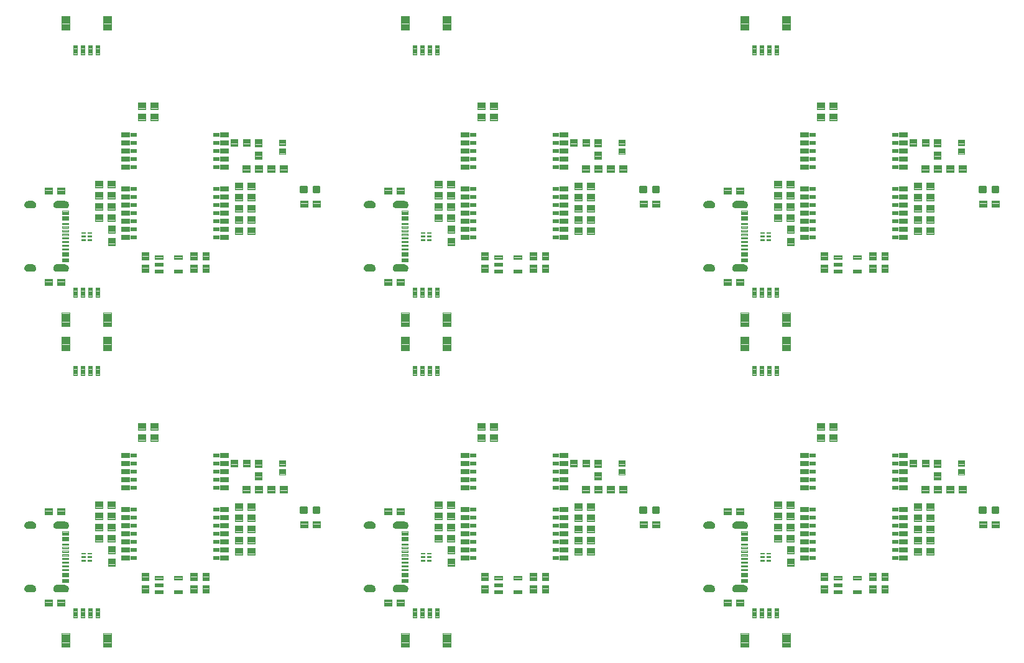
<source format=gtp>
G04 EAGLE Gerber RS-274X export*
G75*
%MOMM*%
%FSLAX34Y34*%
%LPD*%
%INSolderpaste Top*%
%IPPOS*%
%AMOC8*
5,1,8,0,0,1.08239X$1,22.5*%
G01*
%ADD10C,0.096000*%
%ADD11C,0.102000*%
%ADD12C,0.100000*%
%ADD13C,0.300000*%
%ADD14C,0.099000*%
%ADD15C,0.102500*%
%ADD16R,1.200000X0.800000*%
%ADD17R,0.900000X0.600000*%

G36*
X522585Y515634D02*
X522585Y515634D01*
X522588Y515631D01*
X523683Y515811D01*
X523689Y515817D01*
X523694Y515814D01*
X524722Y516233D01*
X524726Y516240D01*
X524731Y516238D01*
X525640Y516876D01*
X525643Y516883D01*
X525648Y516883D01*
X526392Y517706D01*
X526393Y517714D01*
X526399Y517715D01*
X526941Y518683D01*
X526940Y518692D01*
X526946Y518694D01*
X527259Y519758D01*
X527256Y519766D01*
X527261Y519769D01*
X527329Y520877D01*
X527325Y520884D01*
X527329Y520887D01*
X527159Y521995D01*
X527153Y522001D01*
X527156Y522006D01*
X526744Y523048D01*
X526737Y523052D01*
X526739Y523057D01*
X526105Y523982D01*
X526097Y523984D01*
X526098Y523990D01*
X525275Y524750D01*
X525266Y524751D01*
X525266Y524757D01*
X524294Y525314D01*
X524286Y525313D01*
X524284Y525319D01*
X523212Y525646D01*
X523204Y525643D01*
X523201Y525648D01*
X522084Y525729D01*
X522081Y525728D01*
X522080Y525729D01*
X510080Y525729D01*
X510077Y525727D01*
X510070Y525727D01*
X510069Y525728D01*
X509125Y525509D01*
X509119Y525503D01*
X509114Y525505D01*
X508242Y525082D01*
X508239Y525074D01*
X508233Y525076D01*
X507477Y524469D01*
X507475Y524461D01*
X507469Y524461D01*
X506868Y523701D01*
X506868Y523692D01*
X506862Y523691D01*
X506444Y522816D01*
X506446Y522808D01*
X506441Y522806D01*
X506229Y521860D01*
X506232Y521853D01*
X506227Y521849D01*
X506231Y520880D01*
X506231Y520879D01*
X506250Y519811D01*
X506255Y519804D01*
X506251Y519800D01*
X506507Y518763D01*
X506514Y518758D01*
X506511Y518752D01*
X506992Y517798D01*
X506999Y517795D01*
X506998Y517789D01*
X507679Y516966D01*
X507687Y516964D01*
X507687Y516958D01*
X508534Y516307D01*
X508542Y516307D01*
X508543Y516301D01*
X509514Y515854D01*
X509522Y515856D01*
X509524Y515851D01*
X510570Y515632D01*
X510577Y515635D01*
X510580Y515631D01*
X522580Y515631D01*
X522585Y515634D01*
G37*
G36*
X984865Y515634D02*
X984865Y515634D01*
X984868Y515631D01*
X985963Y515811D01*
X985969Y515817D01*
X985974Y515814D01*
X987002Y516233D01*
X987006Y516240D01*
X987011Y516238D01*
X987920Y516876D01*
X987923Y516883D01*
X987928Y516883D01*
X988672Y517706D01*
X988673Y517714D01*
X988679Y517715D01*
X989221Y518683D01*
X989220Y518692D01*
X989226Y518694D01*
X989539Y519758D01*
X989536Y519766D01*
X989541Y519769D01*
X989609Y520877D01*
X989605Y520884D01*
X989609Y520887D01*
X989439Y521995D01*
X989433Y522001D01*
X989436Y522006D01*
X989024Y523048D01*
X989017Y523052D01*
X989019Y523057D01*
X988385Y523982D01*
X988377Y523984D01*
X988378Y523990D01*
X987555Y524750D01*
X987546Y524751D01*
X987546Y524757D01*
X986574Y525314D01*
X986566Y525313D01*
X986564Y525319D01*
X985492Y525646D01*
X985484Y525643D01*
X985481Y525648D01*
X984364Y525729D01*
X984361Y525728D01*
X984360Y525729D01*
X972360Y525729D01*
X972357Y525727D01*
X972350Y525727D01*
X972349Y525728D01*
X971405Y525509D01*
X971399Y525503D01*
X971394Y525505D01*
X970522Y525082D01*
X970519Y525074D01*
X970513Y525076D01*
X969757Y524469D01*
X969755Y524461D01*
X969749Y524461D01*
X969148Y523701D01*
X969148Y523692D01*
X969142Y523691D01*
X968724Y522816D01*
X968726Y522808D01*
X968721Y522806D01*
X968509Y521860D01*
X968512Y521853D01*
X968507Y521849D01*
X968511Y520880D01*
X968511Y520879D01*
X968530Y519811D01*
X968535Y519804D01*
X968531Y519800D01*
X968787Y518763D01*
X968794Y518758D01*
X968791Y518752D01*
X969272Y517798D01*
X969279Y517795D01*
X969278Y517789D01*
X969959Y516966D01*
X969967Y516964D01*
X969967Y516958D01*
X970814Y516307D01*
X970822Y516307D01*
X970823Y516301D01*
X971794Y515854D01*
X971802Y515856D01*
X971804Y515851D01*
X972850Y515632D01*
X972857Y515635D01*
X972860Y515631D01*
X984860Y515631D01*
X984865Y515634D01*
G37*
G36*
X60305Y515634D02*
X60305Y515634D01*
X60308Y515631D01*
X61403Y515811D01*
X61409Y515817D01*
X61414Y515814D01*
X62442Y516233D01*
X62446Y516240D01*
X62451Y516238D01*
X63360Y516876D01*
X63363Y516883D01*
X63368Y516883D01*
X64112Y517706D01*
X64113Y517714D01*
X64119Y517715D01*
X64661Y518683D01*
X64660Y518692D01*
X64666Y518694D01*
X64979Y519758D01*
X64976Y519766D01*
X64981Y519769D01*
X65049Y520877D01*
X65045Y520884D01*
X65049Y520887D01*
X64879Y521995D01*
X64873Y522001D01*
X64876Y522006D01*
X64464Y523048D01*
X64457Y523052D01*
X64459Y523057D01*
X63825Y523982D01*
X63817Y523984D01*
X63818Y523990D01*
X62995Y524750D01*
X62986Y524751D01*
X62986Y524757D01*
X62014Y525314D01*
X62006Y525313D01*
X62004Y525319D01*
X60932Y525646D01*
X60924Y525643D01*
X60921Y525648D01*
X59804Y525729D01*
X59801Y525728D01*
X59800Y525729D01*
X47800Y525729D01*
X47797Y525727D01*
X47790Y525727D01*
X47789Y525728D01*
X46845Y525509D01*
X46839Y525503D01*
X46834Y525505D01*
X45962Y525082D01*
X45959Y525074D01*
X45953Y525076D01*
X45197Y524469D01*
X45195Y524461D01*
X45189Y524461D01*
X44588Y523701D01*
X44588Y523692D01*
X44582Y523691D01*
X44164Y522816D01*
X44166Y522808D01*
X44161Y522806D01*
X43949Y521860D01*
X43952Y521853D01*
X43947Y521849D01*
X43951Y520880D01*
X43951Y520879D01*
X43970Y519811D01*
X43975Y519804D01*
X43971Y519800D01*
X44227Y518763D01*
X44234Y518758D01*
X44231Y518752D01*
X44712Y517798D01*
X44719Y517795D01*
X44718Y517789D01*
X45399Y516966D01*
X45407Y516964D01*
X45407Y516958D01*
X46254Y516307D01*
X46262Y516307D01*
X46263Y516301D01*
X47234Y515854D01*
X47242Y515856D01*
X47244Y515851D01*
X48290Y515632D01*
X48297Y515635D01*
X48300Y515631D01*
X60300Y515631D01*
X60305Y515634D01*
G37*
G36*
X522585Y78754D02*
X522585Y78754D01*
X522588Y78751D01*
X523683Y78931D01*
X523689Y78937D01*
X523694Y78934D01*
X524722Y79353D01*
X524726Y79360D01*
X524731Y79358D01*
X525640Y79996D01*
X525643Y80003D01*
X525648Y80003D01*
X526392Y80826D01*
X526393Y80834D01*
X526399Y80835D01*
X526941Y81803D01*
X526940Y81812D01*
X526946Y81814D01*
X527259Y82878D01*
X527256Y82886D01*
X527261Y82889D01*
X527329Y83997D01*
X527325Y84004D01*
X527329Y84007D01*
X527159Y85115D01*
X527153Y85121D01*
X527156Y85126D01*
X526744Y86168D01*
X526737Y86172D01*
X526739Y86177D01*
X526105Y87102D01*
X526097Y87104D01*
X526098Y87110D01*
X525275Y87870D01*
X525266Y87871D01*
X525266Y87877D01*
X524294Y88434D01*
X524286Y88433D01*
X524284Y88439D01*
X523212Y88766D01*
X523204Y88763D01*
X523201Y88768D01*
X522084Y88849D01*
X522081Y88848D01*
X522080Y88849D01*
X510080Y88849D01*
X510077Y88847D01*
X510070Y88847D01*
X510069Y88848D01*
X509125Y88629D01*
X509119Y88623D01*
X509114Y88625D01*
X508242Y88202D01*
X508239Y88194D01*
X508233Y88196D01*
X507477Y87589D01*
X507475Y87581D01*
X507469Y87581D01*
X506868Y86821D01*
X506868Y86812D01*
X506862Y86811D01*
X506444Y85936D01*
X506446Y85928D01*
X506441Y85926D01*
X506229Y84980D01*
X506232Y84973D01*
X506227Y84969D01*
X506231Y84000D01*
X506231Y83999D01*
X506250Y82931D01*
X506255Y82924D01*
X506251Y82920D01*
X506507Y81883D01*
X506514Y81878D01*
X506511Y81872D01*
X506992Y80918D01*
X506999Y80915D01*
X506998Y80909D01*
X507679Y80086D01*
X507687Y80084D01*
X507687Y80078D01*
X508534Y79427D01*
X508542Y79427D01*
X508543Y79421D01*
X509514Y78974D01*
X509522Y78976D01*
X509524Y78971D01*
X510570Y78752D01*
X510577Y78755D01*
X510580Y78751D01*
X522580Y78751D01*
X522585Y78754D01*
G37*
G36*
X984865Y78754D02*
X984865Y78754D01*
X984868Y78751D01*
X985963Y78931D01*
X985969Y78937D01*
X985974Y78934D01*
X987002Y79353D01*
X987006Y79360D01*
X987011Y79358D01*
X987920Y79996D01*
X987923Y80003D01*
X987928Y80003D01*
X988672Y80826D01*
X988673Y80834D01*
X988679Y80835D01*
X989221Y81803D01*
X989220Y81812D01*
X989226Y81814D01*
X989539Y82878D01*
X989536Y82886D01*
X989541Y82889D01*
X989609Y83997D01*
X989605Y84004D01*
X989609Y84007D01*
X989439Y85115D01*
X989433Y85121D01*
X989436Y85126D01*
X989024Y86168D01*
X989017Y86172D01*
X989019Y86177D01*
X988385Y87102D01*
X988377Y87104D01*
X988378Y87110D01*
X987555Y87870D01*
X987546Y87871D01*
X987546Y87877D01*
X986574Y88434D01*
X986566Y88433D01*
X986564Y88439D01*
X985492Y88766D01*
X985484Y88763D01*
X985481Y88768D01*
X984364Y88849D01*
X984361Y88848D01*
X984360Y88849D01*
X972360Y88849D01*
X972357Y88847D01*
X972350Y88847D01*
X972349Y88848D01*
X971405Y88629D01*
X971399Y88623D01*
X971394Y88625D01*
X970522Y88202D01*
X970519Y88194D01*
X970513Y88196D01*
X969757Y87589D01*
X969755Y87581D01*
X969749Y87581D01*
X969148Y86821D01*
X969148Y86812D01*
X969142Y86811D01*
X968724Y85936D01*
X968726Y85928D01*
X968721Y85926D01*
X968509Y84980D01*
X968512Y84973D01*
X968507Y84969D01*
X968511Y84000D01*
X968511Y83999D01*
X968530Y82931D01*
X968535Y82924D01*
X968531Y82920D01*
X968787Y81883D01*
X968794Y81878D01*
X968791Y81872D01*
X969272Y80918D01*
X969279Y80915D01*
X969278Y80909D01*
X969959Y80086D01*
X969967Y80084D01*
X969967Y80078D01*
X970814Y79427D01*
X970822Y79427D01*
X970823Y79421D01*
X971794Y78974D01*
X971802Y78976D01*
X971804Y78971D01*
X972850Y78752D01*
X972857Y78755D01*
X972860Y78751D01*
X984860Y78751D01*
X984865Y78754D01*
G37*
G36*
X60305Y78754D02*
X60305Y78754D01*
X60308Y78751D01*
X61403Y78931D01*
X61409Y78937D01*
X61414Y78934D01*
X62442Y79353D01*
X62446Y79360D01*
X62451Y79358D01*
X63360Y79996D01*
X63363Y80003D01*
X63368Y80003D01*
X64112Y80826D01*
X64113Y80834D01*
X64119Y80835D01*
X64661Y81803D01*
X64660Y81812D01*
X64666Y81814D01*
X64979Y82878D01*
X64976Y82886D01*
X64981Y82889D01*
X65049Y83997D01*
X65045Y84004D01*
X65049Y84007D01*
X64879Y85115D01*
X64873Y85121D01*
X64876Y85126D01*
X64464Y86168D01*
X64457Y86172D01*
X64459Y86177D01*
X63825Y87102D01*
X63817Y87104D01*
X63818Y87110D01*
X62995Y87870D01*
X62986Y87871D01*
X62986Y87877D01*
X62014Y88434D01*
X62006Y88433D01*
X62004Y88439D01*
X60932Y88766D01*
X60924Y88763D01*
X60921Y88768D01*
X59804Y88849D01*
X59801Y88848D01*
X59800Y88849D01*
X47800Y88849D01*
X47797Y88847D01*
X47790Y88847D01*
X47789Y88848D01*
X46845Y88629D01*
X46839Y88623D01*
X46834Y88625D01*
X45962Y88202D01*
X45959Y88194D01*
X45953Y88196D01*
X45197Y87589D01*
X45195Y87581D01*
X45189Y87581D01*
X44588Y86821D01*
X44588Y86812D01*
X44582Y86811D01*
X44164Y85936D01*
X44166Y85928D01*
X44161Y85926D01*
X43949Y84980D01*
X43952Y84973D01*
X43947Y84969D01*
X43951Y84000D01*
X43951Y83999D01*
X43970Y82931D01*
X43975Y82924D01*
X43971Y82920D01*
X44227Y81883D01*
X44234Y81878D01*
X44231Y81872D01*
X44712Y80918D01*
X44719Y80915D01*
X44718Y80909D01*
X45399Y80086D01*
X45407Y80084D01*
X45407Y80078D01*
X46254Y79427D01*
X46262Y79427D01*
X46263Y79421D01*
X47234Y78974D01*
X47242Y78976D01*
X47244Y78971D01*
X48290Y78752D01*
X48297Y78755D01*
X48300Y78751D01*
X60300Y78751D01*
X60305Y78754D01*
G37*
G36*
X522585Y602035D02*
X522585Y602035D01*
X522588Y602031D01*
X523694Y602224D01*
X523699Y602229D01*
X523699Y602230D01*
X523704Y602227D01*
X524739Y602660D01*
X524743Y602667D01*
X524748Y602665D01*
X525661Y603318D01*
X525663Y603326D01*
X525669Y603325D01*
X526413Y604164D01*
X526414Y604173D01*
X526419Y604173D01*
X526958Y605157D01*
X526957Y605165D01*
X526958Y605166D01*
X526962Y605167D01*
X526963Y605169D01*
X527145Y605810D01*
X527269Y606246D01*
X527267Y606251D01*
X527269Y606253D01*
X527267Y606255D01*
X527271Y606257D01*
X527329Y607377D01*
X527326Y607382D01*
X527329Y607386D01*
X527211Y608431D01*
X527205Y608437D01*
X527209Y608442D01*
X526861Y609436D01*
X526854Y609440D01*
X526856Y609445D01*
X526296Y610337D01*
X526289Y610340D01*
X526289Y610345D01*
X525545Y611089D01*
X525537Y611091D01*
X525537Y611096D01*
X524645Y611656D01*
X524637Y611656D01*
X524636Y611661D01*
X523642Y612009D01*
X523634Y612006D01*
X523631Y612011D01*
X522586Y612129D01*
X522582Y612127D01*
X522580Y612129D01*
X510580Y612129D01*
X510577Y612127D01*
X510574Y612127D01*
X510572Y612129D01*
X509576Y611971D01*
X509570Y611965D01*
X509565Y611968D01*
X508629Y611593D01*
X508625Y611586D01*
X508619Y611588D01*
X507790Y611014D01*
X507787Y611006D01*
X507782Y611007D01*
X507101Y610263D01*
X507100Y610254D01*
X507094Y610254D01*
X506596Y609377D01*
X506597Y609369D01*
X506592Y609366D01*
X506404Y608742D01*
X506301Y608401D01*
X506302Y608398D01*
X506301Y608397D01*
X506304Y608393D01*
X506299Y608390D01*
X506231Y607383D01*
X506232Y607381D01*
X506231Y607380D01*
X506240Y606299D01*
X506245Y606292D01*
X506241Y606288D01*
X506491Y605236D01*
X506497Y605231D01*
X506494Y605226D01*
X506971Y604256D01*
X506979Y604253D01*
X506977Y604247D01*
X507658Y603408D01*
X507666Y603406D01*
X507666Y603400D01*
X508517Y602734D01*
X508525Y602733D01*
X508526Y602728D01*
X509503Y602267D01*
X509511Y602269D01*
X509514Y602264D01*
X510569Y602032D01*
X510577Y602035D01*
X510580Y602031D01*
X522580Y602031D01*
X522585Y602035D01*
G37*
G36*
X60305Y602035D02*
X60305Y602035D01*
X60308Y602031D01*
X61414Y602224D01*
X61419Y602229D01*
X61419Y602230D01*
X61424Y602227D01*
X62459Y602660D01*
X62463Y602667D01*
X62468Y602665D01*
X63381Y603318D01*
X63383Y603326D01*
X63389Y603325D01*
X64133Y604164D01*
X64134Y604173D01*
X64139Y604173D01*
X64678Y605157D01*
X64677Y605165D01*
X64678Y605166D01*
X64682Y605167D01*
X64683Y605169D01*
X64865Y605810D01*
X64989Y606246D01*
X64987Y606251D01*
X64989Y606253D01*
X64987Y606255D01*
X64991Y606257D01*
X65049Y607377D01*
X65046Y607382D01*
X65049Y607386D01*
X64931Y608431D01*
X64925Y608437D01*
X64929Y608442D01*
X64581Y609436D01*
X64574Y609440D01*
X64576Y609445D01*
X64016Y610337D01*
X64009Y610340D01*
X64009Y610345D01*
X63265Y611089D01*
X63257Y611091D01*
X63257Y611096D01*
X62365Y611656D01*
X62357Y611656D01*
X62356Y611661D01*
X61362Y612009D01*
X61354Y612006D01*
X61351Y612011D01*
X60306Y612129D01*
X60302Y612127D01*
X60300Y612129D01*
X48300Y612129D01*
X48297Y612127D01*
X48294Y612127D01*
X48292Y612129D01*
X47296Y611971D01*
X47290Y611965D01*
X47285Y611968D01*
X46349Y611593D01*
X46345Y611586D01*
X46339Y611588D01*
X45510Y611014D01*
X45507Y611006D01*
X45502Y611007D01*
X44821Y610263D01*
X44820Y610254D01*
X44814Y610254D01*
X44316Y609377D01*
X44317Y609369D01*
X44312Y609366D01*
X44124Y608742D01*
X44021Y608401D01*
X44022Y608398D01*
X44021Y608397D01*
X44024Y608393D01*
X44019Y608390D01*
X43951Y607383D01*
X43952Y607381D01*
X43951Y607380D01*
X43960Y606299D01*
X43965Y606292D01*
X43961Y606288D01*
X44211Y605236D01*
X44217Y605231D01*
X44214Y605226D01*
X44691Y604256D01*
X44699Y604253D01*
X44697Y604247D01*
X45378Y603408D01*
X45386Y603406D01*
X45386Y603400D01*
X46237Y602734D01*
X46245Y602733D01*
X46246Y602728D01*
X47223Y602267D01*
X47231Y602269D01*
X47234Y602264D01*
X48289Y602032D01*
X48297Y602035D01*
X48300Y602031D01*
X60300Y602031D01*
X60305Y602035D01*
G37*
G36*
X984865Y602035D02*
X984865Y602035D01*
X984868Y602031D01*
X985974Y602224D01*
X985979Y602229D01*
X985979Y602230D01*
X985984Y602227D01*
X987019Y602660D01*
X987023Y602667D01*
X987028Y602665D01*
X987941Y603318D01*
X987943Y603326D01*
X987949Y603325D01*
X988693Y604164D01*
X988694Y604173D01*
X988699Y604173D01*
X989238Y605157D01*
X989237Y605165D01*
X989238Y605166D01*
X989242Y605167D01*
X989243Y605169D01*
X989425Y605810D01*
X989549Y606246D01*
X989547Y606251D01*
X989549Y606253D01*
X989547Y606255D01*
X989551Y606257D01*
X989609Y607377D01*
X989606Y607382D01*
X989609Y607386D01*
X989491Y608431D01*
X989485Y608437D01*
X989489Y608442D01*
X989141Y609436D01*
X989134Y609440D01*
X989136Y609445D01*
X988576Y610337D01*
X988569Y610340D01*
X988569Y610345D01*
X987825Y611089D01*
X987817Y611091D01*
X987817Y611096D01*
X986925Y611656D01*
X986917Y611656D01*
X986916Y611661D01*
X985922Y612009D01*
X985914Y612006D01*
X985911Y612011D01*
X984866Y612129D01*
X984862Y612127D01*
X984860Y612129D01*
X972860Y612129D01*
X972857Y612127D01*
X972854Y612127D01*
X972852Y612129D01*
X971856Y611971D01*
X971850Y611965D01*
X971845Y611968D01*
X970909Y611593D01*
X970905Y611586D01*
X970899Y611588D01*
X970070Y611014D01*
X970067Y611006D01*
X970062Y611007D01*
X969381Y610263D01*
X969380Y610254D01*
X969374Y610254D01*
X968876Y609377D01*
X968877Y609369D01*
X968872Y609366D01*
X968684Y608742D01*
X968581Y608401D01*
X968582Y608398D01*
X968581Y608397D01*
X968584Y608393D01*
X968579Y608390D01*
X968511Y607383D01*
X968512Y607381D01*
X968511Y607380D01*
X968520Y606299D01*
X968525Y606292D01*
X968521Y606288D01*
X968771Y605236D01*
X968777Y605231D01*
X968774Y605226D01*
X969251Y604256D01*
X969259Y604253D01*
X969257Y604247D01*
X969938Y603408D01*
X969946Y603406D01*
X969946Y603400D01*
X970797Y602734D01*
X970805Y602733D01*
X970806Y602728D01*
X971783Y602267D01*
X971791Y602269D01*
X971794Y602264D01*
X972849Y602032D01*
X972857Y602035D01*
X972860Y602031D01*
X984860Y602031D01*
X984865Y602035D01*
G37*
G36*
X984865Y165155D02*
X984865Y165155D01*
X984868Y165151D01*
X985974Y165344D01*
X985979Y165349D01*
X985979Y165350D01*
X985984Y165347D01*
X987019Y165780D01*
X987023Y165787D01*
X987028Y165785D01*
X987941Y166438D01*
X987943Y166446D01*
X987949Y166445D01*
X988693Y167284D01*
X988694Y167293D01*
X988699Y167293D01*
X989238Y168277D01*
X989237Y168285D01*
X989238Y168286D01*
X989242Y168287D01*
X989243Y168289D01*
X989425Y168930D01*
X989549Y169366D01*
X989547Y169371D01*
X989549Y169373D01*
X989547Y169375D01*
X989551Y169377D01*
X989609Y170497D01*
X989606Y170502D01*
X989609Y170506D01*
X989491Y171551D01*
X989485Y171557D01*
X989489Y171562D01*
X989141Y172556D01*
X989134Y172560D01*
X989136Y172565D01*
X988576Y173457D01*
X988569Y173460D01*
X988569Y173465D01*
X987825Y174209D01*
X987817Y174211D01*
X987817Y174216D01*
X986925Y174776D01*
X986917Y174776D01*
X986916Y174781D01*
X985922Y175129D01*
X985914Y175126D01*
X985911Y175131D01*
X984866Y175249D01*
X984862Y175247D01*
X984860Y175249D01*
X972860Y175249D01*
X972857Y175247D01*
X972854Y175247D01*
X972852Y175249D01*
X971856Y175091D01*
X971850Y175085D01*
X971845Y175088D01*
X970909Y174713D01*
X970905Y174706D01*
X970899Y174708D01*
X970070Y174134D01*
X970067Y174126D01*
X970062Y174127D01*
X969381Y173383D01*
X969380Y173374D01*
X969374Y173374D01*
X968876Y172497D01*
X968877Y172489D01*
X968872Y172486D01*
X968684Y171862D01*
X968581Y171521D01*
X968582Y171518D01*
X968581Y171517D01*
X968584Y171513D01*
X968579Y171510D01*
X968511Y170503D01*
X968512Y170501D01*
X968511Y170500D01*
X968520Y169419D01*
X968525Y169412D01*
X968521Y169408D01*
X968771Y168356D01*
X968777Y168351D01*
X968774Y168346D01*
X969251Y167376D01*
X969259Y167373D01*
X969257Y167367D01*
X969938Y166528D01*
X969946Y166526D01*
X969946Y166520D01*
X970797Y165854D01*
X970805Y165853D01*
X970806Y165848D01*
X971783Y165387D01*
X971791Y165389D01*
X971794Y165384D01*
X972849Y165152D01*
X972857Y165155D01*
X972860Y165151D01*
X984860Y165151D01*
X984865Y165155D01*
G37*
G36*
X60305Y165155D02*
X60305Y165155D01*
X60308Y165151D01*
X61414Y165344D01*
X61419Y165349D01*
X61419Y165350D01*
X61424Y165347D01*
X62459Y165780D01*
X62463Y165787D01*
X62468Y165785D01*
X63381Y166438D01*
X63383Y166446D01*
X63389Y166445D01*
X64133Y167284D01*
X64134Y167293D01*
X64139Y167293D01*
X64678Y168277D01*
X64677Y168285D01*
X64678Y168286D01*
X64682Y168287D01*
X64683Y168289D01*
X64865Y168930D01*
X64989Y169366D01*
X64987Y169371D01*
X64989Y169373D01*
X64987Y169375D01*
X64991Y169377D01*
X65049Y170497D01*
X65046Y170502D01*
X65049Y170506D01*
X64931Y171551D01*
X64925Y171557D01*
X64929Y171562D01*
X64581Y172556D01*
X64574Y172560D01*
X64576Y172565D01*
X64016Y173457D01*
X64009Y173460D01*
X64009Y173465D01*
X63265Y174209D01*
X63257Y174211D01*
X63257Y174216D01*
X62365Y174776D01*
X62357Y174776D01*
X62356Y174781D01*
X61362Y175129D01*
X61354Y175126D01*
X61351Y175131D01*
X60306Y175249D01*
X60302Y175247D01*
X60300Y175249D01*
X48300Y175249D01*
X48297Y175247D01*
X48294Y175247D01*
X48292Y175249D01*
X47296Y175091D01*
X47290Y175085D01*
X47285Y175088D01*
X46349Y174713D01*
X46345Y174706D01*
X46339Y174708D01*
X45510Y174134D01*
X45507Y174126D01*
X45502Y174127D01*
X44821Y173383D01*
X44820Y173374D01*
X44814Y173374D01*
X44316Y172497D01*
X44317Y172489D01*
X44312Y172486D01*
X44124Y171862D01*
X44021Y171521D01*
X44022Y171518D01*
X44021Y171517D01*
X44024Y171513D01*
X44019Y171510D01*
X43951Y170503D01*
X43952Y170501D01*
X43951Y170500D01*
X43960Y169419D01*
X43965Y169412D01*
X43961Y169408D01*
X44211Y168356D01*
X44217Y168351D01*
X44214Y168346D01*
X44691Y167376D01*
X44699Y167373D01*
X44697Y167367D01*
X45378Y166528D01*
X45386Y166526D01*
X45386Y166520D01*
X46237Y165854D01*
X46245Y165853D01*
X46246Y165848D01*
X47223Y165387D01*
X47231Y165389D01*
X47234Y165384D01*
X48289Y165152D01*
X48297Y165155D01*
X48300Y165151D01*
X60300Y165151D01*
X60305Y165155D01*
G37*
G36*
X522585Y165155D02*
X522585Y165155D01*
X522588Y165151D01*
X523694Y165344D01*
X523699Y165349D01*
X523699Y165350D01*
X523704Y165347D01*
X524739Y165780D01*
X524743Y165787D01*
X524748Y165785D01*
X525661Y166438D01*
X525663Y166446D01*
X525669Y166445D01*
X526413Y167284D01*
X526414Y167293D01*
X526419Y167293D01*
X526958Y168277D01*
X526957Y168285D01*
X526958Y168286D01*
X526962Y168287D01*
X526963Y168289D01*
X527145Y168930D01*
X527269Y169366D01*
X527267Y169371D01*
X527269Y169373D01*
X527267Y169375D01*
X527271Y169377D01*
X527329Y170497D01*
X527326Y170502D01*
X527329Y170506D01*
X527211Y171551D01*
X527205Y171557D01*
X527209Y171562D01*
X526861Y172556D01*
X526854Y172560D01*
X526856Y172565D01*
X526296Y173457D01*
X526289Y173460D01*
X526289Y173465D01*
X525545Y174209D01*
X525537Y174211D01*
X525537Y174216D01*
X524645Y174776D01*
X524637Y174776D01*
X524636Y174781D01*
X523642Y175129D01*
X523634Y175126D01*
X523631Y175131D01*
X522586Y175249D01*
X522582Y175247D01*
X522580Y175249D01*
X510580Y175249D01*
X510577Y175247D01*
X510574Y175247D01*
X510572Y175249D01*
X509576Y175091D01*
X509570Y175085D01*
X509565Y175088D01*
X508629Y174713D01*
X508625Y174706D01*
X508619Y174708D01*
X507790Y174134D01*
X507787Y174126D01*
X507782Y174127D01*
X507101Y173383D01*
X507100Y173374D01*
X507094Y173374D01*
X506596Y172497D01*
X506597Y172489D01*
X506592Y172486D01*
X506404Y171862D01*
X506301Y171521D01*
X506302Y171518D01*
X506301Y171517D01*
X506304Y171513D01*
X506299Y171510D01*
X506231Y170503D01*
X506232Y170501D01*
X506231Y170500D01*
X506240Y169419D01*
X506245Y169412D01*
X506241Y169408D01*
X506491Y168356D01*
X506497Y168351D01*
X506494Y168346D01*
X506971Y167376D01*
X506979Y167373D01*
X506977Y167367D01*
X507658Y166528D01*
X507666Y166526D01*
X507666Y166520D01*
X508517Y165854D01*
X508525Y165853D01*
X508526Y165848D01*
X509503Y165387D01*
X509511Y165389D01*
X509514Y165384D01*
X510569Y165152D01*
X510577Y165155D01*
X510580Y165151D01*
X522580Y165151D01*
X522585Y165155D01*
G37*
G36*
X940064Y515634D02*
X940064Y515634D01*
X940066Y515631D01*
X941199Y515781D01*
X941205Y515787D01*
X941210Y515784D01*
X942280Y516182D01*
X942284Y516189D01*
X942290Y516187D01*
X943245Y516814D01*
X943248Y516822D01*
X943253Y516821D01*
X944045Y517644D01*
X944046Y517652D01*
X944052Y517653D01*
X944641Y518632D01*
X944640Y518640D01*
X944645Y518642D01*
X945001Y519727D01*
X944999Y519735D01*
X945003Y519738D01*
X945109Y520875D01*
X945104Y520884D01*
X945108Y520889D01*
X944901Y522026D01*
X944895Y522032D01*
X944898Y522037D01*
X944443Y523099D01*
X944436Y523103D01*
X944438Y523109D01*
X943758Y524044D01*
X943750Y524046D01*
X943751Y524052D01*
X942880Y524812D01*
X942872Y524812D01*
X942871Y524818D01*
X941852Y525365D01*
X941844Y525364D01*
X941842Y525369D01*
X940728Y525676D01*
X940720Y525673D01*
X940717Y525678D01*
X939562Y525729D01*
X939561Y525728D01*
X939560Y525729D01*
X933560Y525729D01*
X933557Y525727D01*
X933552Y525727D01*
X933551Y525728D01*
X932470Y525516D01*
X932465Y525510D01*
X932460Y525513D01*
X931454Y525066D01*
X931450Y525059D01*
X931444Y525061D01*
X930563Y524401D01*
X930560Y524393D01*
X930555Y524393D01*
X929842Y523554D01*
X929842Y523546D01*
X929836Y523545D01*
X929328Y522568D01*
X929329Y522560D01*
X929324Y522558D01*
X929046Y521493D01*
X929049Y521485D01*
X929045Y521482D01*
X929011Y520382D01*
X929015Y520376D01*
X929011Y520373D01*
X929166Y519298D01*
X929172Y519292D01*
X929169Y519287D01*
X929559Y518273D01*
X929566Y518269D01*
X929565Y518263D01*
X930171Y517361D01*
X930179Y517359D01*
X930178Y517353D01*
X930970Y516609D01*
X930978Y516608D01*
X930978Y516602D01*
X931916Y516053D01*
X931924Y516054D01*
X931926Y516048D01*
X932962Y515721D01*
X932970Y515724D01*
X932973Y515719D01*
X934056Y515631D01*
X934059Y515633D01*
X934060Y515631D01*
X940060Y515631D01*
X940064Y515634D01*
G37*
G36*
X477784Y515634D02*
X477784Y515634D01*
X477786Y515631D01*
X478919Y515781D01*
X478925Y515787D01*
X478930Y515784D01*
X480000Y516182D01*
X480004Y516189D01*
X480010Y516187D01*
X480965Y516814D01*
X480968Y516822D01*
X480973Y516821D01*
X481765Y517644D01*
X481766Y517652D01*
X481772Y517653D01*
X482361Y518632D01*
X482360Y518640D01*
X482365Y518642D01*
X482721Y519727D01*
X482719Y519735D01*
X482723Y519738D01*
X482829Y520875D01*
X482824Y520884D01*
X482828Y520889D01*
X482621Y522026D01*
X482615Y522032D01*
X482618Y522037D01*
X482163Y523099D01*
X482156Y523103D01*
X482158Y523109D01*
X481478Y524044D01*
X481470Y524046D01*
X481471Y524052D01*
X480600Y524812D01*
X480592Y524812D01*
X480591Y524818D01*
X479572Y525365D01*
X479564Y525364D01*
X479562Y525369D01*
X478448Y525676D01*
X478440Y525673D01*
X478437Y525678D01*
X477282Y525729D01*
X477281Y525728D01*
X477280Y525729D01*
X471280Y525729D01*
X471277Y525727D01*
X471272Y525727D01*
X471271Y525728D01*
X470190Y525516D01*
X470185Y525510D01*
X470180Y525513D01*
X469174Y525066D01*
X469170Y525059D01*
X469164Y525061D01*
X468283Y524401D01*
X468280Y524393D01*
X468275Y524393D01*
X467562Y523554D01*
X467562Y523546D01*
X467556Y523545D01*
X467048Y522568D01*
X467049Y522560D01*
X467044Y522558D01*
X466766Y521493D01*
X466769Y521485D01*
X466765Y521482D01*
X466731Y520382D01*
X466735Y520376D01*
X466731Y520373D01*
X466886Y519298D01*
X466892Y519292D01*
X466889Y519287D01*
X467279Y518273D01*
X467286Y518269D01*
X467285Y518263D01*
X467891Y517361D01*
X467899Y517359D01*
X467898Y517353D01*
X468690Y516609D01*
X468698Y516608D01*
X468698Y516602D01*
X469636Y516053D01*
X469644Y516054D01*
X469646Y516048D01*
X470682Y515721D01*
X470690Y515724D01*
X470693Y515719D01*
X471776Y515631D01*
X471779Y515633D01*
X471780Y515631D01*
X477780Y515631D01*
X477784Y515634D01*
G37*
G36*
X15504Y515634D02*
X15504Y515634D01*
X15506Y515631D01*
X16639Y515781D01*
X16645Y515787D01*
X16650Y515784D01*
X17720Y516182D01*
X17724Y516189D01*
X17730Y516187D01*
X18685Y516814D01*
X18688Y516822D01*
X18693Y516821D01*
X19485Y517644D01*
X19486Y517652D01*
X19492Y517653D01*
X20081Y518632D01*
X20080Y518640D01*
X20085Y518642D01*
X20441Y519727D01*
X20439Y519735D01*
X20443Y519738D01*
X20549Y520875D01*
X20544Y520884D01*
X20548Y520889D01*
X20341Y522026D01*
X20335Y522032D01*
X20338Y522037D01*
X19883Y523099D01*
X19876Y523103D01*
X19878Y523109D01*
X19198Y524044D01*
X19190Y524046D01*
X19191Y524052D01*
X18320Y524812D01*
X18312Y524812D01*
X18311Y524818D01*
X17292Y525365D01*
X17284Y525364D01*
X17282Y525369D01*
X16168Y525676D01*
X16160Y525673D01*
X16157Y525678D01*
X15002Y525729D01*
X15001Y525728D01*
X15000Y525729D01*
X9000Y525729D01*
X8997Y525727D01*
X8992Y525727D01*
X8991Y525728D01*
X7910Y525516D01*
X7905Y525510D01*
X7900Y525513D01*
X6894Y525066D01*
X6890Y525059D01*
X6884Y525061D01*
X6003Y524401D01*
X6000Y524393D01*
X5995Y524393D01*
X5282Y523554D01*
X5282Y523546D01*
X5276Y523545D01*
X4768Y522568D01*
X4769Y522560D01*
X4764Y522558D01*
X4486Y521493D01*
X4489Y521485D01*
X4485Y521482D01*
X4451Y520382D01*
X4455Y520376D01*
X4451Y520373D01*
X4606Y519298D01*
X4612Y519292D01*
X4609Y519287D01*
X4999Y518273D01*
X5006Y518269D01*
X5005Y518263D01*
X5611Y517361D01*
X5619Y517359D01*
X5618Y517353D01*
X6410Y516609D01*
X6418Y516608D01*
X6418Y516602D01*
X7356Y516053D01*
X7364Y516054D01*
X7366Y516048D01*
X8402Y515721D01*
X8410Y515724D01*
X8413Y515719D01*
X9496Y515631D01*
X9499Y515633D01*
X9500Y515631D01*
X15500Y515631D01*
X15504Y515634D01*
G37*
G36*
X477784Y78754D02*
X477784Y78754D01*
X477786Y78751D01*
X478919Y78901D01*
X478925Y78907D01*
X478930Y78904D01*
X480000Y79302D01*
X480004Y79309D01*
X480010Y79307D01*
X480965Y79934D01*
X480968Y79942D01*
X480973Y79941D01*
X481765Y80764D01*
X481766Y80772D01*
X481772Y80773D01*
X482361Y81752D01*
X482360Y81760D01*
X482365Y81762D01*
X482721Y82847D01*
X482719Y82855D01*
X482723Y82858D01*
X482829Y83995D01*
X482824Y84004D01*
X482828Y84009D01*
X482621Y85146D01*
X482615Y85152D01*
X482618Y85157D01*
X482163Y86219D01*
X482156Y86223D01*
X482158Y86229D01*
X481478Y87164D01*
X481470Y87166D01*
X481471Y87172D01*
X480600Y87932D01*
X480592Y87932D01*
X480591Y87938D01*
X479572Y88485D01*
X479564Y88484D01*
X479562Y88489D01*
X478448Y88796D01*
X478440Y88793D01*
X478437Y88798D01*
X477282Y88849D01*
X477281Y88848D01*
X477280Y88849D01*
X471280Y88849D01*
X471277Y88847D01*
X471272Y88847D01*
X471271Y88848D01*
X470190Y88636D01*
X470185Y88630D01*
X470180Y88633D01*
X469174Y88186D01*
X469170Y88179D01*
X469164Y88181D01*
X468283Y87521D01*
X468280Y87513D01*
X468275Y87513D01*
X467562Y86674D01*
X467562Y86666D01*
X467556Y86665D01*
X467048Y85688D01*
X467049Y85680D01*
X467044Y85678D01*
X466766Y84613D01*
X466769Y84605D01*
X466765Y84602D01*
X466731Y83502D01*
X466735Y83496D01*
X466731Y83493D01*
X466886Y82418D01*
X466892Y82412D01*
X466889Y82407D01*
X467279Y81393D01*
X467286Y81389D01*
X467285Y81383D01*
X467891Y80481D01*
X467899Y80479D01*
X467898Y80473D01*
X468690Y79729D01*
X468698Y79728D01*
X468698Y79722D01*
X469636Y79173D01*
X469644Y79174D01*
X469646Y79168D01*
X470682Y78841D01*
X470690Y78844D01*
X470693Y78839D01*
X471776Y78751D01*
X471779Y78753D01*
X471780Y78751D01*
X477780Y78751D01*
X477784Y78754D01*
G37*
G36*
X940064Y78754D02*
X940064Y78754D01*
X940066Y78751D01*
X941199Y78901D01*
X941205Y78907D01*
X941210Y78904D01*
X942280Y79302D01*
X942284Y79309D01*
X942290Y79307D01*
X943245Y79934D01*
X943248Y79942D01*
X943253Y79941D01*
X944045Y80764D01*
X944046Y80772D01*
X944052Y80773D01*
X944641Y81752D01*
X944640Y81760D01*
X944645Y81762D01*
X945001Y82847D01*
X944999Y82855D01*
X945003Y82858D01*
X945109Y83995D01*
X945104Y84004D01*
X945108Y84009D01*
X944901Y85146D01*
X944895Y85152D01*
X944898Y85157D01*
X944443Y86219D01*
X944436Y86223D01*
X944438Y86229D01*
X943758Y87164D01*
X943750Y87166D01*
X943751Y87172D01*
X942880Y87932D01*
X942872Y87932D01*
X942871Y87938D01*
X941852Y88485D01*
X941844Y88484D01*
X941842Y88489D01*
X940728Y88796D01*
X940720Y88793D01*
X940717Y88798D01*
X939562Y88849D01*
X939561Y88848D01*
X939560Y88849D01*
X933560Y88849D01*
X933557Y88847D01*
X933552Y88847D01*
X933551Y88848D01*
X932470Y88636D01*
X932465Y88630D01*
X932460Y88633D01*
X931454Y88186D01*
X931450Y88179D01*
X931444Y88181D01*
X930563Y87521D01*
X930560Y87513D01*
X930555Y87513D01*
X929842Y86674D01*
X929842Y86666D01*
X929836Y86665D01*
X929328Y85688D01*
X929329Y85680D01*
X929324Y85678D01*
X929046Y84613D01*
X929049Y84605D01*
X929045Y84602D01*
X929011Y83502D01*
X929015Y83496D01*
X929011Y83493D01*
X929166Y82418D01*
X929172Y82412D01*
X929169Y82407D01*
X929559Y81393D01*
X929566Y81389D01*
X929565Y81383D01*
X930171Y80481D01*
X930179Y80479D01*
X930178Y80473D01*
X930970Y79729D01*
X930978Y79728D01*
X930978Y79722D01*
X931916Y79173D01*
X931924Y79174D01*
X931926Y79168D01*
X932962Y78841D01*
X932970Y78844D01*
X932973Y78839D01*
X934056Y78751D01*
X934059Y78753D01*
X934060Y78751D01*
X940060Y78751D01*
X940064Y78754D01*
G37*
G36*
X15504Y78754D02*
X15504Y78754D01*
X15506Y78751D01*
X16639Y78901D01*
X16645Y78907D01*
X16650Y78904D01*
X17720Y79302D01*
X17724Y79309D01*
X17730Y79307D01*
X18685Y79934D01*
X18688Y79942D01*
X18693Y79941D01*
X19485Y80764D01*
X19486Y80772D01*
X19492Y80773D01*
X20081Y81752D01*
X20080Y81760D01*
X20085Y81762D01*
X20441Y82847D01*
X20439Y82855D01*
X20443Y82858D01*
X20549Y83995D01*
X20544Y84004D01*
X20548Y84009D01*
X20341Y85146D01*
X20335Y85152D01*
X20338Y85157D01*
X19883Y86219D01*
X19876Y86223D01*
X19878Y86229D01*
X19198Y87164D01*
X19190Y87166D01*
X19191Y87172D01*
X18320Y87932D01*
X18312Y87932D01*
X18311Y87938D01*
X17292Y88485D01*
X17284Y88484D01*
X17282Y88489D01*
X16168Y88796D01*
X16160Y88793D01*
X16157Y88798D01*
X15002Y88849D01*
X15001Y88848D01*
X15000Y88849D01*
X9000Y88849D01*
X8997Y88847D01*
X8992Y88847D01*
X8991Y88848D01*
X7910Y88636D01*
X7905Y88630D01*
X7900Y88633D01*
X6894Y88186D01*
X6890Y88179D01*
X6884Y88181D01*
X6003Y87521D01*
X6000Y87513D01*
X5995Y87513D01*
X5282Y86674D01*
X5282Y86666D01*
X5276Y86665D01*
X4768Y85688D01*
X4769Y85680D01*
X4764Y85678D01*
X4486Y84613D01*
X4489Y84605D01*
X4485Y84602D01*
X4451Y83502D01*
X4455Y83496D01*
X4451Y83493D01*
X4606Y82418D01*
X4612Y82412D01*
X4609Y82407D01*
X4999Y81393D01*
X5006Y81389D01*
X5005Y81383D01*
X5611Y80481D01*
X5619Y80479D01*
X5618Y80473D01*
X6410Y79729D01*
X6418Y79728D01*
X6418Y79722D01*
X7356Y79173D01*
X7364Y79174D01*
X7366Y79168D01*
X8402Y78841D01*
X8410Y78844D01*
X8413Y78839D01*
X9496Y78751D01*
X9499Y78753D01*
X9500Y78751D01*
X15500Y78751D01*
X15504Y78754D01*
G37*
G36*
X477783Y602033D02*
X477783Y602033D01*
X477785Y602031D01*
X478877Y602132D01*
X478883Y602137D01*
X478888Y602134D01*
X479931Y602475D01*
X479936Y602482D01*
X479941Y602480D01*
X480882Y603044D01*
X480885Y603052D01*
X480891Y603051D01*
X481683Y603811D01*
X481684Y603819D01*
X481690Y603820D01*
X482293Y604737D01*
X482292Y604745D01*
X482298Y604747D01*
X482681Y605775D01*
X482679Y605783D01*
X482684Y605786D01*
X482829Y606874D01*
X482825Y606881D01*
X482829Y606885D01*
X482723Y608022D01*
X482718Y608028D01*
X482721Y608033D01*
X482365Y609118D01*
X482358Y609123D01*
X482361Y609128D01*
X481772Y610107D01*
X481764Y610110D01*
X481765Y610116D01*
X480973Y610939D01*
X480965Y610940D01*
X480965Y610946D01*
X480010Y611573D01*
X480002Y611572D01*
X480000Y611578D01*
X478930Y611976D01*
X478922Y611974D01*
X478919Y611979D01*
X477786Y612129D01*
X477783Y612127D01*
X477782Y612127D01*
X477780Y612129D01*
X471780Y612129D01*
X471777Y612127D01*
X471775Y612127D01*
X471774Y612129D01*
X470641Y611979D01*
X470635Y611973D01*
X470630Y611976D01*
X469560Y611578D01*
X469556Y611571D01*
X469550Y611573D01*
X468595Y610946D01*
X468592Y610938D01*
X468587Y610939D01*
X467795Y610116D01*
X467794Y610108D01*
X467788Y610107D01*
X467199Y609128D01*
X467200Y609120D01*
X467195Y609118D01*
X466839Y608033D01*
X466842Y608025D01*
X466837Y608022D01*
X466731Y606885D01*
X466735Y606878D01*
X466731Y606874D01*
X466876Y605786D01*
X466882Y605780D01*
X466879Y605775D01*
X467263Y604747D01*
X467269Y604742D01*
X467268Y604737D01*
X467870Y603820D01*
X467878Y603817D01*
X467877Y603811D01*
X468669Y603051D01*
X468677Y603050D01*
X468678Y603044D01*
X469619Y602480D01*
X469627Y602481D01*
X469629Y602475D01*
X470672Y602134D01*
X470680Y602136D01*
X470683Y602132D01*
X471776Y602031D01*
X471778Y602033D01*
X471780Y602031D01*
X477780Y602031D01*
X477783Y602033D01*
G37*
G36*
X940063Y602033D02*
X940063Y602033D01*
X940065Y602031D01*
X941157Y602132D01*
X941163Y602137D01*
X941168Y602134D01*
X942211Y602475D01*
X942216Y602482D01*
X942221Y602480D01*
X943162Y603044D01*
X943165Y603052D01*
X943171Y603051D01*
X943963Y603811D01*
X943964Y603819D01*
X943970Y603820D01*
X944573Y604737D01*
X944572Y604745D01*
X944578Y604747D01*
X944961Y605775D01*
X944959Y605783D01*
X944964Y605786D01*
X945109Y606874D01*
X945105Y606881D01*
X945109Y606885D01*
X945003Y608022D01*
X944998Y608028D01*
X945001Y608033D01*
X944645Y609118D01*
X944638Y609123D01*
X944641Y609128D01*
X944052Y610107D01*
X944044Y610110D01*
X944045Y610116D01*
X943253Y610939D01*
X943245Y610940D01*
X943245Y610946D01*
X942290Y611573D01*
X942282Y611572D01*
X942280Y611578D01*
X941210Y611976D01*
X941202Y611974D01*
X941199Y611979D01*
X940066Y612129D01*
X940063Y612127D01*
X940062Y612127D01*
X940060Y612129D01*
X934060Y612129D01*
X934057Y612127D01*
X934055Y612127D01*
X934054Y612129D01*
X932921Y611979D01*
X932915Y611973D01*
X932910Y611976D01*
X931840Y611578D01*
X931836Y611571D01*
X931830Y611573D01*
X930875Y610946D01*
X930872Y610938D01*
X930867Y610939D01*
X930075Y610116D01*
X930074Y610108D01*
X930068Y610107D01*
X929479Y609128D01*
X929480Y609120D01*
X929475Y609118D01*
X929119Y608033D01*
X929122Y608025D01*
X929117Y608022D01*
X929011Y606885D01*
X929015Y606878D01*
X929011Y606874D01*
X929156Y605786D01*
X929162Y605780D01*
X929159Y605775D01*
X929543Y604747D01*
X929549Y604742D01*
X929548Y604737D01*
X930150Y603820D01*
X930158Y603817D01*
X930157Y603811D01*
X930949Y603051D01*
X930957Y603050D01*
X930958Y603044D01*
X931899Y602480D01*
X931907Y602481D01*
X931909Y602475D01*
X932952Y602134D01*
X932960Y602136D01*
X932963Y602132D01*
X934056Y602031D01*
X934058Y602033D01*
X934060Y602031D01*
X940060Y602031D01*
X940063Y602033D01*
G37*
G36*
X15503Y602033D02*
X15503Y602033D01*
X15505Y602031D01*
X16597Y602132D01*
X16603Y602137D01*
X16608Y602134D01*
X17651Y602475D01*
X17656Y602482D01*
X17661Y602480D01*
X18602Y603044D01*
X18605Y603052D01*
X18611Y603051D01*
X19403Y603811D01*
X19404Y603819D01*
X19410Y603820D01*
X20013Y604737D01*
X20012Y604745D01*
X20018Y604747D01*
X20401Y605775D01*
X20399Y605783D01*
X20404Y605786D01*
X20549Y606874D01*
X20545Y606881D01*
X20549Y606885D01*
X20443Y608022D01*
X20438Y608028D01*
X20441Y608033D01*
X20085Y609118D01*
X20078Y609123D01*
X20081Y609128D01*
X19492Y610107D01*
X19484Y610110D01*
X19485Y610116D01*
X18693Y610939D01*
X18685Y610940D01*
X18685Y610946D01*
X17730Y611573D01*
X17722Y611572D01*
X17720Y611578D01*
X16650Y611976D01*
X16642Y611974D01*
X16639Y611979D01*
X15506Y612129D01*
X15503Y612127D01*
X15502Y612127D01*
X15500Y612129D01*
X9500Y612129D01*
X9497Y612127D01*
X9495Y612127D01*
X9494Y612129D01*
X8361Y611979D01*
X8355Y611973D01*
X8350Y611976D01*
X7280Y611578D01*
X7276Y611571D01*
X7270Y611573D01*
X6315Y610946D01*
X6312Y610938D01*
X6307Y610939D01*
X5515Y610116D01*
X5514Y610108D01*
X5508Y610107D01*
X4919Y609128D01*
X4920Y609120D01*
X4915Y609118D01*
X4559Y608033D01*
X4562Y608025D01*
X4557Y608022D01*
X4451Y606885D01*
X4455Y606878D01*
X4451Y606874D01*
X4596Y605786D01*
X4602Y605780D01*
X4599Y605775D01*
X4983Y604747D01*
X4989Y604742D01*
X4988Y604737D01*
X5590Y603820D01*
X5598Y603817D01*
X5597Y603811D01*
X6389Y603051D01*
X6397Y603050D01*
X6398Y603044D01*
X7339Y602480D01*
X7347Y602481D01*
X7349Y602475D01*
X8392Y602134D01*
X8400Y602136D01*
X8403Y602132D01*
X9496Y602031D01*
X9498Y602033D01*
X9500Y602031D01*
X15500Y602031D01*
X15503Y602033D01*
G37*
G36*
X15503Y165153D02*
X15503Y165153D01*
X15505Y165151D01*
X16597Y165252D01*
X16603Y165257D01*
X16608Y165254D01*
X17651Y165595D01*
X17656Y165602D01*
X17661Y165600D01*
X18602Y166164D01*
X18605Y166172D01*
X18611Y166171D01*
X19403Y166931D01*
X19404Y166939D01*
X19410Y166940D01*
X20013Y167857D01*
X20012Y167865D01*
X20018Y167867D01*
X20401Y168895D01*
X20399Y168903D01*
X20404Y168906D01*
X20549Y169994D01*
X20545Y170001D01*
X20549Y170005D01*
X20443Y171142D01*
X20438Y171148D01*
X20441Y171153D01*
X20085Y172238D01*
X20078Y172243D01*
X20081Y172248D01*
X19492Y173227D01*
X19484Y173230D01*
X19485Y173236D01*
X18693Y174059D01*
X18685Y174060D01*
X18685Y174066D01*
X17730Y174693D01*
X17722Y174692D01*
X17720Y174698D01*
X16650Y175096D01*
X16642Y175094D01*
X16639Y175099D01*
X15506Y175249D01*
X15503Y175247D01*
X15502Y175247D01*
X15500Y175249D01*
X9500Y175249D01*
X9497Y175247D01*
X9495Y175247D01*
X9494Y175249D01*
X8361Y175099D01*
X8355Y175093D01*
X8350Y175096D01*
X7280Y174698D01*
X7276Y174691D01*
X7270Y174693D01*
X6315Y174066D01*
X6312Y174058D01*
X6307Y174059D01*
X5515Y173236D01*
X5514Y173228D01*
X5508Y173227D01*
X4919Y172248D01*
X4920Y172240D01*
X4915Y172238D01*
X4559Y171153D01*
X4562Y171145D01*
X4557Y171142D01*
X4451Y170005D01*
X4455Y169998D01*
X4451Y169994D01*
X4596Y168906D01*
X4602Y168900D01*
X4599Y168895D01*
X4983Y167867D01*
X4989Y167862D01*
X4988Y167857D01*
X5590Y166940D01*
X5598Y166937D01*
X5597Y166931D01*
X6389Y166171D01*
X6397Y166170D01*
X6398Y166164D01*
X7339Y165600D01*
X7347Y165601D01*
X7349Y165595D01*
X8392Y165254D01*
X8400Y165256D01*
X8403Y165252D01*
X9496Y165151D01*
X9498Y165153D01*
X9500Y165151D01*
X15500Y165151D01*
X15503Y165153D01*
G37*
G36*
X940063Y165153D02*
X940063Y165153D01*
X940065Y165151D01*
X941157Y165252D01*
X941163Y165257D01*
X941168Y165254D01*
X942211Y165595D01*
X942216Y165602D01*
X942221Y165600D01*
X943162Y166164D01*
X943165Y166172D01*
X943171Y166171D01*
X943963Y166931D01*
X943964Y166939D01*
X943970Y166940D01*
X944573Y167857D01*
X944572Y167865D01*
X944578Y167867D01*
X944961Y168895D01*
X944959Y168903D01*
X944964Y168906D01*
X945109Y169994D01*
X945105Y170001D01*
X945109Y170005D01*
X945003Y171142D01*
X944998Y171148D01*
X945001Y171153D01*
X944645Y172238D01*
X944638Y172243D01*
X944641Y172248D01*
X944052Y173227D01*
X944044Y173230D01*
X944045Y173236D01*
X943253Y174059D01*
X943245Y174060D01*
X943245Y174066D01*
X942290Y174693D01*
X942282Y174692D01*
X942280Y174698D01*
X941210Y175096D01*
X941202Y175094D01*
X941199Y175099D01*
X940066Y175249D01*
X940063Y175247D01*
X940062Y175247D01*
X940060Y175249D01*
X934060Y175249D01*
X934057Y175247D01*
X934055Y175247D01*
X934054Y175249D01*
X932921Y175099D01*
X932915Y175093D01*
X932910Y175096D01*
X931840Y174698D01*
X931836Y174691D01*
X931830Y174693D01*
X930875Y174066D01*
X930872Y174058D01*
X930867Y174059D01*
X930075Y173236D01*
X930074Y173228D01*
X930068Y173227D01*
X929479Y172248D01*
X929480Y172240D01*
X929475Y172238D01*
X929119Y171153D01*
X929122Y171145D01*
X929117Y171142D01*
X929011Y170005D01*
X929015Y169998D01*
X929011Y169994D01*
X929156Y168906D01*
X929162Y168900D01*
X929159Y168895D01*
X929543Y167867D01*
X929549Y167862D01*
X929548Y167857D01*
X930150Y166940D01*
X930158Y166937D01*
X930157Y166931D01*
X930949Y166171D01*
X930957Y166170D01*
X930958Y166164D01*
X931899Y165600D01*
X931907Y165601D01*
X931909Y165595D01*
X932952Y165254D01*
X932960Y165256D01*
X932963Y165252D01*
X934056Y165151D01*
X934058Y165153D01*
X934060Y165151D01*
X940060Y165151D01*
X940063Y165153D01*
G37*
G36*
X477783Y165153D02*
X477783Y165153D01*
X477785Y165151D01*
X478877Y165252D01*
X478883Y165257D01*
X478888Y165254D01*
X479931Y165595D01*
X479936Y165602D01*
X479941Y165600D01*
X480882Y166164D01*
X480885Y166172D01*
X480891Y166171D01*
X481683Y166931D01*
X481684Y166939D01*
X481690Y166940D01*
X482293Y167857D01*
X482292Y167865D01*
X482298Y167867D01*
X482681Y168895D01*
X482679Y168903D01*
X482684Y168906D01*
X482829Y169994D01*
X482825Y170001D01*
X482829Y170005D01*
X482723Y171142D01*
X482718Y171148D01*
X482721Y171153D01*
X482365Y172238D01*
X482358Y172243D01*
X482361Y172248D01*
X481772Y173227D01*
X481764Y173230D01*
X481765Y173236D01*
X480973Y174059D01*
X480965Y174060D01*
X480965Y174066D01*
X480010Y174693D01*
X480002Y174692D01*
X480000Y174698D01*
X478930Y175096D01*
X478922Y175094D01*
X478919Y175099D01*
X477786Y175249D01*
X477783Y175247D01*
X477782Y175247D01*
X477780Y175249D01*
X471780Y175249D01*
X471777Y175247D01*
X471775Y175247D01*
X471774Y175249D01*
X470641Y175099D01*
X470635Y175093D01*
X470630Y175096D01*
X469560Y174698D01*
X469556Y174691D01*
X469550Y174693D01*
X468595Y174066D01*
X468592Y174058D01*
X468587Y174059D01*
X467795Y173236D01*
X467794Y173228D01*
X467788Y173227D01*
X467199Y172248D01*
X467200Y172240D01*
X467195Y172238D01*
X466839Y171153D01*
X466842Y171145D01*
X466837Y171142D01*
X466731Y170005D01*
X466735Y169998D01*
X466731Y169994D01*
X466876Y168906D01*
X466882Y168900D01*
X466879Y168895D01*
X467263Y167867D01*
X467269Y167862D01*
X467268Y167857D01*
X467870Y166940D01*
X467878Y166937D01*
X467877Y166931D01*
X468669Y166171D01*
X468677Y166170D01*
X468678Y166164D01*
X469619Y165600D01*
X469627Y165601D01*
X469629Y165595D01*
X470672Y165254D01*
X470680Y165256D01*
X470683Y165252D01*
X471776Y165151D01*
X471778Y165153D01*
X471780Y165151D01*
X477780Y165151D01*
X477783Y165153D01*
G37*
D10*
X111380Y427270D02*
X122420Y427270D01*
X122420Y408230D01*
X111380Y408230D01*
X111380Y427270D01*
X111380Y409142D02*
X122420Y409142D01*
X122420Y410054D02*
X111380Y410054D01*
X111380Y410966D02*
X122420Y410966D01*
X122420Y411878D02*
X111380Y411878D01*
X111380Y412790D02*
X122420Y412790D01*
X122420Y413702D02*
X111380Y413702D01*
X111380Y414614D02*
X122420Y414614D01*
X122420Y415526D02*
X111380Y415526D01*
X111380Y416438D02*
X122420Y416438D01*
X122420Y417350D02*
X111380Y417350D01*
X111380Y418262D02*
X122420Y418262D01*
X122420Y419174D02*
X111380Y419174D01*
X111380Y420086D02*
X122420Y420086D01*
X122420Y420998D02*
X111380Y420998D01*
X111380Y421910D02*
X122420Y421910D01*
X122420Y422822D02*
X111380Y422822D01*
X111380Y423734D02*
X122420Y423734D01*
X122420Y424646D02*
X111380Y424646D01*
X111380Y425558D02*
X122420Y425558D01*
X122420Y426470D02*
X111380Y426470D01*
X66420Y427270D02*
X55380Y427270D01*
X66420Y427270D02*
X66420Y408230D01*
X55380Y408230D01*
X55380Y427270D01*
X55380Y409142D02*
X66420Y409142D01*
X66420Y410054D02*
X55380Y410054D01*
X55380Y410966D02*
X66420Y410966D01*
X66420Y411878D02*
X55380Y411878D01*
X55380Y412790D02*
X66420Y412790D01*
X66420Y413702D02*
X55380Y413702D01*
X55380Y414614D02*
X66420Y414614D01*
X66420Y415526D02*
X55380Y415526D01*
X55380Y416438D02*
X66420Y416438D01*
X66420Y417350D02*
X55380Y417350D01*
X55380Y418262D02*
X66420Y418262D01*
X66420Y419174D02*
X55380Y419174D01*
X55380Y420086D02*
X66420Y420086D01*
X66420Y420998D02*
X55380Y420998D01*
X55380Y421910D02*
X66420Y421910D01*
X66420Y422822D02*
X55380Y422822D01*
X55380Y423734D02*
X66420Y423734D01*
X66420Y424646D02*
X55380Y424646D01*
X55380Y425558D02*
X66420Y425558D01*
X66420Y426470D02*
X55380Y426470D01*
D11*
X101410Y387240D02*
X106390Y387240D01*
X106390Y374760D01*
X101410Y374760D01*
X101410Y387240D01*
X101410Y375729D02*
X106390Y375729D01*
X106390Y376698D02*
X101410Y376698D01*
X101410Y377667D02*
X106390Y377667D01*
X106390Y378636D02*
X101410Y378636D01*
X101410Y379605D02*
X106390Y379605D01*
X106390Y380574D02*
X101410Y380574D01*
X101410Y381543D02*
X106390Y381543D01*
X106390Y382512D02*
X101410Y382512D01*
X101410Y383481D02*
X106390Y383481D01*
X106390Y384450D02*
X101410Y384450D01*
X101410Y385419D02*
X106390Y385419D01*
X106390Y386388D02*
X101410Y386388D01*
X96390Y387240D02*
X91410Y387240D01*
X96390Y387240D02*
X96390Y374760D01*
X91410Y374760D01*
X91410Y387240D01*
X91410Y375729D02*
X96390Y375729D01*
X96390Y376698D02*
X91410Y376698D01*
X91410Y377667D02*
X96390Y377667D01*
X96390Y378636D02*
X91410Y378636D01*
X91410Y379605D02*
X96390Y379605D01*
X96390Y380574D02*
X91410Y380574D01*
X91410Y381543D02*
X96390Y381543D01*
X96390Y382512D02*
X91410Y382512D01*
X91410Y383481D02*
X96390Y383481D01*
X96390Y384450D02*
X91410Y384450D01*
X91410Y385419D02*
X96390Y385419D01*
X96390Y386388D02*
X91410Y386388D01*
X86390Y387240D02*
X81410Y387240D01*
X86390Y387240D02*
X86390Y374760D01*
X81410Y374760D01*
X81410Y387240D01*
X81410Y375729D02*
X86390Y375729D01*
X86390Y376698D02*
X81410Y376698D01*
X81410Y377667D02*
X86390Y377667D01*
X86390Y378636D02*
X81410Y378636D01*
X81410Y379605D02*
X86390Y379605D01*
X86390Y380574D02*
X81410Y380574D01*
X81410Y381543D02*
X86390Y381543D01*
X86390Y382512D02*
X81410Y382512D01*
X81410Y383481D02*
X86390Y383481D01*
X86390Y384450D02*
X81410Y384450D01*
X81410Y385419D02*
X86390Y385419D01*
X86390Y386388D02*
X81410Y386388D01*
X76390Y387240D02*
X71410Y387240D01*
X76390Y387240D02*
X76390Y374760D01*
X71410Y374760D01*
X71410Y387240D01*
X71410Y375729D02*
X76390Y375729D01*
X76390Y376698D02*
X71410Y376698D01*
X71410Y377667D02*
X76390Y377667D01*
X76390Y378636D02*
X71410Y378636D01*
X71410Y379605D02*
X76390Y379605D01*
X76390Y380574D02*
X71410Y380574D01*
X71410Y381543D02*
X76390Y381543D01*
X76390Y382512D02*
X71410Y382512D01*
X71410Y383481D02*
X76390Y383481D01*
X76390Y384450D02*
X71410Y384450D01*
X71410Y385419D02*
X76390Y385419D01*
X76390Y386388D02*
X71410Y386388D01*
D10*
X66420Y4530D02*
X55380Y4530D01*
X55380Y23570D01*
X66420Y23570D01*
X66420Y4530D01*
X66420Y5442D02*
X55380Y5442D01*
X55380Y6354D02*
X66420Y6354D01*
X66420Y7266D02*
X55380Y7266D01*
X55380Y8178D02*
X66420Y8178D01*
X66420Y9090D02*
X55380Y9090D01*
X55380Y10002D02*
X66420Y10002D01*
X66420Y10914D02*
X55380Y10914D01*
X55380Y11826D02*
X66420Y11826D01*
X66420Y12738D02*
X55380Y12738D01*
X55380Y13650D02*
X66420Y13650D01*
X66420Y14562D02*
X55380Y14562D01*
X55380Y15474D02*
X66420Y15474D01*
X66420Y16386D02*
X55380Y16386D01*
X55380Y17298D02*
X66420Y17298D01*
X66420Y18210D02*
X55380Y18210D01*
X55380Y19122D02*
X66420Y19122D01*
X66420Y20034D02*
X55380Y20034D01*
X55380Y20946D02*
X66420Y20946D01*
X66420Y21858D02*
X55380Y21858D01*
X55380Y22770D02*
X66420Y22770D01*
X111380Y4530D02*
X122420Y4530D01*
X111380Y4530D02*
X111380Y23570D01*
X122420Y23570D01*
X122420Y4530D01*
X122420Y5442D02*
X111380Y5442D01*
X111380Y6354D02*
X122420Y6354D01*
X122420Y7266D02*
X111380Y7266D01*
X111380Y8178D02*
X122420Y8178D01*
X122420Y9090D02*
X111380Y9090D01*
X111380Y10002D02*
X122420Y10002D01*
X122420Y10914D02*
X111380Y10914D01*
X111380Y11826D02*
X122420Y11826D01*
X122420Y12738D02*
X111380Y12738D01*
X111380Y13650D02*
X122420Y13650D01*
X122420Y14562D02*
X111380Y14562D01*
X111380Y15474D02*
X122420Y15474D01*
X122420Y16386D02*
X111380Y16386D01*
X111380Y17298D02*
X122420Y17298D01*
X122420Y18210D02*
X111380Y18210D01*
X111380Y19122D02*
X122420Y19122D01*
X122420Y20034D02*
X111380Y20034D01*
X111380Y20946D02*
X122420Y20946D01*
X122420Y21858D02*
X111380Y21858D01*
X111380Y22770D02*
X122420Y22770D01*
D11*
X76390Y44560D02*
X71410Y44560D01*
X71410Y57040D01*
X76390Y57040D01*
X76390Y44560D01*
X76390Y45529D02*
X71410Y45529D01*
X71410Y46498D02*
X76390Y46498D01*
X76390Y47467D02*
X71410Y47467D01*
X71410Y48436D02*
X76390Y48436D01*
X76390Y49405D02*
X71410Y49405D01*
X71410Y50374D02*
X76390Y50374D01*
X76390Y51343D02*
X71410Y51343D01*
X71410Y52312D02*
X76390Y52312D01*
X76390Y53281D02*
X71410Y53281D01*
X71410Y54250D02*
X76390Y54250D01*
X76390Y55219D02*
X71410Y55219D01*
X71410Y56188D02*
X76390Y56188D01*
X81410Y44560D02*
X86390Y44560D01*
X81410Y44560D02*
X81410Y57040D01*
X86390Y57040D01*
X86390Y44560D01*
X86390Y45529D02*
X81410Y45529D01*
X81410Y46498D02*
X86390Y46498D01*
X86390Y47467D02*
X81410Y47467D01*
X81410Y48436D02*
X86390Y48436D01*
X86390Y49405D02*
X81410Y49405D01*
X81410Y50374D02*
X86390Y50374D01*
X86390Y51343D02*
X81410Y51343D01*
X81410Y52312D02*
X86390Y52312D01*
X86390Y53281D02*
X81410Y53281D01*
X81410Y54250D02*
X86390Y54250D01*
X86390Y55219D02*
X81410Y55219D01*
X81410Y56188D02*
X86390Y56188D01*
X91410Y44560D02*
X96390Y44560D01*
X91410Y44560D02*
X91410Y57040D01*
X96390Y57040D01*
X96390Y44560D01*
X96390Y45529D02*
X91410Y45529D01*
X91410Y46498D02*
X96390Y46498D01*
X96390Y47467D02*
X91410Y47467D01*
X91410Y48436D02*
X96390Y48436D01*
X96390Y49405D02*
X91410Y49405D01*
X91410Y50374D02*
X96390Y50374D01*
X96390Y51343D02*
X91410Y51343D01*
X91410Y52312D02*
X96390Y52312D01*
X96390Y53281D02*
X91410Y53281D01*
X91410Y54250D02*
X96390Y54250D01*
X96390Y55219D02*
X91410Y55219D01*
X91410Y56188D02*
X96390Y56188D01*
X101410Y44560D02*
X106390Y44560D01*
X101410Y44560D02*
X101410Y57040D01*
X106390Y57040D01*
X106390Y44560D01*
X106390Y45529D02*
X101410Y45529D01*
X101410Y46498D02*
X106390Y46498D01*
X106390Y47467D02*
X101410Y47467D01*
X101410Y48436D02*
X106390Y48436D01*
X106390Y49405D02*
X101410Y49405D01*
X101410Y50374D02*
X106390Y50374D01*
X106390Y51343D02*
X101410Y51343D01*
X101410Y52312D02*
X106390Y52312D01*
X106390Y53281D02*
X101410Y53281D01*
X101410Y54250D02*
X106390Y54250D01*
X106390Y55219D02*
X101410Y55219D01*
X101410Y56188D02*
X106390Y56188D01*
D12*
X117800Y172140D02*
X127800Y172140D01*
X127800Y163140D01*
X117800Y163140D01*
X117800Y172140D01*
X117800Y164090D02*
X127800Y164090D01*
X127800Y165040D02*
X117800Y165040D01*
X117800Y165990D02*
X127800Y165990D01*
X127800Y166940D02*
X117800Y166940D01*
X117800Y167890D02*
X127800Y167890D01*
X127800Y168840D02*
X117800Y168840D01*
X117800Y169790D02*
X127800Y169790D01*
X127800Y170740D02*
X117800Y170740D01*
X117800Y171690D02*
X127800Y171690D01*
X110800Y172140D02*
X100800Y172140D01*
X110800Y172140D02*
X110800Y163140D01*
X100800Y163140D01*
X100800Y172140D01*
X100800Y164090D02*
X110800Y164090D01*
X110800Y165040D02*
X100800Y165040D01*
X100800Y165990D02*
X110800Y165990D01*
X110800Y166940D02*
X100800Y166940D01*
X100800Y167890D02*
X110800Y167890D01*
X110800Y168840D02*
X100800Y168840D01*
X100800Y169790D02*
X110800Y169790D01*
X110800Y170740D02*
X100800Y170740D01*
X100800Y171690D02*
X110800Y171690D01*
X117800Y156900D02*
X127800Y156900D01*
X127800Y147900D01*
X117800Y147900D01*
X117800Y156900D01*
X117800Y148850D02*
X127800Y148850D01*
X127800Y149800D02*
X117800Y149800D01*
X117800Y150750D02*
X127800Y150750D01*
X127800Y151700D02*
X117800Y151700D01*
X117800Y152650D02*
X127800Y152650D01*
X127800Y153600D02*
X117800Y153600D01*
X117800Y154550D02*
X127800Y154550D01*
X127800Y155500D02*
X117800Y155500D01*
X117800Y156450D02*
X127800Y156450D01*
X110800Y156900D02*
X100800Y156900D01*
X110800Y156900D02*
X110800Y147900D01*
X100800Y147900D01*
X100800Y156900D01*
X100800Y148850D02*
X110800Y148850D01*
X110800Y149800D02*
X100800Y149800D01*
X100800Y150750D02*
X110800Y150750D01*
X110800Y151700D02*
X100800Y151700D01*
X100800Y152650D02*
X110800Y152650D01*
X110800Y153600D02*
X100800Y153600D01*
X100800Y154550D02*
X110800Y154550D01*
X110800Y155500D02*
X100800Y155500D01*
X100800Y156450D02*
X110800Y156450D01*
X159220Y300300D02*
X169220Y300300D01*
X159220Y300300D02*
X159220Y309300D01*
X169220Y309300D01*
X169220Y300300D01*
X169220Y301250D02*
X159220Y301250D01*
X159220Y302200D02*
X169220Y302200D01*
X169220Y303150D02*
X159220Y303150D01*
X159220Y304100D02*
X169220Y304100D01*
X169220Y305050D02*
X159220Y305050D01*
X159220Y306000D02*
X169220Y306000D01*
X169220Y306950D02*
X159220Y306950D01*
X159220Y307900D02*
X169220Y307900D01*
X169220Y308850D02*
X159220Y308850D01*
X176220Y300300D02*
X186220Y300300D01*
X176220Y300300D02*
X176220Y309300D01*
X186220Y309300D01*
X186220Y300300D01*
X186220Y301250D02*
X176220Y301250D01*
X176220Y302200D02*
X186220Y302200D01*
X186220Y303150D02*
X176220Y303150D01*
X176220Y304100D02*
X186220Y304100D01*
X186220Y305050D02*
X176220Y305050D01*
X176220Y306000D02*
X186220Y306000D01*
X186220Y306950D02*
X176220Y306950D01*
X176220Y307900D02*
X186220Y307900D01*
X186220Y308850D02*
X176220Y308850D01*
X169220Y285060D02*
X159220Y285060D01*
X159220Y294060D01*
X169220Y294060D01*
X169220Y285060D01*
X169220Y286010D02*
X159220Y286010D01*
X159220Y286960D02*
X169220Y286960D01*
X169220Y287910D02*
X159220Y287910D01*
X159220Y288860D02*
X169220Y288860D01*
X169220Y289810D02*
X159220Y289810D01*
X159220Y290760D02*
X169220Y290760D01*
X169220Y291710D02*
X159220Y291710D01*
X159220Y292660D02*
X169220Y292660D01*
X169220Y293610D02*
X159220Y293610D01*
X176220Y285060D02*
X186220Y285060D01*
X176220Y285060D02*
X176220Y294060D01*
X186220Y294060D01*
X186220Y285060D01*
X186220Y286010D02*
X176220Y286010D01*
X176220Y286960D02*
X186220Y286960D01*
X186220Y287910D02*
X176220Y287910D01*
X176220Y288860D02*
X186220Y288860D01*
X186220Y289810D02*
X176220Y289810D01*
X176220Y290760D02*
X186220Y290760D01*
X186220Y291710D02*
X176220Y291710D01*
X176220Y292660D02*
X186220Y292660D01*
X186220Y293610D02*
X176220Y293610D01*
X127800Y202620D02*
X117800Y202620D01*
X127800Y202620D02*
X127800Y193620D01*
X117800Y193620D01*
X117800Y202620D01*
X117800Y194570D02*
X127800Y194570D01*
X127800Y195520D02*
X117800Y195520D01*
X117800Y196470D02*
X127800Y196470D01*
X127800Y197420D02*
X117800Y197420D01*
X117800Y198370D02*
X127800Y198370D01*
X127800Y199320D02*
X117800Y199320D01*
X117800Y200270D02*
X127800Y200270D01*
X127800Y201220D02*
X117800Y201220D01*
X117800Y202170D02*
X127800Y202170D01*
X110800Y202620D02*
X100800Y202620D01*
X110800Y202620D02*
X110800Y193620D01*
X100800Y193620D01*
X100800Y202620D01*
X100800Y194570D02*
X110800Y194570D01*
X110800Y195520D02*
X100800Y195520D01*
X100800Y196470D02*
X110800Y196470D01*
X110800Y197420D02*
X100800Y197420D01*
X100800Y198370D02*
X110800Y198370D01*
X110800Y199320D02*
X100800Y199320D01*
X100800Y200270D02*
X110800Y200270D01*
X110800Y201220D02*
X100800Y201220D01*
X100800Y202170D02*
X110800Y202170D01*
X117800Y187380D02*
X127800Y187380D01*
X127800Y178380D01*
X117800Y178380D01*
X117800Y187380D01*
X117800Y179330D02*
X127800Y179330D01*
X127800Y180280D02*
X117800Y180280D01*
X117800Y181230D02*
X127800Y181230D01*
X127800Y182180D02*
X117800Y182180D01*
X117800Y183130D02*
X127800Y183130D01*
X127800Y184080D02*
X117800Y184080D01*
X117800Y185030D02*
X127800Y185030D01*
X127800Y185980D02*
X117800Y185980D01*
X117800Y186930D02*
X127800Y186930D01*
X110800Y187380D02*
X100800Y187380D01*
X110800Y187380D02*
X110800Y178380D01*
X100800Y178380D01*
X100800Y187380D01*
X100800Y179330D02*
X110800Y179330D01*
X110800Y180280D02*
X100800Y180280D01*
X100800Y181230D02*
X110800Y181230D01*
X110800Y182180D02*
X100800Y182180D01*
X100800Y183130D02*
X110800Y183130D01*
X110800Y184080D02*
X100800Y184080D01*
X100800Y185030D02*
X110800Y185030D01*
X110800Y185980D02*
X100800Y185980D01*
X100800Y186930D02*
X110800Y186930D01*
X239450Y87940D02*
X239450Y77940D01*
X230450Y77940D01*
X230450Y87940D01*
X239450Y87940D01*
X239450Y78890D02*
X230450Y78890D01*
X230450Y79840D02*
X239450Y79840D01*
X239450Y80790D02*
X230450Y80790D01*
X230450Y81740D02*
X239450Y81740D01*
X239450Y82690D02*
X230450Y82690D01*
X230450Y83640D02*
X239450Y83640D01*
X239450Y84590D02*
X230450Y84590D01*
X230450Y85540D02*
X239450Y85540D01*
X239450Y86490D02*
X230450Y86490D01*
X230450Y87440D02*
X239450Y87440D01*
X239450Y94940D02*
X239450Y104940D01*
X239450Y94940D02*
X230450Y94940D01*
X230450Y104940D01*
X239450Y104940D01*
X239450Y95890D02*
X230450Y95890D01*
X230450Y96840D02*
X239450Y96840D01*
X239450Y97790D02*
X230450Y97790D01*
X230450Y98740D02*
X239450Y98740D01*
X239450Y99690D02*
X230450Y99690D01*
X230450Y100640D02*
X239450Y100640D01*
X239450Y101590D02*
X230450Y101590D01*
X230450Y102540D02*
X239450Y102540D01*
X239450Y103490D02*
X230450Y103490D01*
X230450Y104440D02*
X239450Y104440D01*
X246960Y104940D02*
X246960Y94940D01*
X246960Y104940D02*
X255960Y104940D01*
X255960Y94940D01*
X246960Y94940D01*
X246960Y95890D02*
X255960Y95890D01*
X255960Y96840D02*
X246960Y96840D01*
X246960Y97790D02*
X255960Y97790D01*
X255960Y98740D02*
X246960Y98740D01*
X246960Y99690D02*
X255960Y99690D01*
X255960Y100640D02*
X246960Y100640D01*
X246960Y101590D02*
X255960Y101590D01*
X255960Y102540D02*
X246960Y102540D01*
X246960Y103490D02*
X255960Y103490D01*
X255960Y104440D02*
X246960Y104440D01*
X246960Y87940D02*
X246960Y77940D01*
X246960Y87940D02*
X255960Y87940D01*
X255960Y77940D01*
X246960Y77940D01*
X246960Y78890D02*
X255960Y78890D01*
X255960Y79840D02*
X246960Y79840D01*
X246960Y80790D02*
X255960Y80790D01*
X255960Y81740D02*
X246960Y81740D01*
X246960Y82690D02*
X255960Y82690D01*
X255960Y83640D02*
X246960Y83640D01*
X246960Y84590D02*
X255960Y84590D01*
X255960Y85540D02*
X246960Y85540D01*
X246960Y86490D02*
X255960Y86490D01*
X255960Y87440D02*
X246960Y87440D01*
D13*
X398970Y187000D02*
X398970Y194000D01*
X405970Y194000D01*
X405970Y187000D01*
X398970Y187000D01*
X398970Y189850D02*
X405970Y189850D01*
X405970Y192700D02*
X398970Y192700D01*
X381430Y194000D02*
X381430Y187000D01*
X381430Y194000D02*
X388430Y194000D01*
X388430Y187000D01*
X381430Y187000D01*
X381430Y189850D02*
X388430Y189850D01*
X388430Y192700D02*
X381430Y192700D01*
D12*
X380200Y166950D02*
X390200Y166950D01*
X380200Y166950D02*
X380200Y175950D01*
X390200Y175950D01*
X390200Y166950D01*
X390200Y167900D02*
X380200Y167900D01*
X380200Y168850D02*
X390200Y168850D01*
X390200Y169800D02*
X380200Y169800D01*
X380200Y170750D02*
X390200Y170750D01*
X390200Y171700D02*
X380200Y171700D01*
X380200Y172650D02*
X390200Y172650D01*
X390200Y173600D02*
X380200Y173600D01*
X380200Y174550D02*
X390200Y174550D01*
X390200Y175500D02*
X380200Y175500D01*
X397200Y166950D02*
X407200Y166950D01*
X397200Y166950D02*
X397200Y175950D01*
X407200Y175950D01*
X407200Y166950D01*
X407200Y167900D02*
X397200Y167900D01*
X397200Y168850D02*
X407200Y168850D01*
X407200Y169800D02*
X397200Y169800D01*
X397200Y170750D02*
X407200Y170750D01*
X407200Y171700D02*
X397200Y171700D01*
X397200Y172650D02*
X407200Y172650D01*
X407200Y173600D02*
X397200Y173600D01*
X397200Y174550D02*
X407200Y174550D01*
X407200Y175500D02*
X397200Y175500D01*
D14*
X182154Y100655D02*
X182154Y96145D01*
X182154Y100655D02*
X193164Y100655D01*
X193164Y96145D01*
X182154Y96145D01*
X182154Y97085D02*
X193164Y97085D01*
X193164Y98025D02*
X182154Y98025D01*
X182154Y98965D02*
X193164Y98965D01*
X193164Y99905D02*
X182154Y99905D01*
X182154Y91155D02*
X182154Y86645D01*
X182154Y91155D02*
X193164Y91155D01*
X193164Y86645D01*
X182154Y86645D01*
X182154Y87585D02*
X193164Y87585D01*
X193164Y88525D02*
X182154Y88525D01*
X182154Y89465D02*
X193164Y89465D01*
X193164Y90405D02*
X182154Y90405D01*
X182154Y81655D02*
X182154Y77145D01*
X182154Y81655D02*
X193164Y81655D01*
X193164Y77145D01*
X182154Y77145D01*
X182154Y78085D02*
X193164Y78085D01*
X193164Y79025D02*
X182154Y79025D01*
X182154Y79965D02*
X193164Y79965D01*
X193164Y80905D02*
X182154Y80905D01*
X208156Y81655D02*
X208156Y77145D01*
X208156Y81655D02*
X219166Y81655D01*
X219166Y77145D01*
X208156Y77145D01*
X208156Y78085D02*
X219166Y78085D01*
X219166Y79025D02*
X208156Y79025D01*
X208156Y79965D02*
X219166Y79965D01*
X219166Y80905D02*
X208156Y80905D01*
X208156Y96145D02*
X208156Y100655D01*
X219166Y100655D01*
X219166Y96145D01*
X208156Y96145D01*
X208156Y97085D02*
X219166Y97085D01*
X219166Y98025D02*
X208156Y98025D01*
X208156Y98965D02*
X219166Y98965D01*
X219166Y99905D02*
X208156Y99905D01*
D12*
X164410Y94940D02*
X164410Y104940D01*
X173410Y104940D01*
X173410Y94940D01*
X164410Y94940D01*
X164410Y95890D02*
X173410Y95890D01*
X173410Y96840D02*
X164410Y96840D01*
X164410Y97790D02*
X173410Y97790D01*
X173410Y98740D02*
X164410Y98740D01*
X164410Y99690D02*
X173410Y99690D01*
X173410Y100640D02*
X164410Y100640D01*
X164410Y101590D02*
X173410Y101590D01*
X173410Y102540D02*
X164410Y102540D01*
X164410Y103490D02*
X173410Y103490D01*
X173410Y104440D02*
X164410Y104440D01*
X164410Y87940D02*
X164410Y77940D01*
X164410Y87940D02*
X173410Y87940D01*
X173410Y77940D01*
X164410Y77940D01*
X164410Y78890D02*
X173410Y78890D01*
X173410Y79840D02*
X164410Y79840D01*
X164410Y80790D02*
X173410Y80790D01*
X173410Y81740D02*
X164410Y81740D01*
X164410Y82690D02*
X173410Y82690D01*
X173410Y83640D02*
X164410Y83640D01*
X164410Y84590D02*
X173410Y84590D01*
X173410Y85540D02*
X164410Y85540D01*
X164410Y86490D02*
X173410Y86490D01*
X173410Y87440D02*
X164410Y87440D01*
X308300Y184840D02*
X318300Y184840D01*
X318300Y175840D01*
X308300Y175840D01*
X308300Y184840D01*
X308300Y176790D02*
X318300Y176790D01*
X318300Y177740D02*
X308300Y177740D01*
X308300Y178690D02*
X318300Y178690D01*
X318300Y179640D02*
X308300Y179640D01*
X308300Y180590D02*
X318300Y180590D01*
X318300Y181540D02*
X308300Y181540D01*
X308300Y182490D02*
X318300Y182490D01*
X318300Y183440D02*
X308300Y183440D01*
X308300Y184390D02*
X318300Y184390D01*
X301300Y184840D02*
X291300Y184840D01*
X301300Y184840D02*
X301300Y175840D01*
X291300Y175840D01*
X291300Y184840D01*
X291300Y176790D02*
X301300Y176790D01*
X301300Y177740D02*
X291300Y177740D01*
X291300Y178690D02*
X301300Y178690D01*
X301300Y179640D02*
X291300Y179640D01*
X291300Y180590D02*
X301300Y180590D01*
X301300Y181540D02*
X291300Y181540D01*
X291300Y182490D02*
X301300Y182490D01*
X301300Y183440D02*
X291300Y183440D01*
X291300Y184390D02*
X301300Y184390D01*
X308300Y169600D02*
X318300Y169600D01*
X318300Y160600D01*
X308300Y160600D01*
X308300Y169600D01*
X308300Y161550D02*
X318300Y161550D01*
X318300Y162500D02*
X308300Y162500D01*
X308300Y163450D02*
X318300Y163450D01*
X318300Y164400D02*
X308300Y164400D01*
X308300Y165350D02*
X318300Y165350D01*
X318300Y166300D02*
X308300Y166300D01*
X308300Y167250D02*
X318300Y167250D01*
X318300Y168200D02*
X308300Y168200D01*
X308300Y169150D02*
X318300Y169150D01*
X301300Y169600D02*
X291300Y169600D01*
X301300Y169600D02*
X301300Y160600D01*
X291300Y160600D01*
X291300Y169600D01*
X291300Y161550D02*
X301300Y161550D01*
X301300Y162500D02*
X291300Y162500D01*
X291300Y163450D02*
X301300Y163450D01*
X301300Y164400D02*
X291300Y164400D01*
X291300Y165350D02*
X301300Y165350D01*
X301300Y166300D02*
X291300Y166300D01*
X291300Y167250D02*
X301300Y167250D01*
X301300Y168200D02*
X291300Y168200D01*
X291300Y169150D02*
X301300Y169150D01*
X335115Y214575D02*
X345115Y214575D01*
X335115Y214575D02*
X335115Y223575D01*
X345115Y223575D01*
X345115Y214575D01*
X345115Y215525D02*
X335115Y215525D01*
X335115Y216475D02*
X345115Y216475D01*
X345115Y217425D02*
X335115Y217425D01*
X335115Y218375D02*
X345115Y218375D01*
X345115Y219325D02*
X335115Y219325D01*
X335115Y220275D02*
X345115Y220275D01*
X345115Y221225D02*
X335115Y221225D01*
X335115Y222175D02*
X345115Y222175D01*
X345115Y223125D02*
X335115Y223125D01*
X352115Y214575D02*
X362115Y214575D01*
X352115Y214575D02*
X352115Y223575D01*
X362115Y223575D01*
X362115Y214575D01*
X362115Y215525D02*
X352115Y215525D01*
X352115Y216475D02*
X362115Y216475D01*
X362115Y217425D02*
X352115Y217425D01*
X352115Y218375D02*
X362115Y218375D01*
X362115Y219325D02*
X352115Y219325D01*
X352115Y220275D02*
X362115Y220275D01*
X362115Y221225D02*
X352115Y221225D01*
X352115Y222175D02*
X362115Y222175D01*
X362115Y223125D02*
X352115Y223125D01*
X328460Y223575D02*
X318460Y223575D01*
X328460Y223575D02*
X328460Y214575D01*
X318460Y214575D01*
X318460Y223575D01*
X318460Y215525D02*
X328460Y215525D01*
X328460Y216475D02*
X318460Y216475D01*
X318460Y217425D02*
X328460Y217425D01*
X328460Y218375D02*
X318460Y218375D01*
X318460Y219325D02*
X328460Y219325D01*
X328460Y220275D02*
X318460Y220275D01*
X318460Y221225D02*
X328460Y221225D01*
X328460Y222175D02*
X318460Y222175D01*
X318460Y223125D02*
X328460Y223125D01*
X311460Y223575D02*
X301460Y223575D01*
X311460Y223575D02*
X311460Y214575D01*
X301460Y214575D01*
X301460Y223575D01*
X301460Y215525D02*
X311460Y215525D01*
X311460Y216475D02*
X301460Y216475D01*
X301460Y217425D02*
X311460Y217425D01*
X311460Y218375D02*
X301460Y218375D01*
X301460Y219325D02*
X311460Y219325D01*
X311460Y220275D02*
X301460Y220275D01*
X301460Y221225D02*
X311460Y221225D01*
X311460Y222175D02*
X301460Y222175D01*
X301460Y223125D02*
X311460Y223125D01*
X318715Y249245D02*
X318715Y259245D01*
X327715Y259245D01*
X327715Y249245D01*
X318715Y249245D01*
X318715Y250195D02*
X327715Y250195D01*
X327715Y251145D02*
X318715Y251145D01*
X318715Y252095D02*
X327715Y252095D01*
X327715Y253045D02*
X318715Y253045D01*
X318715Y253995D02*
X327715Y253995D01*
X327715Y254945D02*
X318715Y254945D01*
X318715Y255895D02*
X327715Y255895D01*
X327715Y256845D02*
X318715Y256845D01*
X318715Y257795D02*
X327715Y257795D01*
X327715Y258745D02*
X318715Y258745D01*
X318715Y242245D02*
X318715Y232245D01*
X318715Y242245D02*
X327715Y242245D01*
X327715Y232245D01*
X318715Y232245D01*
X318715Y233195D02*
X327715Y233195D01*
X327715Y234145D02*
X318715Y234145D01*
X318715Y235095D02*
X327715Y235095D01*
X327715Y236045D02*
X318715Y236045D01*
X318715Y236995D02*
X327715Y236995D01*
X327715Y237945D02*
X318715Y237945D01*
X318715Y238895D02*
X327715Y238895D01*
X327715Y239845D02*
X318715Y239845D01*
X318715Y240795D02*
X327715Y240795D01*
X327715Y241745D02*
X318715Y241745D01*
D15*
X87388Y131262D02*
X82312Y131262D01*
X82312Y132738D01*
X87388Y132738D01*
X87388Y131262D01*
X87388Y132236D02*
X82312Y132236D01*
X82312Y126262D02*
X86888Y126262D01*
X82312Y126262D02*
X82312Y127738D01*
X86888Y127738D01*
X86888Y126262D01*
X86888Y127236D02*
X82312Y127236D01*
X82312Y121262D02*
X86888Y121262D01*
X82312Y121262D02*
X82312Y122738D01*
X86888Y122738D01*
X86888Y121262D01*
X86888Y122236D02*
X82312Y122236D01*
X90912Y122738D02*
X95488Y122738D01*
X95488Y121262D01*
X90912Y121262D01*
X90912Y122738D01*
X90912Y122236D02*
X95488Y122236D01*
X95488Y127738D02*
X90912Y127738D01*
X95488Y127738D02*
X95488Y126262D01*
X90912Y126262D01*
X90912Y127738D01*
X90912Y127236D02*
X95488Y127236D01*
X95488Y132738D02*
X90912Y132738D01*
X95488Y132738D02*
X95488Y131262D01*
X90912Y131262D01*
X90912Y132738D01*
X90912Y132236D02*
X95488Y132236D01*
D11*
X55610Y120490D02*
X55610Y118510D01*
X55610Y120490D02*
X64590Y120490D01*
X64590Y118510D01*
X55610Y118510D01*
X55610Y119479D02*
X64590Y119479D01*
X64590Y120448D02*
X55610Y120448D01*
X55610Y123510D02*
X55610Y125490D01*
X64590Y125490D01*
X64590Y123510D01*
X55610Y123510D01*
X55610Y124479D02*
X64590Y124479D01*
X64590Y125448D02*
X55610Y125448D01*
X55610Y97240D02*
X55610Y92260D01*
X55610Y97240D02*
X64590Y97240D01*
X64590Y92260D01*
X55610Y92260D01*
X55610Y93229D02*
X64590Y93229D01*
X64590Y94198D02*
X55610Y94198D01*
X55610Y95167D02*
X64590Y95167D01*
X64590Y96136D02*
X55610Y96136D01*
X55610Y97105D02*
X64590Y97105D01*
X55610Y100010D02*
X55610Y104990D01*
X64590Y104990D01*
X64590Y100010D01*
X55610Y100010D01*
X55610Y100979D02*
X64590Y100979D01*
X64590Y101948D02*
X55610Y101948D01*
X55610Y102917D02*
X64590Y102917D01*
X64590Y103886D02*
X55610Y103886D01*
X55610Y104855D02*
X64590Y104855D01*
X55610Y108510D02*
X55610Y110490D01*
X64590Y110490D01*
X64590Y108510D01*
X55610Y108510D01*
X55610Y109479D02*
X64590Y109479D01*
X64590Y110448D02*
X55610Y110448D01*
X55610Y113510D02*
X55610Y115490D01*
X64590Y115490D01*
X64590Y113510D01*
X55610Y113510D01*
X55610Y114479D02*
X64590Y114479D01*
X64590Y115448D02*
X55610Y115448D01*
X64590Y133510D02*
X64590Y135490D01*
X64590Y133510D02*
X55610Y133510D01*
X55610Y135490D01*
X64590Y135490D01*
X64590Y134479D02*
X55610Y134479D01*
X55610Y135448D02*
X64590Y135448D01*
X64590Y130490D02*
X64590Y128510D01*
X55610Y128510D01*
X55610Y130490D01*
X64590Y130490D01*
X64590Y129479D02*
X55610Y129479D01*
X55610Y130448D02*
X64590Y130448D01*
X64590Y156760D02*
X64590Y161740D01*
X64590Y156760D02*
X55610Y156760D01*
X55610Y161740D01*
X64590Y161740D01*
X64590Y157729D02*
X55610Y157729D01*
X55610Y158698D02*
X64590Y158698D01*
X64590Y159667D02*
X55610Y159667D01*
X55610Y160636D02*
X64590Y160636D01*
X64590Y161605D02*
X55610Y161605D01*
X64590Y153990D02*
X64590Y149010D01*
X55610Y149010D01*
X55610Y153990D01*
X64590Y153990D01*
X64590Y149979D02*
X55610Y149979D01*
X55610Y150948D02*
X64590Y150948D01*
X64590Y151917D02*
X55610Y151917D01*
X55610Y152886D02*
X64590Y152886D01*
X64590Y153855D02*
X55610Y153855D01*
X64590Y145490D02*
X64590Y143510D01*
X55610Y143510D01*
X55610Y145490D01*
X64590Y145490D01*
X64590Y144479D02*
X55610Y144479D01*
X55610Y145448D02*
X64590Y145448D01*
X64590Y140490D02*
X64590Y138510D01*
X55610Y138510D01*
X55610Y140490D01*
X64590Y140490D01*
X64590Y139479D02*
X55610Y139479D01*
X55610Y140448D02*
X64590Y140448D01*
D12*
X42220Y60270D02*
X32220Y60270D01*
X32220Y69270D01*
X42220Y69270D01*
X42220Y60270D01*
X42220Y61220D02*
X32220Y61220D01*
X32220Y62170D02*
X42220Y62170D01*
X42220Y63120D02*
X32220Y63120D01*
X32220Y64070D02*
X42220Y64070D01*
X42220Y65020D02*
X32220Y65020D01*
X32220Y65970D02*
X42220Y65970D01*
X42220Y66920D02*
X32220Y66920D01*
X32220Y67870D02*
X42220Y67870D01*
X42220Y68820D02*
X32220Y68820D01*
X49220Y60270D02*
X59220Y60270D01*
X49220Y60270D02*
X49220Y69270D01*
X59220Y69270D01*
X59220Y60270D01*
X59220Y61220D02*
X49220Y61220D01*
X49220Y62170D02*
X59220Y62170D01*
X59220Y63120D02*
X49220Y63120D01*
X49220Y64070D02*
X59220Y64070D01*
X59220Y65020D02*
X49220Y65020D01*
X49220Y65970D02*
X59220Y65970D01*
X59220Y66920D02*
X49220Y66920D01*
X49220Y67870D02*
X59220Y67870D01*
X59220Y68820D02*
X49220Y68820D01*
X42220Y184730D02*
X32220Y184730D01*
X32220Y193730D01*
X42220Y193730D01*
X42220Y184730D01*
X42220Y185680D02*
X32220Y185680D01*
X32220Y186630D02*
X42220Y186630D01*
X42220Y187580D02*
X32220Y187580D01*
X32220Y188530D02*
X42220Y188530D01*
X42220Y189480D02*
X32220Y189480D01*
X32220Y190430D02*
X42220Y190430D01*
X42220Y191380D02*
X32220Y191380D01*
X32220Y192330D02*
X42220Y192330D01*
X42220Y193280D02*
X32220Y193280D01*
X49220Y184730D02*
X59220Y184730D01*
X49220Y184730D02*
X49220Y193730D01*
X59220Y193730D01*
X59220Y184730D01*
X59220Y185680D02*
X49220Y185680D01*
X49220Y186630D02*
X59220Y186630D01*
X59220Y187580D02*
X49220Y187580D01*
X49220Y188530D02*
X59220Y188530D01*
X59220Y189480D02*
X49220Y189480D01*
X49220Y190430D02*
X59220Y190430D01*
X59220Y191380D02*
X49220Y191380D01*
X49220Y192330D02*
X59220Y192330D01*
X59220Y193280D02*
X49220Y193280D01*
X291300Y130120D02*
X301300Y130120D01*
X291300Y130120D02*
X291300Y139120D01*
X301300Y139120D01*
X301300Y130120D01*
X301300Y131070D02*
X291300Y131070D01*
X291300Y132020D02*
X301300Y132020D01*
X301300Y132970D02*
X291300Y132970D01*
X291300Y133920D02*
X301300Y133920D01*
X301300Y134870D02*
X291300Y134870D01*
X291300Y135820D02*
X301300Y135820D01*
X301300Y136770D02*
X291300Y136770D01*
X291300Y137720D02*
X301300Y137720D01*
X301300Y138670D02*
X291300Y138670D01*
X308300Y130120D02*
X318300Y130120D01*
X308300Y130120D02*
X308300Y139120D01*
X318300Y139120D01*
X318300Y130120D01*
X318300Y131070D02*
X308300Y131070D01*
X308300Y132020D02*
X318300Y132020D01*
X318300Y132970D02*
X308300Y132970D01*
X308300Y133920D02*
X318300Y133920D01*
X318300Y134870D02*
X308300Y134870D01*
X308300Y135820D02*
X318300Y135820D01*
X318300Y136770D02*
X308300Y136770D01*
X308300Y137720D02*
X318300Y137720D01*
X318300Y138670D02*
X308300Y138670D01*
X301300Y145360D02*
X291300Y145360D01*
X291300Y154360D01*
X301300Y154360D01*
X301300Y145360D01*
X301300Y146310D02*
X291300Y146310D01*
X291300Y147260D02*
X301300Y147260D01*
X301300Y148210D02*
X291300Y148210D01*
X291300Y149160D02*
X301300Y149160D01*
X301300Y150110D02*
X291300Y150110D01*
X291300Y151060D02*
X301300Y151060D01*
X301300Y152010D02*
X291300Y152010D01*
X291300Y152960D02*
X301300Y152960D01*
X301300Y153910D02*
X291300Y153910D01*
X308300Y145360D02*
X318300Y145360D01*
X308300Y145360D02*
X308300Y154360D01*
X318300Y154360D01*
X318300Y145360D01*
X318300Y146310D02*
X308300Y146310D01*
X308300Y147260D02*
X318300Y147260D01*
X318300Y148210D02*
X308300Y148210D01*
X308300Y149160D02*
X318300Y149160D01*
X318300Y150110D02*
X308300Y150110D01*
X308300Y151060D02*
X318300Y151060D01*
X318300Y152010D02*
X308300Y152010D01*
X308300Y152960D02*
X318300Y152960D01*
X318300Y153910D02*
X308300Y153910D01*
X118690Y141770D02*
X118690Y131770D01*
X118690Y141770D02*
X127690Y141770D01*
X127690Y131770D01*
X118690Y131770D01*
X118690Y132720D02*
X127690Y132720D01*
X127690Y133670D02*
X118690Y133670D01*
X118690Y134620D02*
X127690Y134620D01*
X127690Y135570D02*
X118690Y135570D01*
X118690Y136520D02*
X127690Y136520D01*
X127690Y137470D02*
X118690Y137470D01*
X118690Y138420D02*
X127690Y138420D01*
X127690Y139370D02*
X118690Y139370D01*
X118690Y140320D02*
X127690Y140320D01*
X127690Y141270D02*
X118690Y141270D01*
X118690Y124770D02*
X118690Y114770D01*
X118690Y124770D02*
X127690Y124770D01*
X127690Y114770D01*
X118690Y114770D01*
X118690Y115720D02*
X127690Y115720D01*
X127690Y116670D02*
X118690Y116670D01*
X118690Y117620D02*
X127690Y117620D01*
X127690Y118570D02*
X118690Y118570D01*
X118690Y119520D02*
X127690Y119520D01*
X127690Y120470D02*
X118690Y120470D01*
X118690Y121420D02*
X127690Y121420D01*
X127690Y122370D02*
X118690Y122370D01*
X118690Y123320D02*
X127690Y123320D01*
X127690Y124270D02*
X118690Y124270D01*
D11*
X351610Y250980D02*
X351610Y258460D01*
X359590Y258460D01*
X359590Y250980D01*
X351610Y250980D01*
X351610Y251949D02*
X359590Y251949D01*
X359590Y252918D02*
X351610Y252918D01*
X351610Y253887D02*
X359590Y253887D01*
X359590Y254856D02*
X351610Y254856D01*
X351610Y255825D02*
X359590Y255825D01*
X359590Y256794D02*
X351610Y256794D01*
X351610Y257763D02*
X359590Y257763D01*
X351610Y246860D02*
X351610Y239380D01*
X351610Y246860D02*
X359590Y246860D01*
X359590Y239380D01*
X351610Y239380D01*
X351610Y240349D02*
X359590Y240349D01*
X359590Y241318D02*
X351610Y241318D01*
X351610Y242287D02*
X359590Y242287D01*
X359590Y243256D02*
X351610Y243256D01*
X351610Y244225D02*
X359590Y244225D01*
X359590Y245194D02*
X351610Y245194D01*
X351610Y246163D02*
X359590Y246163D01*
D12*
X301300Y191080D02*
X291300Y191080D01*
X291300Y200080D01*
X301300Y200080D01*
X301300Y191080D01*
X301300Y192030D02*
X291300Y192030D01*
X291300Y192980D02*
X301300Y192980D01*
X301300Y193930D02*
X291300Y193930D01*
X291300Y194880D02*
X301300Y194880D01*
X301300Y195830D02*
X291300Y195830D01*
X291300Y196780D02*
X301300Y196780D01*
X301300Y197730D02*
X291300Y197730D01*
X291300Y198680D02*
X301300Y198680D01*
X301300Y199630D02*
X291300Y199630D01*
X308300Y191080D02*
X318300Y191080D01*
X308300Y191080D02*
X308300Y200080D01*
X318300Y200080D01*
X318300Y191080D01*
X318300Y192030D02*
X308300Y192030D01*
X308300Y192980D02*
X318300Y192980D01*
X318300Y193930D02*
X308300Y193930D01*
X308300Y194880D02*
X318300Y194880D01*
X318300Y195830D02*
X308300Y195830D01*
X308300Y196780D02*
X318300Y196780D01*
X318300Y197730D02*
X308300Y197730D01*
X308300Y198680D02*
X318300Y198680D01*
X318300Y199630D02*
X308300Y199630D01*
D16*
X276550Y125580D03*
D17*
X266050Y125580D03*
D16*
X276550Y136580D03*
D17*
X266050Y136580D03*
D16*
X276550Y147580D03*
D17*
X266050Y147580D03*
D16*
X276550Y158580D03*
D17*
X266050Y158580D03*
D16*
X276550Y169580D03*
D17*
X266050Y169580D03*
D16*
X276550Y180580D03*
D17*
X266050Y180580D03*
D16*
X276550Y191580D03*
D17*
X266050Y191580D03*
D16*
X276550Y221580D03*
D17*
X266050Y221580D03*
D16*
X276550Y232580D03*
D17*
X266050Y232580D03*
D16*
X276550Y243580D03*
D17*
X266050Y243580D03*
D16*
X276550Y254580D03*
D17*
X266050Y254580D03*
D16*
X276550Y265580D03*
D17*
X266050Y265580D03*
D16*
X142550Y191580D03*
D17*
X153050Y191580D03*
D16*
X142550Y180580D03*
D17*
X153050Y180580D03*
D16*
X142550Y169580D03*
D17*
X153050Y169580D03*
D16*
X142550Y158580D03*
D17*
X153050Y158580D03*
D16*
X142550Y147580D03*
D17*
X153050Y147580D03*
D16*
X142550Y136580D03*
D17*
X153050Y136580D03*
D16*
X142550Y125580D03*
D17*
X153050Y125580D03*
D16*
X142550Y265580D03*
D17*
X153050Y265580D03*
D16*
X142550Y254580D03*
D17*
X153050Y254580D03*
D16*
X142550Y243580D03*
D17*
X153050Y243580D03*
D16*
X142550Y232580D03*
D17*
X153050Y232580D03*
D16*
X142550Y221580D03*
D17*
X153050Y221580D03*
D12*
X301950Y259135D02*
X311950Y259135D01*
X311950Y250135D01*
X301950Y250135D01*
X301950Y259135D01*
X301950Y251085D02*
X311950Y251085D01*
X311950Y252035D02*
X301950Y252035D01*
X301950Y252985D02*
X311950Y252985D01*
X311950Y253935D02*
X301950Y253935D01*
X301950Y254885D02*
X311950Y254885D01*
X311950Y255835D02*
X301950Y255835D01*
X301950Y256785D02*
X311950Y256785D01*
X311950Y257735D02*
X301950Y257735D01*
X301950Y258685D02*
X311950Y258685D01*
X294950Y259135D02*
X284950Y259135D01*
X294950Y259135D02*
X294950Y250135D01*
X284950Y250135D01*
X284950Y259135D01*
X284950Y251085D02*
X294950Y251085D01*
X294950Y252035D02*
X284950Y252035D01*
X284950Y252985D02*
X294950Y252985D01*
X294950Y253935D02*
X284950Y253935D01*
X284950Y254885D02*
X294950Y254885D01*
X294950Y255835D02*
X284950Y255835D01*
X284950Y256785D02*
X294950Y256785D01*
X294950Y257735D02*
X284950Y257735D01*
X284950Y258685D02*
X294950Y258685D01*
D10*
X573660Y427270D02*
X584700Y427270D01*
X584700Y408230D01*
X573660Y408230D01*
X573660Y427270D01*
X573660Y409142D02*
X584700Y409142D01*
X584700Y410054D02*
X573660Y410054D01*
X573660Y410966D02*
X584700Y410966D01*
X584700Y411878D02*
X573660Y411878D01*
X573660Y412790D02*
X584700Y412790D01*
X584700Y413702D02*
X573660Y413702D01*
X573660Y414614D02*
X584700Y414614D01*
X584700Y415526D02*
X573660Y415526D01*
X573660Y416438D02*
X584700Y416438D01*
X584700Y417350D02*
X573660Y417350D01*
X573660Y418262D02*
X584700Y418262D01*
X584700Y419174D02*
X573660Y419174D01*
X573660Y420086D02*
X584700Y420086D01*
X584700Y420998D02*
X573660Y420998D01*
X573660Y421910D02*
X584700Y421910D01*
X584700Y422822D02*
X573660Y422822D01*
X573660Y423734D02*
X584700Y423734D01*
X584700Y424646D02*
X573660Y424646D01*
X573660Y425558D02*
X584700Y425558D01*
X584700Y426470D02*
X573660Y426470D01*
X528700Y427270D02*
X517660Y427270D01*
X528700Y427270D02*
X528700Y408230D01*
X517660Y408230D01*
X517660Y427270D01*
X517660Y409142D02*
X528700Y409142D01*
X528700Y410054D02*
X517660Y410054D01*
X517660Y410966D02*
X528700Y410966D01*
X528700Y411878D02*
X517660Y411878D01*
X517660Y412790D02*
X528700Y412790D01*
X528700Y413702D02*
X517660Y413702D01*
X517660Y414614D02*
X528700Y414614D01*
X528700Y415526D02*
X517660Y415526D01*
X517660Y416438D02*
X528700Y416438D01*
X528700Y417350D02*
X517660Y417350D01*
X517660Y418262D02*
X528700Y418262D01*
X528700Y419174D02*
X517660Y419174D01*
X517660Y420086D02*
X528700Y420086D01*
X528700Y420998D02*
X517660Y420998D01*
X517660Y421910D02*
X528700Y421910D01*
X528700Y422822D02*
X517660Y422822D01*
X517660Y423734D02*
X528700Y423734D01*
X528700Y424646D02*
X517660Y424646D01*
X517660Y425558D02*
X528700Y425558D01*
X528700Y426470D02*
X517660Y426470D01*
D11*
X563690Y387240D02*
X568670Y387240D01*
X568670Y374760D01*
X563690Y374760D01*
X563690Y387240D01*
X563690Y375729D02*
X568670Y375729D01*
X568670Y376698D02*
X563690Y376698D01*
X563690Y377667D02*
X568670Y377667D01*
X568670Y378636D02*
X563690Y378636D01*
X563690Y379605D02*
X568670Y379605D01*
X568670Y380574D02*
X563690Y380574D01*
X563690Y381543D02*
X568670Y381543D01*
X568670Y382512D02*
X563690Y382512D01*
X563690Y383481D02*
X568670Y383481D01*
X568670Y384450D02*
X563690Y384450D01*
X563690Y385419D02*
X568670Y385419D01*
X568670Y386388D02*
X563690Y386388D01*
X558670Y387240D02*
X553690Y387240D01*
X558670Y387240D02*
X558670Y374760D01*
X553690Y374760D01*
X553690Y387240D01*
X553690Y375729D02*
X558670Y375729D01*
X558670Y376698D02*
X553690Y376698D01*
X553690Y377667D02*
X558670Y377667D01*
X558670Y378636D02*
X553690Y378636D01*
X553690Y379605D02*
X558670Y379605D01*
X558670Y380574D02*
X553690Y380574D01*
X553690Y381543D02*
X558670Y381543D01*
X558670Y382512D02*
X553690Y382512D01*
X553690Y383481D02*
X558670Y383481D01*
X558670Y384450D02*
X553690Y384450D01*
X553690Y385419D02*
X558670Y385419D01*
X558670Y386388D02*
X553690Y386388D01*
X548670Y387240D02*
X543690Y387240D01*
X548670Y387240D02*
X548670Y374760D01*
X543690Y374760D01*
X543690Y387240D01*
X543690Y375729D02*
X548670Y375729D01*
X548670Y376698D02*
X543690Y376698D01*
X543690Y377667D02*
X548670Y377667D01*
X548670Y378636D02*
X543690Y378636D01*
X543690Y379605D02*
X548670Y379605D01*
X548670Y380574D02*
X543690Y380574D01*
X543690Y381543D02*
X548670Y381543D01*
X548670Y382512D02*
X543690Y382512D01*
X543690Y383481D02*
X548670Y383481D01*
X548670Y384450D02*
X543690Y384450D01*
X543690Y385419D02*
X548670Y385419D01*
X548670Y386388D02*
X543690Y386388D01*
X538670Y387240D02*
X533690Y387240D01*
X538670Y387240D02*
X538670Y374760D01*
X533690Y374760D01*
X533690Y387240D01*
X533690Y375729D02*
X538670Y375729D01*
X538670Y376698D02*
X533690Y376698D01*
X533690Y377667D02*
X538670Y377667D01*
X538670Y378636D02*
X533690Y378636D01*
X533690Y379605D02*
X538670Y379605D01*
X538670Y380574D02*
X533690Y380574D01*
X533690Y381543D02*
X538670Y381543D01*
X538670Y382512D02*
X533690Y382512D01*
X533690Y383481D02*
X538670Y383481D01*
X538670Y384450D02*
X533690Y384450D01*
X533690Y385419D02*
X538670Y385419D01*
X538670Y386388D02*
X533690Y386388D01*
D10*
X528700Y4530D02*
X517660Y4530D01*
X517660Y23570D01*
X528700Y23570D01*
X528700Y4530D01*
X528700Y5442D02*
X517660Y5442D01*
X517660Y6354D02*
X528700Y6354D01*
X528700Y7266D02*
X517660Y7266D01*
X517660Y8178D02*
X528700Y8178D01*
X528700Y9090D02*
X517660Y9090D01*
X517660Y10002D02*
X528700Y10002D01*
X528700Y10914D02*
X517660Y10914D01*
X517660Y11826D02*
X528700Y11826D01*
X528700Y12738D02*
X517660Y12738D01*
X517660Y13650D02*
X528700Y13650D01*
X528700Y14562D02*
X517660Y14562D01*
X517660Y15474D02*
X528700Y15474D01*
X528700Y16386D02*
X517660Y16386D01*
X517660Y17298D02*
X528700Y17298D01*
X528700Y18210D02*
X517660Y18210D01*
X517660Y19122D02*
X528700Y19122D01*
X528700Y20034D02*
X517660Y20034D01*
X517660Y20946D02*
X528700Y20946D01*
X528700Y21858D02*
X517660Y21858D01*
X517660Y22770D02*
X528700Y22770D01*
X573660Y4530D02*
X584700Y4530D01*
X573660Y4530D02*
X573660Y23570D01*
X584700Y23570D01*
X584700Y4530D01*
X584700Y5442D02*
X573660Y5442D01*
X573660Y6354D02*
X584700Y6354D01*
X584700Y7266D02*
X573660Y7266D01*
X573660Y8178D02*
X584700Y8178D01*
X584700Y9090D02*
X573660Y9090D01*
X573660Y10002D02*
X584700Y10002D01*
X584700Y10914D02*
X573660Y10914D01*
X573660Y11826D02*
X584700Y11826D01*
X584700Y12738D02*
X573660Y12738D01*
X573660Y13650D02*
X584700Y13650D01*
X584700Y14562D02*
X573660Y14562D01*
X573660Y15474D02*
X584700Y15474D01*
X584700Y16386D02*
X573660Y16386D01*
X573660Y17298D02*
X584700Y17298D01*
X584700Y18210D02*
X573660Y18210D01*
X573660Y19122D02*
X584700Y19122D01*
X584700Y20034D02*
X573660Y20034D01*
X573660Y20946D02*
X584700Y20946D01*
X584700Y21858D02*
X573660Y21858D01*
X573660Y22770D02*
X584700Y22770D01*
D11*
X538670Y44560D02*
X533690Y44560D01*
X533690Y57040D01*
X538670Y57040D01*
X538670Y44560D01*
X538670Y45529D02*
X533690Y45529D01*
X533690Y46498D02*
X538670Y46498D01*
X538670Y47467D02*
X533690Y47467D01*
X533690Y48436D02*
X538670Y48436D01*
X538670Y49405D02*
X533690Y49405D01*
X533690Y50374D02*
X538670Y50374D01*
X538670Y51343D02*
X533690Y51343D01*
X533690Y52312D02*
X538670Y52312D01*
X538670Y53281D02*
X533690Y53281D01*
X533690Y54250D02*
X538670Y54250D01*
X538670Y55219D02*
X533690Y55219D01*
X533690Y56188D02*
X538670Y56188D01*
X543690Y44560D02*
X548670Y44560D01*
X543690Y44560D02*
X543690Y57040D01*
X548670Y57040D01*
X548670Y44560D01*
X548670Y45529D02*
X543690Y45529D01*
X543690Y46498D02*
X548670Y46498D01*
X548670Y47467D02*
X543690Y47467D01*
X543690Y48436D02*
X548670Y48436D01*
X548670Y49405D02*
X543690Y49405D01*
X543690Y50374D02*
X548670Y50374D01*
X548670Y51343D02*
X543690Y51343D01*
X543690Y52312D02*
X548670Y52312D01*
X548670Y53281D02*
X543690Y53281D01*
X543690Y54250D02*
X548670Y54250D01*
X548670Y55219D02*
X543690Y55219D01*
X543690Y56188D02*
X548670Y56188D01*
X553690Y44560D02*
X558670Y44560D01*
X553690Y44560D02*
X553690Y57040D01*
X558670Y57040D01*
X558670Y44560D01*
X558670Y45529D02*
X553690Y45529D01*
X553690Y46498D02*
X558670Y46498D01*
X558670Y47467D02*
X553690Y47467D01*
X553690Y48436D02*
X558670Y48436D01*
X558670Y49405D02*
X553690Y49405D01*
X553690Y50374D02*
X558670Y50374D01*
X558670Y51343D02*
X553690Y51343D01*
X553690Y52312D02*
X558670Y52312D01*
X558670Y53281D02*
X553690Y53281D01*
X553690Y54250D02*
X558670Y54250D01*
X558670Y55219D02*
X553690Y55219D01*
X553690Y56188D02*
X558670Y56188D01*
X563690Y44560D02*
X568670Y44560D01*
X563690Y44560D02*
X563690Y57040D01*
X568670Y57040D01*
X568670Y44560D01*
X568670Y45529D02*
X563690Y45529D01*
X563690Y46498D02*
X568670Y46498D01*
X568670Y47467D02*
X563690Y47467D01*
X563690Y48436D02*
X568670Y48436D01*
X568670Y49405D02*
X563690Y49405D01*
X563690Y50374D02*
X568670Y50374D01*
X568670Y51343D02*
X563690Y51343D01*
X563690Y52312D02*
X568670Y52312D01*
X568670Y53281D02*
X563690Y53281D01*
X563690Y54250D02*
X568670Y54250D01*
X568670Y55219D02*
X563690Y55219D01*
X563690Y56188D02*
X568670Y56188D01*
D12*
X580080Y172140D02*
X590080Y172140D01*
X590080Y163140D01*
X580080Y163140D01*
X580080Y172140D01*
X580080Y164090D02*
X590080Y164090D01*
X590080Y165040D02*
X580080Y165040D01*
X580080Y165990D02*
X590080Y165990D01*
X590080Y166940D02*
X580080Y166940D01*
X580080Y167890D02*
X590080Y167890D01*
X590080Y168840D02*
X580080Y168840D01*
X580080Y169790D02*
X590080Y169790D01*
X590080Y170740D02*
X580080Y170740D01*
X580080Y171690D02*
X590080Y171690D01*
X573080Y172140D02*
X563080Y172140D01*
X573080Y172140D02*
X573080Y163140D01*
X563080Y163140D01*
X563080Y172140D01*
X563080Y164090D02*
X573080Y164090D01*
X573080Y165040D02*
X563080Y165040D01*
X563080Y165990D02*
X573080Y165990D01*
X573080Y166940D02*
X563080Y166940D01*
X563080Y167890D02*
X573080Y167890D01*
X573080Y168840D02*
X563080Y168840D01*
X563080Y169790D02*
X573080Y169790D01*
X573080Y170740D02*
X563080Y170740D01*
X563080Y171690D02*
X573080Y171690D01*
X580080Y156900D02*
X590080Y156900D01*
X590080Y147900D01*
X580080Y147900D01*
X580080Y156900D01*
X580080Y148850D02*
X590080Y148850D01*
X590080Y149800D02*
X580080Y149800D01*
X580080Y150750D02*
X590080Y150750D01*
X590080Y151700D02*
X580080Y151700D01*
X580080Y152650D02*
X590080Y152650D01*
X590080Y153600D02*
X580080Y153600D01*
X580080Y154550D02*
X590080Y154550D01*
X590080Y155500D02*
X580080Y155500D01*
X580080Y156450D02*
X590080Y156450D01*
X573080Y156900D02*
X563080Y156900D01*
X573080Y156900D02*
X573080Y147900D01*
X563080Y147900D01*
X563080Y156900D01*
X563080Y148850D02*
X573080Y148850D01*
X573080Y149800D02*
X563080Y149800D01*
X563080Y150750D02*
X573080Y150750D01*
X573080Y151700D02*
X563080Y151700D01*
X563080Y152650D02*
X573080Y152650D01*
X573080Y153600D02*
X563080Y153600D01*
X563080Y154550D02*
X573080Y154550D01*
X573080Y155500D02*
X563080Y155500D01*
X563080Y156450D02*
X573080Y156450D01*
X621500Y300300D02*
X631500Y300300D01*
X621500Y300300D02*
X621500Y309300D01*
X631500Y309300D01*
X631500Y300300D01*
X631500Y301250D02*
X621500Y301250D01*
X621500Y302200D02*
X631500Y302200D01*
X631500Y303150D02*
X621500Y303150D01*
X621500Y304100D02*
X631500Y304100D01*
X631500Y305050D02*
X621500Y305050D01*
X621500Y306000D02*
X631500Y306000D01*
X631500Y306950D02*
X621500Y306950D01*
X621500Y307900D02*
X631500Y307900D01*
X631500Y308850D02*
X621500Y308850D01*
X638500Y300300D02*
X648500Y300300D01*
X638500Y300300D02*
X638500Y309300D01*
X648500Y309300D01*
X648500Y300300D01*
X648500Y301250D02*
X638500Y301250D01*
X638500Y302200D02*
X648500Y302200D01*
X648500Y303150D02*
X638500Y303150D01*
X638500Y304100D02*
X648500Y304100D01*
X648500Y305050D02*
X638500Y305050D01*
X638500Y306000D02*
X648500Y306000D01*
X648500Y306950D02*
X638500Y306950D01*
X638500Y307900D02*
X648500Y307900D01*
X648500Y308850D02*
X638500Y308850D01*
X631500Y285060D02*
X621500Y285060D01*
X621500Y294060D01*
X631500Y294060D01*
X631500Y285060D01*
X631500Y286010D02*
X621500Y286010D01*
X621500Y286960D02*
X631500Y286960D01*
X631500Y287910D02*
X621500Y287910D01*
X621500Y288860D02*
X631500Y288860D01*
X631500Y289810D02*
X621500Y289810D01*
X621500Y290760D02*
X631500Y290760D01*
X631500Y291710D02*
X621500Y291710D01*
X621500Y292660D02*
X631500Y292660D01*
X631500Y293610D02*
X621500Y293610D01*
X638500Y285060D02*
X648500Y285060D01*
X638500Y285060D02*
X638500Y294060D01*
X648500Y294060D01*
X648500Y285060D01*
X648500Y286010D02*
X638500Y286010D01*
X638500Y286960D02*
X648500Y286960D01*
X648500Y287910D02*
X638500Y287910D01*
X638500Y288860D02*
X648500Y288860D01*
X648500Y289810D02*
X638500Y289810D01*
X638500Y290760D02*
X648500Y290760D01*
X648500Y291710D02*
X638500Y291710D01*
X638500Y292660D02*
X648500Y292660D01*
X648500Y293610D02*
X638500Y293610D01*
X590080Y202620D02*
X580080Y202620D01*
X590080Y202620D02*
X590080Y193620D01*
X580080Y193620D01*
X580080Y202620D01*
X580080Y194570D02*
X590080Y194570D01*
X590080Y195520D02*
X580080Y195520D01*
X580080Y196470D02*
X590080Y196470D01*
X590080Y197420D02*
X580080Y197420D01*
X580080Y198370D02*
X590080Y198370D01*
X590080Y199320D02*
X580080Y199320D01*
X580080Y200270D02*
X590080Y200270D01*
X590080Y201220D02*
X580080Y201220D01*
X580080Y202170D02*
X590080Y202170D01*
X573080Y202620D02*
X563080Y202620D01*
X573080Y202620D02*
X573080Y193620D01*
X563080Y193620D01*
X563080Y202620D01*
X563080Y194570D02*
X573080Y194570D01*
X573080Y195520D02*
X563080Y195520D01*
X563080Y196470D02*
X573080Y196470D01*
X573080Y197420D02*
X563080Y197420D01*
X563080Y198370D02*
X573080Y198370D01*
X573080Y199320D02*
X563080Y199320D01*
X563080Y200270D02*
X573080Y200270D01*
X573080Y201220D02*
X563080Y201220D01*
X563080Y202170D02*
X573080Y202170D01*
X580080Y187380D02*
X590080Y187380D01*
X590080Y178380D01*
X580080Y178380D01*
X580080Y187380D01*
X580080Y179330D02*
X590080Y179330D01*
X590080Y180280D02*
X580080Y180280D01*
X580080Y181230D02*
X590080Y181230D01*
X590080Y182180D02*
X580080Y182180D01*
X580080Y183130D02*
X590080Y183130D01*
X590080Y184080D02*
X580080Y184080D01*
X580080Y185030D02*
X590080Y185030D01*
X590080Y185980D02*
X580080Y185980D01*
X580080Y186930D02*
X590080Y186930D01*
X573080Y187380D02*
X563080Y187380D01*
X573080Y187380D02*
X573080Y178380D01*
X563080Y178380D01*
X563080Y187380D01*
X563080Y179330D02*
X573080Y179330D01*
X573080Y180280D02*
X563080Y180280D01*
X563080Y181230D02*
X573080Y181230D01*
X573080Y182180D02*
X563080Y182180D01*
X563080Y183130D02*
X573080Y183130D01*
X573080Y184080D02*
X563080Y184080D01*
X563080Y185030D02*
X573080Y185030D01*
X573080Y185980D02*
X563080Y185980D01*
X563080Y186930D02*
X573080Y186930D01*
X701730Y87940D02*
X701730Y77940D01*
X692730Y77940D01*
X692730Y87940D01*
X701730Y87940D01*
X701730Y78890D02*
X692730Y78890D01*
X692730Y79840D02*
X701730Y79840D01*
X701730Y80790D02*
X692730Y80790D01*
X692730Y81740D02*
X701730Y81740D01*
X701730Y82690D02*
X692730Y82690D01*
X692730Y83640D02*
X701730Y83640D01*
X701730Y84590D02*
X692730Y84590D01*
X692730Y85540D02*
X701730Y85540D01*
X701730Y86490D02*
X692730Y86490D01*
X692730Y87440D02*
X701730Y87440D01*
X701730Y94940D02*
X701730Y104940D01*
X701730Y94940D02*
X692730Y94940D01*
X692730Y104940D01*
X701730Y104940D01*
X701730Y95890D02*
X692730Y95890D01*
X692730Y96840D02*
X701730Y96840D01*
X701730Y97790D02*
X692730Y97790D01*
X692730Y98740D02*
X701730Y98740D01*
X701730Y99690D02*
X692730Y99690D01*
X692730Y100640D02*
X701730Y100640D01*
X701730Y101590D02*
X692730Y101590D01*
X692730Y102540D02*
X701730Y102540D01*
X701730Y103490D02*
X692730Y103490D01*
X692730Y104440D02*
X701730Y104440D01*
X709240Y104940D02*
X709240Y94940D01*
X709240Y104940D02*
X718240Y104940D01*
X718240Y94940D01*
X709240Y94940D01*
X709240Y95890D02*
X718240Y95890D01*
X718240Y96840D02*
X709240Y96840D01*
X709240Y97790D02*
X718240Y97790D01*
X718240Y98740D02*
X709240Y98740D01*
X709240Y99690D02*
X718240Y99690D01*
X718240Y100640D02*
X709240Y100640D01*
X709240Y101590D02*
X718240Y101590D01*
X718240Y102540D02*
X709240Y102540D01*
X709240Y103490D02*
X718240Y103490D01*
X718240Y104440D02*
X709240Y104440D01*
X709240Y87940D02*
X709240Y77940D01*
X709240Y87940D02*
X718240Y87940D01*
X718240Y77940D01*
X709240Y77940D01*
X709240Y78890D02*
X718240Y78890D01*
X718240Y79840D02*
X709240Y79840D01*
X709240Y80790D02*
X718240Y80790D01*
X718240Y81740D02*
X709240Y81740D01*
X709240Y82690D02*
X718240Y82690D01*
X718240Y83640D02*
X709240Y83640D01*
X709240Y84590D02*
X718240Y84590D01*
X718240Y85540D02*
X709240Y85540D01*
X709240Y86490D02*
X718240Y86490D01*
X718240Y87440D02*
X709240Y87440D01*
D13*
X861250Y187000D02*
X861250Y194000D01*
X868250Y194000D01*
X868250Y187000D01*
X861250Y187000D01*
X861250Y189850D02*
X868250Y189850D01*
X868250Y192700D02*
X861250Y192700D01*
X843710Y194000D02*
X843710Y187000D01*
X843710Y194000D02*
X850710Y194000D01*
X850710Y187000D01*
X843710Y187000D01*
X843710Y189850D02*
X850710Y189850D01*
X850710Y192700D02*
X843710Y192700D01*
D12*
X842480Y166950D02*
X852480Y166950D01*
X842480Y166950D02*
X842480Y175950D01*
X852480Y175950D01*
X852480Y166950D01*
X852480Y167900D02*
X842480Y167900D01*
X842480Y168850D02*
X852480Y168850D01*
X852480Y169800D02*
X842480Y169800D01*
X842480Y170750D02*
X852480Y170750D01*
X852480Y171700D02*
X842480Y171700D01*
X842480Y172650D02*
X852480Y172650D01*
X852480Y173600D02*
X842480Y173600D01*
X842480Y174550D02*
X852480Y174550D01*
X852480Y175500D02*
X842480Y175500D01*
X859480Y166950D02*
X869480Y166950D01*
X859480Y166950D02*
X859480Y175950D01*
X869480Y175950D01*
X869480Y166950D01*
X869480Y167900D02*
X859480Y167900D01*
X859480Y168850D02*
X869480Y168850D01*
X869480Y169800D02*
X859480Y169800D01*
X859480Y170750D02*
X869480Y170750D01*
X869480Y171700D02*
X859480Y171700D01*
X859480Y172650D02*
X869480Y172650D01*
X869480Y173600D02*
X859480Y173600D01*
X859480Y174550D02*
X869480Y174550D01*
X869480Y175500D02*
X859480Y175500D01*
D14*
X644434Y100655D02*
X644434Y96145D01*
X644434Y100655D02*
X655444Y100655D01*
X655444Y96145D01*
X644434Y96145D01*
X644434Y97085D02*
X655444Y97085D01*
X655444Y98025D02*
X644434Y98025D01*
X644434Y98965D02*
X655444Y98965D01*
X655444Y99905D02*
X644434Y99905D01*
X644434Y91155D02*
X644434Y86645D01*
X644434Y91155D02*
X655444Y91155D01*
X655444Y86645D01*
X644434Y86645D01*
X644434Y87585D02*
X655444Y87585D01*
X655444Y88525D02*
X644434Y88525D01*
X644434Y89465D02*
X655444Y89465D01*
X655444Y90405D02*
X644434Y90405D01*
X644434Y81655D02*
X644434Y77145D01*
X644434Y81655D02*
X655444Y81655D01*
X655444Y77145D01*
X644434Y77145D01*
X644434Y78085D02*
X655444Y78085D01*
X655444Y79025D02*
X644434Y79025D01*
X644434Y79965D02*
X655444Y79965D01*
X655444Y80905D02*
X644434Y80905D01*
X670436Y81655D02*
X670436Y77145D01*
X670436Y81655D02*
X681446Y81655D01*
X681446Y77145D01*
X670436Y77145D01*
X670436Y78085D02*
X681446Y78085D01*
X681446Y79025D02*
X670436Y79025D01*
X670436Y79965D02*
X681446Y79965D01*
X681446Y80905D02*
X670436Y80905D01*
X670436Y96145D02*
X670436Y100655D01*
X681446Y100655D01*
X681446Y96145D01*
X670436Y96145D01*
X670436Y97085D02*
X681446Y97085D01*
X681446Y98025D02*
X670436Y98025D01*
X670436Y98965D02*
X681446Y98965D01*
X681446Y99905D02*
X670436Y99905D01*
D12*
X626690Y94940D02*
X626690Y104940D01*
X635690Y104940D01*
X635690Y94940D01*
X626690Y94940D01*
X626690Y95890D02*
X635690Y95890D01*
X635690Y96840D02*
X626690Y96840D01*
X626690Y97790D02*
X635690Y97790D01*
X635690Y98740D02*
X626690Y98740D01*
X626690Y99690D02*
X635690Y99690D01*
X635690Y100640D02*
X626690Y100640D01*
X626690Y101590D02*
X635690Y101590D01*
X635690Y102540D02*
X626690Y102540D01*
X626690Y103490D02*
X635690Y103490D01*
X635690Y104440D02*
X626690Y104440D01*
X626690Y87940D02*
X626690Y77940D01*
X626690Y87940D02*
X635690Y87940D01*
X635690Y77940D01*
X626690Y77940D01*
X626690Y78890D02*
X635690Y78890D01*
X635690Y79840D02*
X626690Y79840D01*
X626690Y80790D02*
X635690Y80790D01*
X635690Y81740D02*
X626690Y81740D01*
X626690Y82690D02*
X635690Y82690D01*
X635690Y83640D02*
X626690Y83640D01*
X626690Y84590D02*
X635690Y84590D01*
X635690Y85540D02*
X626690Y85540D01*
X626690Y86490D02*
X635690Y86490D01*
X635690Y87440D02*
X626690Y87440D01*
X770580Y184840D02*
X780580Y184840D01*
X780580Y175840D01*
X770580Y175840D01*
X770580Y184840D01*
X770580Y176790D02*
X780580Y176790D01*
X780580Y177740D02*
X770580Y177740D01*
X770580Y178690D02*
X780580Y178690D01*
X780580Y179640D02*
X770580Y179640D01*
X770580Y180590D02*
X780580Y180590D01*
X780580Y181540D02*
X770580Y181540D01*
X770580Y182490D02*
X780580Y182490D01*
X780580Y183440D02*
X770580Y183440D01*
X770580Y184390D02*
X780580Y184390D01*
X763580Y184840D02*
X753580Y184840D01*
X763580Y184840D02*
X763580Y175840D01*
X753580Y175840D01*
X753580Y184840D01*
X753580Y176790D02*
X763580Y176790D01*
X763580Y177740D02*
X753580Y177740D01*
X753580Y178690D02*
X763580Y178690D01*
X763580Y179640D02*
X753580Y179640D01*
X753580Y180590D02*
X763580Y180590D01*
X763580Y181540D02*
X753580Y181540D01*
X753580Y182490D02*
X763580Y182490D01*
X763580Y183440D02*
X753580Y183440D01*
X753580Y184390D02*
X763580Y184390D01*
X770580Y169600D02*
X780580Y169600D01*
X780580Y160600D01*
X770580Y160600D01*
X770580Y169600D01*
X770580Y161550D02*
X780580Y161550D01*
X780580Y162500D02*
X770580Y162500D01*
X770580Y163450D02*
X780580Y163450D01*
X780580Y164400D02*
X770580Y164400D01*
X770580Y165350D02*
X780580Y165350D01*
X780580Y166300D02*
X770580Y166300D01*
X770580Y167250D02*
X780580Y167250D01*
X780580Y168200D02*
X770580Y168200D01*
X770580Y169150D02*
X780580Y169150D01*
X763580Y169600D02*
X753580Y169600D01*
X763580Y169600D02*
X763580Y160600D01*
X753580Y160600D01*
X753580Y169600D01*
X753580Y161550D02*
X763580Y161550D01*
X763580Y162500D02*
X753580Y162500D01*
X753580Y163450D02*
X763580Y163450D01*
X763580Y164400D02*
X753580Y164400D01*
X753580Y165350D02*
X763580Y165350D01*
X763580Y166300D02*
X753580Y166300D01*
X753580Y167250D02*
X763580Y167250D01*
X763580Y168200D02*
X753580Y168200D01*
X753580Y169150D02*
X763580Y169150D01*
X797395Y214575D02*
X807395Y214575D01*
X797395Y214575D02*
X797395Y223575D01*
X807395Y223575D01*
X807395Y214575D01*
X807395Y215525D02*
X797395Y215525D01*
X797395Y216475D02*
X807395Y216475D01*
X807395Y217425D02*
X797395Y217425D01*
X797395Y218375D02*
X807395Y218375D01*
X807395Y219325D02*
X797395Y219325D01*
X797395Y220275D02*
X807395Y220275D01*
X807395Y221225D02*
X797395Y221225D01*
X797395Y222175D02*
X807395Y222175D01*
X807395Y223125D02*
X797395Y223125D01*
X814395Y214575D02*
X824395Y214575D01*
X814395Y214575D02*
X814395Y223575D01*
X824395Y223575D01*
X824395Y214575D01*
X824395Y215525D02*
X814395Y215525D01*
X814395Y216475D02*
X824395Y216475D01*
X824395Y217425D02*
X814395Y217425D01*
X814395Y218375D02*
X824395Y218375D01*
X824395Y219325D02*
X814395Y219325D01*
X814395Y220275D02*
X824395Y220275D01*
X824395Y221225D02*
X814395Y221225D01*
X814395Y222175D02*
X824395Y222175D01*
X824395Y223125D02*
X814395Y223125D01*
X790740Y223575D02*
X780740Y223575D01*
X790740Y223575D02*
X790740Y214575D01*
X780740Y214575D01*
X780740Y223575D01*
X780740Y215525D02*
X790740Y215525D01*
X790740Y216475D02*
X780740Y216475D01*
X780740Y217425D02*
X790740Y217425D01*
X790740Y218375D02*
X780740Y218375D01*
X780740Y219325D02*
X790740Y219325D01*
X790740Y220275D02*
X780740Y220275D01*
X780740Y221225D02*
X790740Y221225D01*
X790740Y222175D02*
X780740Y222175D01*
X780740Y223125D02*
X790740Y223125D01*
X773740Y223575D02*
X763740Y223575D01*
X773740Y223575D02*
X773740Y214575D01*
X763740Y214575D01*
X763740Y223575D01*
X763740Y215525D02*
X773740Y215525D01*
X773740Y216475D02*
X763740Y216475D01*
X763740Y217425D02*
X773740Y217425D01*
X773740Y218375D02*
X763740Y218375D01*
X763740Y219325D02*
X773740Y219325D01*
X773740Y220275D02*
X763740Y220275D01*
X763740Y221225D02*
X773740Y221225D01*
X773740Y222175D02*
X763740Y222175D01*
X763740Y223125D02*
X773740Y223125D01*
X780995Y249245D02*
X780995Y259245D01*
X789995Y259245D01*
X789995Y249245D01*
X780995Y249245D01*
X780995Y250195D02*
X789995Y250195D01*
X789995Y251145D02*
X780995Y251145D01*
X780995Y252095D02*
X789995Y252095D01*
X789995Y253045D02*
X780995Y253045D01*
X780995Y253995D02*
X789995Y253995D01*
X789995Y254945D02*
X780995Y254945D01*
X780995Y255895D02*
X789995Y255895D01*
X789995Y256845D02*
X780995Y256845D01*
X780995Y257795D02*
X789995Y257795D01*
X789995Y258745D02*
X780995Y258745D01*
X780995Y242245D02*
X780995Y232245D01*
X780995Y242245D02*
X789995Y242245D01*
X789995Y232245D01*
X780995Y232245D01*
X780995Y233195D02*
X789995Y233195D01*
X789995Y234145D02*
X780995Y234145D01*
X780995Y235095D02*
X789995Y235095D01*
X789995Y236045D02*
X780995Y236045D01*
X780995Y236995D02*
X789995Y236995D01*
X789995Y237945D02*
X780995Y237945D01*
X780995Y238895D02*
X789995Y238895D01*
X789995Y239845D02*
X780995Y239845D01*
X780995Y240795D02*
X789995Y240795D01*
X789995Y241745D02*
X780995Y241745D01*
D15*
X549668Y131262D02*
X544592Y131262D01*
X544592Y132738D01*
X549668Y132738D01*
X549668Y131262D01*
X549668Y132236D02*
X544592Y132236D01*
X544592Y126262D02*
X549168Y126262D01*
X544592Y126262D02*
X544592Y127738D01*
X549168Y127738D01*
X549168Y126262D01*
X549168Y127236D02*
X544592Y127236D01*
X544592Y121262D02*
X549168Y121262D01*
X544592Y121262D02*
X544592Y122738D01*
X549168Y122738D01*
X549168Y121262D01*
X549168Y122236D02*
X544592Y122236D01*
X553192Y122738D02*
X557768Y122738D01*
X557768Y121262D01*
X553192Y121262D01*
X553192Y122738D01*
X553192Y122236D02*
X557768Y122236D01*
X557768Y127738D02*
X553192Y127738D01*
X557768Y127738D02*
X557768Y126262D01*
X553192Y126262D01*
X553192Y127738D01*
X553192Y127236D02*
X557768Y127236D01*
X557768Y132738D02*
X553192Y132738D01*
X557768Y132738D02*
X557768Y131262D01*
X553192Y131262D01*
X553192Y132738D01*
X553192Y132236D02*
X557768Y132236D01*
D11*
X517890Y120490D02*
X517890Y118510D01*
X517890Y120490D02*
X526870Y120490D01*
X526870Y118510D01*
X517890Y118510D01*
X517890Y119479D02*
X526870Y119479D01*
X526870Y120448D02*
X517890Y120448D01*
X517890Y123510D02*
X517890Y125490D01*
X526870Y125490D01*
X526870Y123510D01*
X517890Y123510D01*
X517890Y124479D02*
X526870Y124479D01*
X526870Y125448D02*
X517890Y125448D01*
X517890Y97240D02*
X517890Y92260D01*
X517890Y97240D02*
X526870Y97240D01*
X526870Y92260D01*
X517890Y92260D01*
X517890Y93229D02*
X526870Y93229D01*
X526870Y94198D02*
X517890Y94198D01*
X517890Y95167D02*
X526870Y95167D01*
X526870Y96136D02*
X517890Y96136D01*
X517890Y97105D02*
X526870Y97105D01*
X517890Y100010D02*
X517890Y104990D01*
X526870Y104990D01*
X526870Y100010D01*
X517890Y100010D01*
X517890Y100979D02*
X526870Y100979D01*
X526870Y101948D02*
X517890Y101948D01*
X517890Y102917D02*
X526870Y102917D01*
X526870Y103886D02*
X517890Y103886D01*
X517890Y104855D02*
X526870Y104855D01*
X517890Y108510D02*
X517890Y110490D01*
X526870Y110490D01*
X526870Y108510D01*
X517890Y108510D01*
X517890Y109479D02*
X526870Y109479D01*
X526870Y110448D02*
X517890Y110448D01*
X517890Y113510D02*
X517890Y115490D01*
X526870Y115490D01*
X526870Y113510D01*
X517890Y113510D01*
X517890Y114479D02*
X526870Y114479D01*
X526870Y115448D02*
X517890Y115448D01*
X526870Y133510D02*
X526870Y135490D01*
X526870Y133510D02*
X517890Y133510D01*
X517890Y135490D01*
X526870Y135490D01*
X526870Y134479D02*
X517890Y134479D01*
X517890Y135448D02*
X526870Y135448D01*
X526870Y130490D02*
X526870Y128510D01*
X517890Y128510D01*
X517890Y130490D01*
X526870Y130490D01*
X526870Y129479D02*
X517890Y129479D01*
X517890Y130448D02*
X526870Y130448D01*
X526870Y156760D02*
X526870Y161740D01*
X526870Y156760D02*
X517890Y156760D01*
X517890Y161740D01*
X526870Y161740D01*
X526870Y157729D02*
X517890Y157729D01*
X517890Y158698D02*
X526870Y158698D01*
X526870Y159667D02*
X517890Y159667D01*
X517890Y160636D02*
X526870Y160636D01*
X526870Y161605D02*
X517890Y161605D01*
X526870Y153990D02*
X526870Y149010D01*
X517890Y149010D01*
X517890Y153990D01*
X526870Y153990D01*
X526870Y149979D02*
X517890Y149979D01*
X517890Y150948D02*
X526870Y150948D01*
X526870Y151917D02*
X517890Y151917D01*
X517890Y152886D02*
X526870Y152886D01*
X526870Y153855D02*
X517890Y153855D01*
X526870Y145490D02*
X526870Y143510D01*
X517890Y143510D01*
X517890Y145490D01*
X526870Y145490D01*
X526870Y144479D02*
X517890Y144479D01*
X517890Y145448D02*
X526870Y145448D01*
X526870Y140490D02*
X526870Y138510D01*
X517890Y138510D01*
X517890Y140490D01*
X526870Y140490D01*
X526870Y139479D02*
X517890Y139479D01*
X517890Y140448D02*
X526870Y140448D01*
D12*
X504500Y60270D02*
X494500Y60270D01*
X494500Y69270D01*
X504500Y69270D01*
X504500Y60270D01*
X504500Y61220D02*
X494500Y61220D01*
X494500Y62170D02*
X504500Y62170D01*
X504500Y63120D02*
X494500Y63120D01*
X494500Y64070D02*
X504500Y64070D01*
X504500Y65020D02*
X494500Y65020D01*
X494500Y65970D02*
X504500Y65970D01*
X504500Y66920D02*
X494500Y66920D01*
X494500Y67870D02*
X504500Y67870D01*
X504500Y68820D02*
X494500Y68820D01*
X511500Y60270D02*
X521500Y60270D01*
X511500Y60270D02*
X511500Y69270D01*
X521500Y69270D01*
X521500Y60270D01*
X521500Y61220D02*
X511500Y61220D01*
X511500Y62170D02*
X521500Y62170D01*
X521500Y63120D02*
X511500Y63120D01*
X511500Y64070D02*
X521500Y64070D01*
X521500Y65020D02*
X511500Y65020D01*
X511500Y65970D02*
X521500Y65970D01*
X521500Y66920D02*
X511500Y66920D01*
X511500Y67870D02*
X521500Y67870D01*
X521500Y68820D02*
X511500Y68820D01*
X504500Y184730D02*
X494500Y184730D01*
X494500Y193730D01*
X504500Y193730D01*
X504500Y184730D01*
X504500Y185680D02*
X494500Y185680D01*
X494500Y186630D02*
X504500Y186630D01*
X504500Y187580D02*
X494500Y187580D01*
X494500Y188530D02*
X504500Y188530D01*
X504500Y189480D02*
X494500Y189480D01*
X494500Y190430D02*
X504500Y190430D01*
X504500Y191380D02*
X494500Y191380D01*
X494500Y192330D02*
X504500Y192330D01*
X504500Y193280D02*
X494500Y193280D01*
X511500Y184730D02*
X521500Y184730D01*
X511500Y184730D02*
X511500Y193730D01*
X521500Y193730D01*
X521500Y184730D01*
X521500Y185680D02*
X511500Y185680D01*
X511500Y186630D02*
X521500Y186630D01*
X521500Y187580D02*
X511500Y187580D01*
X511500Y188530D02*
X521500Y188530D01*
X521500Y189480D02*
X511500Y189480D01*
X511500Y190430D02*
X521500Y190430D01*
X521500Y191380D02*
X511500Y191380D01*
X511500Y192330D02*
X521500Y192330D01*
X521500Y193280D02*
X511500Y193280D01*
X753580Y130120D02*
X763580Y130120D01*
X753580Y130120D02*
X753580Y139120D01*
X763580Y139120D01*
X763580Y130120D01*
X763580Y131070D02*
X753580Y131070D01*
X753580Y132020D02*
X763580Y132020D01*
X763580Y132970D02*
X753580Y132970D01*
X753580Y133920D02*
X763580Y133920D01*
X763580Y134870D02*
X753580Y134870D01*
X753580Y135820D02*
X763580Y135820D01*
X763580Y136770D02*
X753580Y136770D01*
X753580Y137720D02*
X763580Y137720D01*
X763580Y138670D02*
X753580Y138670D01*
X770580Y130120D02*
X780580Y130120D01*
X770580Y130120D02*
X770580Y139120D01*
X780580Y139120D01*
X780580Y130120D01*
X780580Y131070D02*
X770580Y131070D01*
X770580Y132020D02*
X780580Y132020D01*
X780580Y132970D02*
X770580Y132970D01*
X770580Y133920D02*
X780580Y133920D01*
X780580Y134870D02*
X770580Y134870D01*
X770580Y135820D02*
X780580Y135820D01*
X780580Y136770D02*
X770580Y136770D01*
X770580Y137720D02*
X780580Y137720D01*
X780580Y138670D02*
X770580Y138670D01*
X763580Y145360D02*
X753580Y145360D01*
X753580Y154360D01*
X763580Y154360D01*
X763580Y145360D01*
X763580Y146310D02*
X753580Y146310D01*
X753580Y147260D02*
X763580Y147260D01*
X763580Y148210D02*
X753580Y148210D01*
X753580Y149160D02*
X763580Y149160D01*
X763580Y150110D02*
X753580Y150110D01*
X753580Y151060D02*
X763580Y151060D01*
X763580Y152010D02*
X753580Y152010D01*
X753580Y152960D02*
X763580Y152960D01*
X763580Y153910D02*
X753580Y153910D01*
X770580Y145360D02*
X780580Y145360D01*
X770580Y145360D02*
X770580Y154360D01*
X780580Y154360D01*
X780580Y145360D01*
X780580Y146310D02*
X770580Y146310D01*
X770580Y147260D02*
X780580Y147260D01*
X780580Y148210D02*
X770580Y148210D01*
X770580Y149160D02*
X780580Y149160D01*
X780580Y150110D02*
X770580Y150110D01*
X770580Y151060D02*
X780580Y151060D01*
X780580Y152010D02*
X770580Y152010D01*
X770580Y152960D02*
X780580Y152960D01*
X780580Y153910D02*
X770580Y153910D01*
X580970Y141770D02*
X580970Y131770D01*
X580970Y141770D02*
X589970Y141770D01*
X589970Y131770D01*
X580970Y131770D01*
X580970Y132720D02*
X589970Y132720D01*
X589970Y133670D02*
X580970Y133670D01*
X580970Y134620D02*
X589970Y134620D01*
X589970Y135570D02*
X580970Y135570D01*
X580970Y136520D02*
X589970Y136520D01*
X589970Y137470D02*
X580970Y137470D01*
X580970Y138420D02*
X589970Y138420D01*
X589970Y139370D02*
X580970Y139370D01*
X580970Y140320D02*
X589970Y140320D01*
X589970Y141270D02*
X580970Y141270D01*
X580970Y124770D02*
X580970Y114770D01*
X580970Y124770D02*
X589970Y124770D01*
X589970Y114770D01*
X580970Y114770D01*
X580970Y115720D02*
X589970Y115720D01*
X589970Y116670D02*
X580970Y116670D01*
X580970Y117620D02*
X589970Y117620D01*
X589970Y118570D02*
X580970Y118570D01*
X580970Y119520D02*
X589970Y119520D01*
X589970Y120470D02*
X580970Y120470D01*
X580970Y121420D02*
X589970Y121420D01*
X589970Y122370D02*
X580970Y122370D01*
X580970Y123320D02*
X589970Y123320D01*
X589970Y124270D02*
X580970Y124270D01*
D11*
X813890Y250980D02*
X813890Y258460D01*
X821870Y258460D01*
X821870Y250980D01*
X813890Y250980D01*
X813890Y251949D02*
X821870Y251949D01*
X821870Y252918D02*
X813890Y252918D01*
X813890Y253887D02*
X821870Y253887D01*
X821870Y254856D02*
X813890Y254856D01*
X813890Y255825D02*
X821870Y255825D01*
X821870Y256794D02*
X813890Y256794D01*
X813890Y257763D02*
X821870Y257763D01*
X813890Y246860D02*
X813890Y239380D01*
X813890Y246860D02*
X821870Y246860D01*
X821870Y239380D01*
X813890Y239380D01*
X813890Y240349D02*
X821870Y240349D01*
X821870Y241318D02*
X813890Y241318D01*
X813890Y242287D02*
X821870Y242287D01*
X821870Y243256D02*
X813890Y243256D01*
X813890Y244225D02*
X821870Y244225D01*
X821870Y245194D02*
X813890Y245194D01*
X813890Y246163D02*
X821870Y246163D01*
D12*
X763580Y191080D02*
X753580Y191080D01*
X753580Y200080D01*
X763580Y200080D01*
X763580Y191080D01*
X763580Y192030D02*
X753580Y192030D01*
X753580Y192980D02*
X763580Y192980D01*
X763580Y193930D02*
X753580Y193930D01*
X753580Y194880D02*
X763580Y194880D01*
X763580Y195830D02*
X753580Y195830D01*
X753580Y196780D02*
X763580Y196780D01*
X763580Y197730D02*
X753580Y197730D01*
X753580Y198680D02*
X763580Y198680D01*
X763580Y199630D02*
X753580Y199630D01*
X770580Y191080D02*
X780580Y191080D01*
X770580Y191080D02*
X770580Y200080D01*
X780580Y200080D01*
X780580Y191080D01*
X780580Y192030D02*
X770580Y192030D01*
X770580Y192980D02*
X780580Y192980D01*
X780580Y193930D02*
X770580Y193930D01*
X770580Y194880D02*
X780580Y194880D01*
X780580Y195830D02*
X770580Y195830D01*
X770580Y196780D02*
X780580Y196780D01*
X780580Y197730D02*
X770580Y197730D01*
X770580Y198680D02*
X780580Y198680D01*
X780580Y199630D02*
X770580Y199630D01*
D16*
X738830Y125580D03*
D17*
X728330Y125580D03*
D16*
X738830Y136580D03*
D17*
X728330Y136580D03*
D16*
X738830Y147580D03*
D17*
X728330Y147580D03*
D16*
X738830Y158580D03*
D17*
X728330Y158580D03*
D16*
X738830Y169580D03*
D17*
X728330Y169580D03*
D16*
X738830Y180580D03*
D17*
X728330Y180580D03*
D16*
X738830Y191580D03*
D17*
X728330Y191580D03*
D16*
X738830Y221580D03*
D17*
X728330Y221580D03*
D16*
X738830Y232580D03*
D17*
X728330Y232580D03*
D16*
X738830Y243580D03*
D17*
X728330Y243580D03*
D16*
X738830Y254580D03*
D17*
X728330Y254580D03*
D16*
X738830Y265580D03*
D17*
X728330Y265580D03*
D16*
X604830Y191580D03*
D17*
X615330Y191580D03*
D16*
X604830Y180580D03*
D17*
X615330Y180580D03*
D16*
X604830Y169580D03*
D17*
X615330Y169580D03*
D16*
X604830Y158580D03*
D17*
X615330Y158580D03*
D16*
X604830Y147580D03*
D17*
X615330Y147580D03*
D16*
X604830Y136580D03*
D17*
X615330Y136580D03*
D16*
X604830Y125580D03*
D17*
X615330Y125580D03*
D16*
X604830Y265580D03*
D17*
X615330Y265580D03*
D16*
X604830Y254580D03*
D17*
X615330Y254580D03*
D16*
X604830Y243580D03*
D17*
X615330Y243580D03*
D16*
X604830Y232580D03*
D17*
X615330Y232580D03*
D16*
X604830Y221580D03*
D17*
X615330Y221580D03*
D12*
X764230Y259135D02*
X774230Y259135D01*
X774230Y250135D01*
X764230Y250135D01*
X764230Y259135D01*
X764230Y251085D02*
X774230Y251085D01*
X774230Y252035D02*
X764230Y252035D01*
X764230Y252985D02*
X774230Y252985D01*
X774230Y253935D02*
X764230Y253935D01*
X764230Y254885D02*
X774230Y254885D01*
X774230Y255835D02*
X764230Y255835D01*
X764230Y256785D02*
X774230Y256785D01*
X774230Y257735D02*
X764230Y257735D01*
X764230Y258685D02*
X774230Y258685D01*
X757230Y259135D02*
X747230Y259135D01*
X757230Y259135D02*
X757230Y250135D01*
X747230Y250135D01*
X747230Y259135D01*
X747230Y251085D02*
X757230Y251085D01*
X757230Y252035D02*
X747230Y252035D01*
X747230Y252985D02*
X757230Y252985D01*
X757230Y253935D02*
X747230Y253935D01*
X747230Y254885D02*
X757230Y254885D01*
X757230Y255835D02*
X747230Y255835D01*
X747230Y256785D02*
X757230Y256785D01*
X757230Y257735D02*
X747230Y257735D01*
X747230Y258685D02*
X757230Y258685D01*
D10*
X1035940Y427270D02*
X1046980Y427270D01*
X1046980Y408230D01*
X1035940Y408230D01*
X1035940Y427270D01*
X1035940Y409142D02*
X1046980Y409142D01*
X1046980Y410054D02*
X1035940Y410054D01*
X1035940Y410966D02*
X1046980Y410966D01*
X1046980Y411878D02*
X1035940Y411878D01*
X1035940Y412790D02*
X1046980Y412790D01*
X1046980Y413702D02*
X1035940Y413702D01*
X1035940Y414614D02*
X1046980Y414614D01*
X1046980Y415526D02*
X1035940Y415526D01*
X1035940Y416438D02*
X1046980Y416438D01*
X1046980Y417350D02*
X1035940Y417350D01*
X1035940Y418262D02*
X1046980Y418262D01*
X1046980Y419174D02*
X1035940Y419174D01*
X1035940Y420086D02*
X1046980Y420086D01*
X1046980Y420998D02*
X1035940Y420998D01*
X1035940Y421910D02*
X1046980Y421910D01*
X1046980Y422822D02*
X1035940Y422822D01*
X1035940Y423734D02*
X1046980Y423734D01*
X1046980Y424646D02*
X1035940Y424646D01*
X1035940Y425558D02*
X1046980Y425558D01*
X1046980Y426470D02*
X1035940Y426470D01*
X990980Y427270D02*
X979940Y427270D01*
X990980Y427270D02*
X990980Y408230D01*
X979940Y408230D01*
X979940Y427270D01*
X979940Y409142D02*
X990980Y409142D01*
X990980Y410054D02*
X979940Y410054D01*
X979940Y410966D02*
X990980Y410966D01*
X990980Y411878D02*
X979940Y411878D01*
X979940Y412790D02*
X990980Y412790D01*
X990980Y413702D02*
X979940Y413702D01*
X979940Y414614D02*
X990980Y414614D01*
X990980Y415526D02*
X979940Y415526D01*
X979940Y416438D02*
X990980Y416438D01*
X990980Y417350D02*
X979940Y417350D01*
X979940Y418262D02*
X990980Y418262D01*
X990980Y419174D02*
X979940Y419174D01*
X979940Y420086D02*
X990980Y420086D01*
X990980Y420998D02*
X979940Y420998D01*
X979940Y421910D02*
X990980Y421910D01*
X990980Y422822D02*
X979940Y422822D01*
X979940Y423734D02*
X990980Y423734D01*
X990980Y424646D02*
X979940Y424646D01*
X979940Y425558D02*
X990980Y425558D01*
X990980Y426470D02*
X979940Y426470D01*
D11*
X1025970Y387240D02*
X1030950Y387240D01*
X1030950Y374760D01*
X1025970Y374760D01*
X1025970Y387240D01*
X1025970Y375729D02*
X1030950Y375729D01*
X1030950Y376698D02*
X1025970Y376698D01*
X1025970Y377667D02*
X1030950Y377667D01*
X1030950Y378636D02*
X1025970Y378636D01*
X1025970Y379605D02*
X1030950Y379605D01*
X1030950Y380574D02*
X1025970Y380574D01*
X1025970Y381543D02*
X1030950Y381543D01*
X1030950Y382512D02*
X1025970Y382512D01*
X1025970Y383481D02*
X1030950Y383481D01*
X1030950Y384450D02*
X1025970Y384450D01*
X1025970Y385419D02*
X1030950Y385419D01*
X1030950Y386388D02*
X1025970Y386388D01*
X1020950Y387240D02*
X1015970Y387240D01*
X1020950Y387240D02*
X1020950Y374760D01*
X1015970Y374760D01*
X1015970Y387240D01*
X1015970Y375729D02*
X1020950Y375729D01*
X1020950Y376698D02*
X1015970Y376698D01*
X1015970Y377667D02*
X1020950Y377667D01*
X1020950Y378636D02*
X1015970Y378636D01*
X1015970Y379605D02*
X1020950Y379605D01*
X1020950Y380574D02*
X1015970Y380574D01*
X1015970Y381543D02*
X1020950Y381543D01*
X1020950Y382512D02*
X1015970Y382512D01*
X1015970Y383481D02*
X1020950Y383481D01*
X1020950Y384450D02*
X1015970Y384450D01*
X1015970Y385419D02*
X1020950Y385419D01*
X1020950Y386388D02*
X1015970Y386388D01*
X1010950Y387240D02*
X1005970Y387240D01*
X1010950Y387240D02*
X1010950Y374760D01*
X1005970Y374760D01*
X1005970Y387240D01*
X1005970Y375729D02*
X1010950Y375729D01*
X1010950Y376698D02*
X1005970Y376698D01*
X1005970Y377667D02*
X1010950Y377667D01*
X1010950Y378636D02*
X1005970Y378636D01*
X1005970Y379605D02*
X1010950Y379605D01*
X1010950Y380574D02*
X1005970Y380574D01*
X1005970Y381543D02*
X1010950Y381543D01*
X1010950Y382512D02*
X1005970Y382512D01*
X1005970Y383481D02*
X1010950Y383481D01*
X1010950Y384450D02*
X1005970Y384450D01*
X1005970Y385419D02*
X1010950Y385419D01*
X1010950Y386388D02*
X1005970Y386388D01*
X1000950Y387240D02*
X995970Y387240D01*
X1000950Y387240D02*
X1000950Y374760D01*
X995970Y374760D01*
X995970Y387240D01*
X995970Y375729D02*
X1000950Y375729D01*
X1000950Y376698D02*
X995970Y376698D01*
X995970Y377667D02*
X1000950Y377667D01*
X1000950Y378636D02*
X995970Y378636D01*
X995970Y379605D02*
X1000950Y379605D01*
X1000950Y380574D02*
X995970Y380574D01*
X995970Y381543D02*
X1000950Y381543D01*
X1000950Y382512D02*
X995970Y382512D01*
X995970Y383481D02*
X1000950Y383481D01*
X1000950Y384450D02*
X995970Y384450D01*
X995970Y385419D02*
X1000950Y385419D01*
X1000950Y386388D02*
X995970Y386388D01*
D10*
X990980Y4530D02*
X979940Y4530D01*
X979940Y23570D01*
X990980Y23570D01*
X990980Y4530D01*
X990980Y5442D02*
X979940Y5442D01*
X979940Y6354D02*
X990980Y6354D01*
X990980Y7266D02*
X979940Y7266D01*
X979940Y8178D02*
X990980Y8178D01*
X990980Y9090D02*
X979940Y9090D01*
X979940Y10002D02*
X990980Y10002D01*
X990980Y10914D02*
X979940Y10914D01*
X979940Y11826D02*
X990980Y11826D01*
X990980Y12738D02*
X979940Y12738D01*
X979940Y13650D02*
X990980Y13650D01*
X990980Y14562D02*
X979940Y14562D01*
X979940Y15474D02*
X990980Y15474D01*
X990980Y16386D02*
X979940Y16386D01*
X979940Y17298D02*
X990980Y17298D01*
X990980Y18210D02*
X979940Y18210D01*
X979940Y19122D02*
X990980Y19122D01*
X990980Y20034D02*
X979940Y20034D01*
X979940Y20946D02*
X990980Y20946D01*
X990980Y21858D02*
X979940Y21858D01*
X979940Y22770D02*
X990980Y22770D01*
X1035940Y4530D02*
X1046980Y4530D01*
X1035940Y4530D02*
X1035940Y23570D01*
X1046980Y23570D01*
X1046980Y4530D01*
X1046980Y5442D02*
X1035940Y5442D01*
X1035940Y6354D02*
X1046980Y6354D01*
X1046980Y7266D02*
X1035940Y7266D01*
X1035940Y8178D02*
X1046980Y8178D01*
X1046980Y9090D02*
X1035940Y9090D01*
X1035940Y10002D02*
X1046980Y10002D01*
X1046980Y10914D02*
X1035940Y10914D01*
X1035940Y11826D02*
X1046980Y11826D01*
X1046980Y12738D02*
X1035940Y12738D01*
X1035940Y13650D02*
X1046980Y13650D01*
X1046980Y14562D02*
X1035940Y14562D01*
X1035940Y15474D02*
X1046980Y15474D01*
X1046980Y16386D02*
X1035940Y16386D01*
X1035940Y17298D02*
X1046980Y17298D01*
X1046980Y18210D02*
X1035940Y18210D01*
X1035940Y19122D02*
X1046980Y19122D01*
X1046980Y20034D02*
X1035940Y20034D01*
X1035940Y20946D02*
X1046980Y20946D01*
X1046980Y21858D02*
X1035940Y21858D01*
X1035940Y22770D02*
X1046980Y22770D01*
D11*
X1000950Y44560D02*
X995970Y44560D01*
X995970Y57040D01*
X1000950Y57040D01*
X1000950Y44560D01*
X1000950Y45529D02*
X995970Y45529D01*
X995970Y46498D02*
X1000950Y46498D01*
X1000950Y47467D02*
X995970Y47467D01*
X995970Y48436D02*
X1000950Y48436D01*
X1000950Y49405D02*
X995970Y49405D01*
X995970Y50374D02*
X1000950Y50374D01*
X1000950Y51343D02*
X995970Y51343D01*
X995970Y52312D02*
X1000950Y52312D01*
X1000950Y53281D02*
X995970Y53281D01*
X995970Y54250D02*
X1000950Y54250D01*
X1000950Y55219D02*
X995970Y55219D01*
X995970Y56188D02*
X1000950Y56188D01*
X1005970Y44560D02*
X1010950Y44560D01*
X1005970Y44560D02*
X1005970Y57040D01*
X1010950Y57040D01*
X1010950Y44560D01*
X1010950Y45529D02*
X1005970Y45529D01*
X1005970Y46498D02*
X1010950Y46498D01*
X1010950Y47467D02*
X1005970Y47467D01*
X1005970Y48436D02*
X1010950Y48436D01*
X1010950Y49405D02*
X1005970Y49405D01*
X1005970Y50374D02*
X1010950Y50374D01*
X1010950Y51343D02*
X1005970Y51343D01*
X1005970Y52312D02*
X1010950Y52312D01*
X1010950Y53281D02*
X1005970Y53281D01*
X1005970Y54250D02*
X1010950Y54250D01*
X1010950Y55219D02*
X1005970Y55219D01*
X1005970Y56188D02*
X1010950Y56188D01*
X1015970Y44560D02*
X1020950Y44560D01*
X1015970Y44560D02*
X1015970Y57040D01*
X1020950Y57040D01*
X1020950Y44560D01*
X1020950Y45529D02*
X1015970Y45529D01*
X1015970Y46498D02*
X1020950Y46498D01*
X1020950Y47467D02*
X1015970Y47467D01*
X1015970Y48436D02*
X1020950Y48436D01*
X1020950Y49405D02*
X1015970Y49405D01*
X1015970Y50374D02*
X1020950Y50374D01*
X1020950Y51343D02*
X1015970Y51343D01*
X1015970Y52312D02*
X1020950Y52312D01*
X1020950Y53281D02*
X1015970Y53281D01*
X1015970Y54250D02*
X1020950Y54250D01*
X1020950Y55219D02*
X1015970Y55219D01*
X1015970Y56188D02*
X1020950Y56188D01*
X1025970Y44560D02*
X1030950Y44560D01*
X1025970Y44560D02*
X1025970Y57040D01*
X1030950Y57040D01*
X1030950Y44560D01*
X1030950Y45529D02*
X1025970Y45529D01*
X1025970Y46498D02*
X1030950Y46498D01*
X1030950Y47467D02*
X1025970Y47467D01*
X1025970Y48436D02*
X1030950Y48436D01*
X1030950Y49405D02*
X1025970Y49405D01*
X1025970Y50374D02*
X1030950Y50374D01*
X1030950Y51343D02*
X1025970Y51343D01*
X1025970Y52312D02*
X1030950Y52312D01*
X1030950Y53281D02*
X1025970Y53281D01*
X1025970Y54250D02*
X1030950Y54250D01*
X1030950Y55219D02*
X1025970Y55219D01*
X1025970Y56188D02*
X1030950Y56188D01*
D12*
X1042360Y172140D02*
X1052360Y172140D01*
X1052360Y163140D01*
X1042360Y163140D01*
X1042360Y172140D01*
X1042360Y164090D02*
X1052360Y164090D01*
X1052360Y165040D02*
X1042360Y165040D01*
X1042360Y165990D02*
X1052360Y165990D01*
X1052360Y166940D02*
X1042360Y166940D01*
X1042360Y167890D02*
X1052360Y167890D01*
X1052360Y168840D02*
X1042360Y168840D01*
X1042360Y169790D02*
X1052360Y169790D01*
X1052360Y170740D02*
X1042360Y170740D01*
X1042360Y171690D02*
X1052360Y171690D01*
X1035360Y172140D02*
X1025360Y172140D01*
X1035360Y172140D02*
X1035360Y163140D01*
X1025360Y163140D01*
X1025360Y172140D01*
X1025360Y164090D02*
X1035360Y164090D01*
X1035360Y165040D02*
X1025360Y165040D01*
X1025360Y165990D02*
X1035360Y165990D01*
X1035360Y166940D02*
X1025360Y166940D01*
X1025360Y167890D02*
X1035360Y167890D01*
X1035360Y168840D02*
X1025360Y168840D01*
X1025360Y169790D02*
X1035360Y169790D01*
X1035360Y170740D02*
X1025360Y170740D01*
X1025360Y171690D02*
X1035360Y171690D01*
X1042360Y156900D02*
X1052360Y156900D01*
X1052360Y147900D01*
X1042360Y147900D01*
X1042360Y156900D01*
X1042360Y148850D02*
X1052360Y148850D01*
X1052360Y149800D02*
X1042360Y149800D01*
X1042360Y150750D02*
X1052360Y150750D01*
X1052360Y151700D02*
X1042360Y151700D01*
X1042360Y152650D02*
X1052360Y152650D01*
X1052360Y153600D02*
X1042360Y153600D01*
X1042360Y154550D02*
X1052360Y154550D01*
X1052360Y155500D02*
X1042360Y155500D01*
X1042360Y156450D02*
X1052360Y156450D01*
X1035360Y156900D02*
X1025360Y156900D01*
X1035360Y156900D02*
X1035360Y147900D01*
X1025360Y147900D01*
X1025360Y156900D01*
X1025360Y148850D02*
X1035360Y148850D01*
X1035360Y149800D02*
X1025360Y149800D01*
X1025360Y150750D02*
X1035360Y150750D01*
X1035360Y151700D02*
X1025360Y151700D01*
X1025360Y152650D02*
X1035360Y152650D01*
X1035360Y153600D02*
X1025360Y153600D01*
X1025360Y154550D02*
X1035360Y154550D01*
X1035360Y155500D02*
X1025360Y155500D01*
X1025360Y156450D02*
X1035360Y156450D01*
X1083780Y300300D02*
X1093780Y300300D01*
X1083780Y300300D02*
X1083780Y309300D01*
X1093780Y309300D01*
X1093780Y300300D01*
X1093780Y301250D02*
X1083780Y301250D01*
X1083780Y302200D02*
X1093780Y302200D01*
X1093780Y303150D02*
X1083780Y303150D01*
X1083780Y304100D02*
X1093780Y304100D01*
X1093780Y305050D02*
X1083780Y305050D01*
X1083780Y306000D02*
X1093780Y306000D01*
X1093780Y306950D02*
X1083780Y306950D01*
X1083780Y307900D02*
X1093780Y307900D01*
X1093780Y308850D02*
X1083780Y308850D01*
X1100780Y300300D02*
X1110780Y300300D01*
X1100780Y300300D02*
X1100780Y309300D01*
X1110780Y309300D01*
X1110780Y300300D01*
X1110780Y301250D02*
X1100780Y301250D01*
X1100780Y302200D02*
X1110780Y302200D01*
X1110780Y303150D02*
X1100780Y303150D01*
X1100780Y304100D02*
X1110780Y304100D01*
X1110780Y305050D02*
X1100780Y305050D01*
X1100780Y306000D02*
X1110780Y306000D01*
X1110780Y306950D02*
X1100780Y306950D01*
X1100780Y307900D02*
X1110780Y307900D01*
X1110780Y308850D02*
X1100780Y308850D01*
X1093780Y285060D02*
X1083780Y285060D01*
X1083780Y294060D01*
X1093780Y294060D01*
X1093780Y285060D01*
X1093780Y286010D02*
X1083780Y286010D01*
X1083780Y286960D02*
X1093780Y286960D01*
X1093780Y287910D02*
X1083780Y287910D01*
X1083780Y288860D02*
X1093780Y288860D01*
X1093780Y289810D02*
X1083780Y289810D01*
X1083780Y290760D02*
X1093780Y290760D01*
X1093780Y291710D02*
X1083780Y291710D01*
X1083780Y292660D02*
X1093780Y292660D01*
X1093780Y293610D02*
X1083780Y293610D01*
X1100780Y285060D02*
X1110780Y285060D01*
X1100780Y285060D02*
X1100780Y294060D01*
X1110780Y294060D01*
X1110780Y285060D01*
X1110780Y286010D02*
X1100780Y286010D01*
X1100780Y286960D02*
X1110780Y286960D01*
X1110780Y287910D02*
X1100780Y287910D01*
X1100780Y288860D02*
X1110780Y288860D01*
X1110780Y289810D02*
X1100780Y289810D01*
X1100780Y290760D02*
X1110780Y290760D01*
X1110780Y291710D02*
X1100780Y291710D01*
X1100780Y292660D02*
X1110780Y292660D01*
X1110780Y293610D02*
X1100780Y293610D01*
X1052360Y202620D02*
X1042360Y202620D01*
X1052360Y202620D02*
X1052360Y193620D01*
X1042360Y193620D01*
X1042360Y202620D01*
X1042360Y194570D02*
X1052360Y194570D01*
X1052360Y195520D02*
X1042360Y195520D01*
X1042360Y196470D02*
X1052360Y196470D01*
X1052360Y197420D02*
X1042360Y197420D01*
X1042360Y198370D02*
X1052360Y198370D01*
X1052360Y199320D02*
X1042360Y199320D01*
X1042360Y200270D02*
X1052360Y200270D01*
X1052360Y201220D02*
X1042360Y201220D01*
X1042360Y202170D02*
X1052360Y202170D01*
X1035360Y202620D02*
X1025360Y202620D01*
X1035360Y202620D02*
X1035360Y193620D01*
X1025360Y193620D01*
X1025360Y202620D01*
X1025360Y194570D02*
X1035360Y194570D01*
X1035360Y195520D02*
X1025360Y195520D01*
X1025360Y196470D02*
X1035360Y196470D01*
X1035360Y197420D02*
X1025360Y197420D01*
X1025360Y198370D02*
X1035360Y198370D01*
X1035360Y199320D02*
X1025360Y199320D01*
X1025360Y200270D02*
X1035360Y200270D01*
X1035360Y201220D02*
X1025360Y201220D01*
X1025360Y202170D02*
X1035360Y202170D01*
X1042360Y187380D02*
X1052360Y187380D01*
X1052360Y178380D01*
X1042360Y178380D01*
X1042360Y187380D01*
X1042360Y179330D02*
X1052360Y179330D01*
X1052360Y180280D02*
X1042360Y180280D01*
X1042360Y181230D02*
X1052360Y181230D01*
X1052360Y182180D02*
X1042360Y182180D01*
X1042360Y183130D02*
X1052360Y183130D01*
X1052360Y184080D02*
X1042360Y184080D01*
X1042360Y185030D02*
X1052360Y185030D01*
X1052360Y185980D02*
X1042360Y185980D01*
X1042360Y186930D02*
X1052360Y186930D01*
X1035360Y187380D02*
X1025360Y187380D01*
X1035360Y187380D02*
X1035360Y178380D01*
X1025360Y178380D01*
X1025360Y187380D01*
X1025360Y179330D02*
X1035360Y179330D01*
X1035360Y180280D02*
X1025360Y180280D01*
X1025360Y181230D02*
X1035360Y181230D01*
X1035360Y182180D02*
X1025360Y182180D01*
X1025360Y183130D02*
X1035360Y183130D01*
X1035360Y184080D02*
X1025360Y184080D01*
X1025360Y185030D02*
X1035360Y185030D01*
X1035360Y185980D02*
X1025360Y185980D01*
X1025360Y186930D02*
X1035360Y186930D01*
X1164010Y87940D02*
X1164010Y77940D01*
X1155010Y77940D01*
X1155010Y87940D01*
X1164010Y87940D01*
X1164010Y78890D02*
X1155010Y78890D01*
X1155010Y79840D02*
X1164010Y79840D01*
X1164010Y80790D02*
X1155010Y80790D01*
X1155010Y81740D02*
X1164010Y81740D01*
X1164010Y82690D02*
X1155010Y82690D01*
X1155010Y83640D02*
X1164010Y83640D01*
X1164010Y84590D02*
X1155010Y84590D01*
X1155010Y85540D02*
X1164010Y85540D01*
X1164010Y86490D02*
X1155010Y86490D01*
X1155010Y87440D02*
X1164010Y87440D01*
X1164010Y94940D02*
X1164010Y104940D01*
X1164010Y94940D02*
X1155010Y94940D01*
X1155010Y104940D01*
X1164010Y104940D01*
X1164010Y95890D02*
X1155010Y95890D01*
X1155010Y96840D02*
X1164010Y96840D01*
X1164010Y97790D02*
X1155010Y97790D01*
X1155010Y98740D02*
X1164010Y98740D01*
X1164010Y99690D02*
X1155010Y99690D01*
X1155010Y100640D02*
X1164010Y100640D01*
X1164010Y101590D02*
X1155010Y101590D01*
X1155010Y102540D02*
X1164010Y102540D01*
X1164010Y103490D02*
X1155010Y103490D01*
X1155010Y104440D02*
X1164010Y104440D01*
X1171520Y104940D02*
X1171520Y94940D01*
X1171520Y104940D02*
X1180520Y104940D01*
X1180520Y94940D01*
X1171520Y94940D01*
X1171520Y95890D02*
X1180520Y95890D01*
X1180520Y96840D02*
X1171520Y96840D01*
X1171520Y97790D02*
X1180520Y97790D01*
X1180520Y98740D02*
X1171520Y98740D01*
X1171520Y99690D02*
X1180520Y99690D01*
X1180520Y100640D02*
X1171520Y100640D01*
X1171520Y101590D02*
X1180520Y101590D01*
X1180520Y102540D02*
X1171520Y102540D01*
X1171520Y103490D02*
X1180520Y103490D01*
X1180520Y104440D02*
X1171520Y104440D01*
X1171520Y87940D02*
X1171520Y77940D01*
X1171520Y87940D02*
X1180520Y87940D01*
X1180520Y77940D01*
X1171520Y77940D01*
X1171520Y78890D02*
X1180520Y78890D01*
X1180520Y79840D02*
X1171520Y79840D01*
X1171520Y80790D02*
X1180520Y80790D01*
X1180520Y81740D02*
X1171520Y81740D01*
X1171520Y82690D02*
X1180520Y82690D01*
X1180520Y83640D02*
X1171520Y83640D01*
X1171520Y84590D02*
X1180520Y84590D01*
X1180520Y85540D02*
X1171520Y85540D01*
X1171520Y86490D02*
X1180520Y86490D01*
X1180520Y87440D02*
X1171520Y87440D01*
D13*
X1323530Y187000D02*
X1323530Y194000D01*
X1330530Y194000D01*
X1330530Y187000D01*
X1323530Y187000D01*
X1323530Y189850D02*
X1330530Y189850D01*
X1330530Y192700D02*
X1323530Y192700D01*
X1305990Y194000D02*
X1305990Y187000D01*
X1305990Y194000D02*
X1312990Y194000D01*
X1312990Y187000D01*
X1305990Y187000D01*
X1305990Y189850D02*
X1312990Y189850D01*
X1312990Y192700D02*
X1305990Y192700D01*
D12*
X1304760Y166950D02*
X1314760Y166950D01*
X1304760Y166950D02*
X1304760Y175950D01*
X1314760Y175950D01*
X1314760Y166950D01*
X1314760Y167900D02*
X1304760Y167900D01*
X1304760Y168850D02*
X1314760Y168850D01*
X1314760Y169800D02*
X1304760Y169800D01*
X1304760Y170750D02*
X1314760Y170750D01*
X1314760Y171700D02*
X1304760Y171700D01*
X1304760Y172650D02*
X1314760Y172650D01*
X1314760Y173600D02*
X1304760Y173600D01*
X1304760Y174550D02*
X1314760Y174550D01*
X1314760Y175500D02*
X1304760Y175500D01*
X1321760Y166950D02*
X1331760Y166950D01*
X1321760Y166950D02*
X1321760Y175950D01*
X1331760Y175950D01*
X1331760Y166950D01*
X1331760Y167900D02*
X1321760Y167900D01*
X1321760Y168850D02*
X1331760Y168850D01*
X1331760Y169800D02*
X1321760Y169800D01*
X1321760Y170750D02*
X1331760Y170750D01*
X1331760Y171700D02*
X1321760Y171700D01*
X1321760Y172650D02*
X1331760Y172650D01*
X1331760Y173600D02*
X1321760Y173600D01*
X1321760Y174550D02*
X1331760Y174550D01*
X1331760Y175500D02*
X1321760Y175500D01*
D14*
X1106714Y100655D02*
X1106714Y96145D01*
X1106714Y100655D02*
X1117724Y100655D01*
X1117724Y96145D01*
X1106714Y96145D01*
X1106714Y97085D02*
X1117724Y97085D01*
X1117724Y98025D02*
X1106714Y98025D01*
X1106714Y98965D02*
X1117724Y98965D01*
X1117724Y99905D02*
X1106714Y99905D01*
X1106714Y91155D02*
X1106714Y86645D01*
X1106714Y91155D02*
X1117724Y91155D01*
X1117724Y86645D01*
X1106714Y86645D01*
X1106714Y87585D02*
X1117724Y87585D01*
X1117724Y88525D02*
X1106714Y88525D01*
X1106714Y89465D02*
X1117724Y89465D01*
X1117724Y90405D02*
X1106714Y90405D01*
X1106714Y81655D02*
X1106714Y77145D01*
X1106714Y81655D02*
X1117724Y81655D01*
X1117724Y77145D01*
X1106714Y77145D01*
X1106714Y78085D02*
X1117724Y78085D01*
X1117724Y79025D02*
X1106714Y79025D01*
X1106714Y79965D02*
X1117724Y79965D01*
X1117724Y80905D02*
X1106714Y80905D01*
X1132716Y81655D02*
X1132716Y77145D01*
X1132716Y81655D02*
X1143726Y81655D01*
X1143726Y77145D01*
X1132716Y77145D01*
X1132716Y78085D02*
X1143726Y78085D01*
X1143726Y79025D02*
X1132716Y79025D01*
X1132716Y79965D02*
X1143726Y79965D01*
X1143726Y80905D02*
X1132716Y80905D01*
X1132716Y96145D02*
X1132716Y100655D01*
X1143726Y100655D01*
X1143726Y96145D01*
X1132716Y96145D01*
X1132716Y97085D02*
X1143726Y97085D01*
X1143726Y98025D02*
X1132716Y98025D01*
X1132716Y98965D02*
X1143726Y98965D01*
X1143726Y99905D02*
X1132716Y99905D01*
D12*
X1088970Y94940D02*
X1088970Y104940D01*
X1097970Y104940D01*
X1097970Y94940D01*
X1088970Y94940D01*
X1088970Y95890D02*
X1097970Y95890D01*
X1097970Y96840D02*
X1088970Y96840D01*
X1088970Y97790D02*
X1097970Y97790D01*
X1097970Y98740D02*
X1088970Y98740D01*
X1088970Y99690D02*
X1097970Y99690D01*
X1097970Y100640D02*
X1088970Y100640D01*
X1088970Y101590D02*
X1097970Y101590D01*
X1097970Y102540D02*
X1088970Y102540D01*
X1088970Y103490D02*
X1097970Y103490D01*
X1097970Y104440D02*
X1088970Y104440D01*
X1088970Y87940D02*
X1088970Y77940D01*
X1088970Y87940D02*
X1097970Y87940D01*
X1097970Y77940D01*
X1088970Y77940D01*
X1088970Y78890D02*
X1097970Y78890D01*
X1097970Y79840D02*
X1088970Y79840D01*
X1088970Y80790D02*
X1097970Y80790D01*
X1097970Y81740D02*
X1088970Y81740D01*
X1088970Y82690D02*
X1097970Y82690D01*
X1097970Y83640D02*
X1088970Y83640D01*
X1088970Y84590D02*
X1097970Y84590D01*
X1097970Y85540D02*
X1088970Y85540D01*
X1088970Y86490D02*
X1097970Y86490D01*
X1097970Y87440D02*
X1088970Y87440D01*
X1232860Y184840D02*
X1242860Y184840D01*
X1242860Y175840D01*
X1232860Y175840D01*
X1232860Y184840D01*
X1232860Y176790D02*
X1242860Y176790D01*
X1242860Y177740D02*
X1232860Y177740D01*
X1232860Y178690D02*
X1242860Y178690D01*
X1242860Y179640D02*
X1232860Y179640D01*
X1232860Y180590D02*
X1242860Y180590D01*
X1242860Y181540D02*
X1232860Y181540D01*
X1232860Y182490D02*
X1242860Y182490D01*
X1242860Y183440D02*
X1232860Y183440D01*
X1232860Y184390D02*
X1242860Y184390D01*
X1225860Y184840D02*
X1215860Y184840D01*
X1225860Y184840D02*
X1225860Y175840D01*
X1215860Y175840D01*
X1215860Y184840D01*
X1215860Y176790D02*
X1225860Y176790D01*
X1225860Y177740D02*
X1215860Y177740D01*
X1215860Y178690D02*
X1225860Y178690D01*
X1225860Y179640D02*
X1215860Y179640D01*
X1215860Y180590D02*
X1225860Y180590D01*
X1225860Y181540D02*
X1215860Y181540D01*
X1215860Y182490D02*
X1225860Y182490D01*
X1225860Y183440D02*
X1215860Y183440D01*
X1215860Y184390D02*
X1225860Y184390D01*
X1232860Y169600D02*
X1242860Y169600D01*
X1242860Y160600D01*
X1232860Y160600D01*
X1232860Y169600D01*
X1232860Y161550D02*
X1242860Y161550D01*
X1242860Y162500D02*
X1232860Y162500D01*
X1232860Y163450D02*
X1242860Y163450D01*
X1242860Y164400D02*
X1232860Y164400D01*
X1232860Y165350D02*
X1242860Y165350D01*
X1242860Y166300D02*
X1232860Y166300D01*
X1232860Y167250D02*
X1242860Y167250D01*
X1242860Y168200D02*
X1232860Y168200D01*
X1232860Y169150D02*
X1242860Y169150D01*
X1225860Y169600D02*
X1215860Y169600D01*
X1225860Y169600D02*
X1225860Y160600D01*
X1215860Y160600D01*
X1215860Y169600D01*
X1215860Y161550D02*
X1225860Y161550D01*
X1225860Y162500D02*
X1215860Y162500D01*
X1215860Y163450D02*
X1225860Y163450D01*
X1225860Y164400D02*
X1215860Y164400D01*
X1215860Y165350D02*
X1225860Y165350D01*
X1225860Y166300D02*
X1215860Y166300D01*
X1215860Y167250D02*
X1225860Y167250D01*
X1225860Y168200D02*
X1215860Y168200D01*
X1215860Y169150D02*
X1225860Y169150D01*
X1259675Y214575D02*
X1269675Y214575D01*
X1259675Y214575D02*
X1259675Y223575D01*
X1269675Y223575D01*
X1269675Y214575D01*
X1269675Y215525D02*
X1259675Y215525D01*
X1259675Y216475D02*
X1269675Y216475D01*
X1269675Y217425D02*
X1259675Y217425D01*
X1259675Y218375D02*
X1269675Y218375D01*
X1269675Y219325D02*
X1259675Y219325D01*
X1259675Y220275D02*
X1269675Y220275D01*
X1269675Y221225D02*
X1259675Y221225D01*
X1259675Y222175D02*
X1269675Y222175D01*
X1269675Y223125D02*
X1259675Y223125D01*
X1276675Y214575D02*
X1286675Y214575D01*
X1276675Y214575D02*
X1276675Y223575D01*
X1286675Y223575D01*
X1286675Y214575D01*
X1286675Y215525D02*
X1276675Y215525D01*
X1276675Y216475D02*
X1286675Y216475D01*
X1286675Y217425D02*
X1276675Y217425D01*
X1276675Y218375D02*
X1286675Y218375D01*
X1286675Y219325D02*
X1276675Y219325D01*
X1276675Y220275D02*
X1286675Y220275D01*
X1286675Y221225D02*
X1276675Y221225D01*
X1276675Y222175D02*
X1286675Y222175D01*
X1286675Y223125D02*
X1276675Y223125D01*
X1253020Y223575D02*
X1243020Y223575D01*
X1253020Y223575D02*
X1253020Y214575D01*
X1243020Y214575D01*
X1243020Y223575D01*
X1243020Y215525D02*
X1253020Y215525D01*
X1253020Y216475D02*
X1243020Y216475D01*
X1243020Y217425D02*
X1253020Y217425D01*
X1253020Y218375D02*
X1243020Y218375D01*
X1243020Y219325D02*
X1253020Y219325D01*
X1253020Y220275D02*
X1243020Y220275D01*
X1243020Y221225D02*
X1253020Y221225D01*
X1253020Y222175D02*
X1243020Y222175D01*
X1243020Y223125D02*
X1253020Y223125D01*
X1236020Y223575D02*
X1226020Y223575D01*
X1236020Y223575D02*
X1236020Y214575D01*
X1226020Y214575D01*
X1226020Y223575D01*
X1226020Y215525D02*
X1236020Y215525D01*
X1236020Y216475D02*
X1226020Y216475D01*
X1226020Y217425D02*
X1236020Y217425D01*
X1236020Y218375D02*
X1226020Y218375D01*
X1226020Y219325D02*
X1236020Y219325D01*
X1236020Y220275D02*
X1226020Y220275D01*
X1226020Y221225D02*
X1236020Y221225D01*
X1236020Y222175D02*
X1226020Y222175D01*
X1226020Y223125D02*
X1236020Y223125D01*
X1243275Y249245D02*
X1243275Y259245D01*
X1252275Y259245D01*
X1252275Y249245D01*
X1243275Y249245D01*
X1243275Y250195D02*
X1252275Y250195D01*
X1252275Y251145D02*
X1243275Y251145D01*
X1243275Y252095D02*
X1252275Y252095D01*
X1252275Y253045D02*
X1243275Y253045D01*
X1243275Y253995D02*
X1252275Y253995D01*
X1252275Y254945D02*
X1243275Y254945D01*
X1243275Y255895D02*
X1252275Y255895D01*
X1252275Y256845D02*
X1243275Y256845D01*
X1243275Y257795D02*
X1252275Y257795D01*
X1252275Y258745D02*
X1243275Y258745D01*
X1243275Y242245D02*
X1243275Y232245D01*
X1243275Y242245D02*
X1252275Y242245D01*
X1252275Y232245D01*
X1243275Y232245D01*
X1243275Y233195D02*
X1252275Y233195D01*
X1252275Y234145D02*
X1243275Y234145D01*
X1243275Y235095D02*
X1252275Y235095D01*
X1252275Y236045D02*
X1243275Y236045D01*
X1243275Y236995D02*
X1252275Y236995D01*
X1252275Y237945D02*
X1243275Y237945D01*
X1243275Y238895D02*
X1252275Y238895D01*
X1252275Y239845D02*
X1243275Y239845D01*
X1243275Y240795D02*
X1252275Y240795D01*
X1252275Y241745D02*
X1243275Y241745D01*
D15*
X1011948Y131262D02*
X1006872Y131262D01*
X1006872Y132738D01*
X1011948Y132738D01*
X1011948Y131262D01*
X1011948Y132236D02*
X1006872Y132236D01*
X1006872Y126262D02*
X1011448Y126262D01*
X1006872Y126262D02*
X1006872Y127738D01*
X1011448Y127738D01*
X1011448Y126262D01*
X1011448Y127236D02*
X1006872Y127236D01*
X1006872Y121262D02*
X1011448Y121262D01*
X1006872Y121262D02*
X1006872Y122738D01*
X1011448Y122738D01*
X1011448Y121262D01*
X1011448Y122236D02*
X1006872Y122236D01*
X1015472Y122738D02*
X1020048Y122738D01*
X1020048Y121262D01*
X1015472Y121262D01*
X1015472Y122738D01*
X1015472Y122236D02*
X1020048Y122236D01*
X1020048Y127738D02*
X1015472Y127738D01*
X1020048Y127738D02*
X1020048Y126262D01*
X1015472Y126262D01*
X1015472Y127738D01*
X1015472Y127236D02*
X1020048Y127236D01*
X1020048Y132738D02*
X1015472Y132738D01*
X1020048Y132738D02*
X1020048Y131262D01*
X1015472Y131262D01*
X1015472Y132738D01*
X1015472Y132236D02*
X1020048Y132236D01*
D11*
X980170Y120490D02*
X980170Y118510D01*
X980170Y120490D02*
X989150Y120490D01*
X989150Y118510D01*
X980170Y118510D01*
X980170Y119479D02*
X989150Y119479D01*
X989150Y120448D02*
X980170Y120448D01*
X980170Y123510D02*
X980170Y125490D01*
X989150Y125490D01*
X989150Y123510D01*
X980170Y123510D01*
X980170Y124479D02*
X989150Y124479D01*
X989150Y125448D02*
X980170Y125448D01*
X980170Y97240D02*
X980170Y92260D01*
X980170Y97240D02*
X989150Y97240D01*
X989150Y92260D01*
X980170Y92260D01*
X980170Y93229D02*
X989150Y93229D01*
X989150Y94198D02*
X980170Y94198D01*
X980170Y95167D02*
X989150Y95167D01*
X989150Y96136D02*
X980170Y96136D01*
X980170Y97105D02*
X989150Y97105D01*
X980170Y100010D02*
X980170Y104990D01*
X989150Y104990D01*
X989150Y100010D01*
X980170Y100010D01*
X980170Y100979D02*
X989150Y100979D01*
X989150Y101948D02*
X980170Y101948D01*
X980170Y102917D02*
X989150Y102917D01*
X989150Y103886D02*
X980170Y103886D01*
X980170Y104855D02*
X989150Y104855D01*
X980170Y108510D02*
X980170Y110490D01*
X989150Y110490D01*
X989150Y108510D01*
X980170Y108510D01*
X980170Y109479D02*
X989150Y109479D01*
X989150Y110448D02*
X980170Y110448D01*
X980170Y113510D02*
X980170Y115490D01*
X989150Y115490D01*
X989150Y113510D01*
X980170Y113510D01*
X980170Y114479D02*
X989150Y114479D01*
X989150Y115448D02*
X980170Y115448D01*
X989150Y133510D02*
X989150Y135490D01*
X989150Y133510D02*
X980170Y133510D01*
X980170Y135490D01*
X989150Y135490D01*
X989150Y134479D02*
X980170Y134479D01*
X980170Y135448D02*
X989150Y135448D01*
X989150Y130490D02*
X989150Y128510D01*
X980170Y128510D01*
X980170Y130490D01*
X989150Y130490D01*
X989150Y129479D02*
X980170Y129479D01*
X980170Y130448D02*
X989150Y130448D01*
X989150Y156760D02*
X989150Y161740D01*
X989150Y156760D02*
X980170Y156760D01*
X980170Y161740D01*
X989150Y161740D01*
X989150Y157729D02*
X980170Y157729D01*
X980170Y158698D02*
X989150Y158698D01*
X989150Y159667D02*
X980170Y159667D01*
X980170Y160636D02*
X989150Y160636D01*
X989150Y161605D02*
X980170Y161605D01*
X989150Y153990D02*
X989150Y149010D01*
X980170Y149010D01*
X980170Y153990D01*
X989150Y153990D01*
X989150Y149979D02*
X980170Y149979D01*
X980170Y150948D02*
X989150Y150948D01*
X989150Y151917D02*
X980170Y151917D01*
X980170Y152886D02*
X989150Y152886D01*
X989150Y153855D02*
X980170Y153855D01*
X989150Y145490D02*
X989150Y143510D01*
X980170Y143510D01*
X980170Y145490D01*
X989150Y145490D01*
X989150Y144479D02*
X980170Y144479D01*
X980170Y145448D02*
X989150Y145448D01*
X989150Y140490D02*
X989150Y138510D01*
X980170Y138510D01*
X980170Y140490D01*
X989150Y140490D01*
X989150Y139479D02*
X980170Y139479D01*
X980170Y140448D02*
X989150Y140448D01*
D12*
X966780Y60270D02*
X956780Y60270D01*
X956780Y69270D01*
X966780Y69270D01*
X966780Y60270D01*
X966780Y61220D02*
X956780Y61220D01*
X956780Y62170D02*
X966780Y62170D01*
X966780Y63120D02*
X956780Y63120D01*
X956780Y64070D02*
X966780Y64070D01*
X966780Y65020D02*
X956780Y65020D01*
X956780Y65970D02*
X966780Y65970D01*
X966780Y66920D02*
X956780Y66920D01*
X956780Y67870D02*
X966780Y67870D01*
X966780Y68820D02*
X956780Y68820D01*
X973780Y60270D02*
X983780Y60270D01*
X973780Y60270D02*
X973780Y69270D01*
X983780Y69270D01*
X983780Y60270D01*
X983780Y61220D02*
X973780Y61220D01*
X973780Y62170D02*
X983780Y62170D01*
X983780Y63120D02*
X973780Y63120D01*
X973780Y64070D02*
X983780Y64070D01*
X983780Y65020D02*
X973780Y65020D01*
X973780Y65970D02*
X983780Y65970D01*
X983780Y66920D02*
X973780Y66920D01*
X973780Y67870D02*
X983780Y67870D01*
X983780Y68820D02*
X973780Y68820D01*
X966780Y184730D02*
X956780Y184730D01*
X956780Y193730D01*
X966780Y193730D01*
X966780Y184730D01*
X966780Y185680D02*
X956780Y185680D01*
X956780Y186630D02*
X966780Y186630D01*
X966780Y187580D02*
X956780Y187580D01*
X956780Y188530D02*
X966780Y188530D01*
X966780Y189480D02*
X956780Y189480D01*
X956780Y190430D02*
X966780Y190430D01*
X966780Y191380D02*
X956780Y191380D01*
X956780Y192330D02*
X966780Y192330D01*
X966780Y193280D02*
X956780Y193280D01*
X973780Y184730D02*
X983780Y184730D01*
X973780Y184730D02*
X973780Y193730D01*
X983780Y193730D01*
X983780Y184730D01*
X983780Y185680D02*
X973780Y185680D01*
X973780Y186630D02*
X983780Y186630D01*
X983780Y187580D02*
X973780Y187580D01*
X973780Y188530D02*
X983780Y188530D01*
X983780Y189480D02*
X973780Y189480D01*
X973780Y190430D02*
X983780Y190430D01*
X983780Y191380D02*
X973780Y191380D01*
X973780Y192330D02*
X983780Y192330D01*
X983780Y193280D02*
X973780Y193280D01*
X1215860Y130120D02*
X1225860Y130120D01*
X1215860Y130120D02*
X1215860Y139120D01*
X1225860Y139120D01*
X1225860Y130120D01*
X1225860Y131070D02*
X1215860Y131070D01*
X1215860Y132020D02*
X1225860Y132020D01*
X1225860Y132970D02*
X1215860Y132970D01*
X1215860Y133920D02*
X1225860Y133920D01*
X1225860Y134870D02*
X1215860Y134870D01*
X1215860Y135820D02*
X1225860Y135820D01*
X1225860Y136770D02*
X1215860Y136770D01*
X1215860Y137720D02*
X1225860Y137720D01*
X1225860Y138670D02*
X1215860Y138670D01*
X1232860Y130120D02*
X1242860Y130120D01*
X1232860Y130120D02*
X1232860Y139120D01*
X1242860Y139120D01*
X1242860Y130120D01*
X1242860Y131070D02*
X1232860Y131070D01*
X1232860Y132020D02*
X1242860Y132020D01*
X1242860Y132970D02*
X1232860Y132970D01*
X1232860Y133920D02*
X1242860Y133920D01*
X1242860Y134870D02*
X1232860Y134870D01*
X1232860Y135820D02*
X1242860Y135820D01*
X1242860Y136770D02*
X1232860Y136770D01*
X1232860Y137720D02*
X1242860Y137720D01*
X1242860Y138670D02*
X1232860Y138670D01*
X1225860Y145360D02*
X1215860Y145360D01*
X1215860Y154360D01*
X1225860Y154360D01*
X1225860Y145360D01*
X1225860Y146310D02*
X1215860Y146310D01*
X1215860Y147260D02*
X1225860Y147260D01*
X1225860Y148210D02*
X1215860Y148210D01*
X1215860Y149160D02*
X1225860Y149160D01*
X1225860Y150110D02*
X1215860Y150110D01*
X1215860Y151060D02*
X1225860Y151060D01*
X1225860Y152010D02*
X1215860Y152010D01*
X1215860Y152960D02*
X1225860Y152960D01*
X1225860Y153910D02*
X1215860Y153910D01*
X1232860Y145360D02*
X1242860Y145360D01*
X1232860Y145360D02*
X1232860Y154360D01*
X1242860Y154360D01*
X1242860Y145360D01*
X1242860Y146310D02*
X1232860Y146310D01*
X1232860Y147260D02*
X1242860Y147260D01*
X1242860Y148210D02*
X1232860Y148210D01*
X1232860Y149160D02*
X1242860Y149160D01*
X1242860Y150110D02*
X1232860Y150110D01*
X1232860Y151060D02*
X1242860Y151060D01*
X1242860Y152010D02*
X1232860Y152010D01*
X1232860Y152960D02*
X1242860Y152960D01*
X1242860Y153910D02*
X1232860Y153910D01*
X1043250Y141770D02*
X1043250Y131770D01*
X1043250Y141770D02*
X1052250Y141770D01*
X1052250Y131770D01*
X1043250Y131770D01*
X1043250Y132720D02*
X1052250Y132720D01*
X1052250Y133670D02*
X1043250Y133670D01*
X1043250Y134620D02*
X1052250Y134620D01*
X1052250Y135570D02*
X1043250Y135570D01*
X1043250Y136520D02*
X1052250Y136520D01*
X1052250Y137470D02*
X1043250Y137470D01*
X1043250Y138420D02*
X1052250Y138420D01*
X1052250Y139370D02*
X1043250Y139370D01*
X1043250Y140320D02*
X1052250Y140320D01*
X1052250Y141270D02*
X1043250Y141270D01*
X1043250Y124770D02*
X1043250Y114770D01*
X1043250Y124770D02*
X1052250Y124770D01*
X1052250Y114770D01*
X1043250Y114770D01*
X1043250Y115720D02*
X1052250Y115720D01*
X1052250Y116670D02*
X1043250Y116670D01*
X1043250Y117620D02*
X1052250Y117620D01*
X1052250Y118570D02*
X1043250Y118570D01*
X1043250Y119520D02*
X1052250Y119520D01*
X1052250Y120470D02*
X1043250Y120470D01*
X1043250Y121420D02*
X1052250Y121420D01*
X1052250Y122370D02*
X1043250Y122370D01*
X1043250Y123320D02*
X1052250Y123320D01*
X1052250Y124270D02*
X1043250Y124270D01*
D11*
X1276170Y250980D02*
X1276170Y258460D01*
X1284150Y258460D01*
X1284150Y250980D01*
X1276170Y250980D01*
X1276170Y251949D02*
X1284150Y251949D01*
X1284150Y252918D02*
X1276170Y252918D01*
X1276170Y253887D02*
X1284150Y253887D01*
X1284150Y254856D02*
X1276170Y254856D01*
X1276170Y255825D02*
X1284150Y255825D01*
X1284150Y256794D02*
X1276170Y256794D01*
X1276170Y257763D02*
X1284150Y257763D01*
X1276170Y246860D02*
X1276170Y239380D01*
X1276170Y246860D02*
X1284150Y246860D01*
X1284150Y239380D01*
X1276170Y239380D01*
X1276170Y240349D02*
X1284150Y240349D01*
X1284150Y241318D02*
X1276170Y241318D01*
X1276170Y242287D02*
X1284150Y242287D01*
X1284150Y243256D02*
X1276170Y243256D01*
X1276170Y244225D02*
X1284150Y244225D01*
X1284150Y245194D02*
X1276170Y245194D01*
X1276170Y246163D02*
X1284150Y246163D01*
D12*
X1225860Y191080D02*
X1215860Y191080D01*
X1215860Y200080D01*
X1225860Y200080D01*
X1225860Y191080D01*
X1225860Y192030D02*
X1215860Y192030D01*
X1215860Y192980D02*
X1225860Y192980D01*
X1225860Y193930D02*
X1215860Y193930D01*
X1215860Y194880D02*
X1225860Y194880D01*
X1225860Y195830D02*
X1215860Y195830D01*
X1215860Y196780D02*
X1225860Y196780D01*
X1225860Y197730D02*
X1215860Y197730D01*
X1215860Y198680D02*
X1225860Y198680D01*
X1225860Y199630D02*
X1215860Y199630D01*
X1232860Y191080D02*
X1242860Y191080D01*
X1232860Y191080D02*
X1232860Y200080D01*
X1242860Y200080D01*
X1242860Y191080D01*
X1242860Y192030D02*
X1232860Y192030D01*
X1232860Y192980D02*
X1242860Y192980D01*
X1242860Y193930D02*
X1232860Y193930D01*
X1232860Y194880D02*
X1242860Y194880D01*
X1242860Y195830D02*
X1232860Y195830D01*
X1232860Y196780D02*
X1242860Y196780D01*
X1242860Y197730D02*
X1232860Y197730D01*
X1232860Y198680D02*
X1242860Y198680D01*
X1242860Y199630D02*
X1232860Y199630D01*
D16*
X1201110Y125580D03*
D17*
X1190610Y125580D03*
D16*
X1201110Y136580D03*
D17*
X1190610Y136580D03*
D16*
X1201110Y147580D03*
D17*
X1190610Y147580D03*
D16*
X1201110Y158580D03*
D17*
X1190610Y158580D03*
D16*
X1201110Y169580D03*
D17*
X1190610Y169580D03*
D16*
X1201110Y180580D03*
D17*
X1190610Y180580D03*
D16*
X1201110Y191580D03*
D17*
X1190610Y191580D03*
D16*
X1201110Y221580D03*
D17*
X1190610Y221580D03*
D16*
X1201110Y232580D03*
D17*
X1190610Y232580D03*
D16*
X1201110Y243580D03*
D17*
X1190610Y243580D03*
D16*
X1201110Y254580D03*
D17*
X1190610Y254580D03*
D16*
X1201110Y265580D03*
D17*
X1190610Y265580D03*
D16*
X1067110Y191580D03*
D17*
X1077610Y191580D03*
D16*
X1067110Y180580D03*
D17*
X1077610Y180580D03*
D16*
X1067110Y169580D03*
D17*
X1077610Y169580D03*
D16*
X1067110Y158580D03*
D17*
X1077610Y158580D03*
D16*
X1067110Y147580D03*
D17*
X1077610Y147580D03*
D16*
X1067110Y136580D03*
D17*
X1077610Y136580D03*
D16*
X1067110Y125580D03*
D17*
X1077610Y125580D03*
D16*
X1067110Y265580D03*
D17*
X1077610Y265580D03*
D16*
X1067110Y254580D03*
D17*
X1077610Y254580D03*
D16*
X1067110Y243580D03*
D17*
X1077610Y243580D03*
D16*
X1067110Y232580D03*
D17*
X1077610Y232580D03*
D16*
X1067110Y221580D03*
D17*
X1077610Y221580D03*
D12*
X1226510Y259135D02*
X1236510Y259135D01*
X1236510Y250135D01*
X1226510Y250135D01*
X1226510Y259135D01*
X1226510Y251085D02*
X1236510Y251085D01*
X1236510Y252035D02*
X1226510Y252035D01*
X1226510Y252985D02*
X1236510Y252985D01*
X1236510Y253935D02*
X1226510Y253935D01*
X1226510Y254885D02*
X1236510Y254885D01*
X1236510Y255835D02*
X1226510Y255835D01*
X1226510Y256785D02*
X1236510Y256785D01*
X1236510Y257735D02*
X1226510Y257735D01*
X1226510Y258685D02*
X1236510Y258685D01*
X1219510Y259135D02*
X1209510Y259135D01*
X1219510Y259135D02*
X1219510Y250135D01*
X1209510Y250135D01*
X1209510Y259135D01*
X1209510Y251085D02*
X1219510Y251085D01*
X1219510Y252035D02*
X1209510Y252035D01*
X1209510Y252985D02*
X1219510Y252985D01*
X1219510Y253935D02*
X1209510Y253935D01*
X1209510Y254885D02*
X1219510Y254885D01*
X1219510Y255835D02*
X1209510Y255835D01*
X1209510Y256785D02*
X1219510Y256785D01*
X1219510Y257735D02*
X1209510Y257735D01*
X1209510Y258685D02*
X1219510Y258685D01*
D10*
X122420Y864150D02*
X111380Y864150D01*
X122420Y864150D02*
X122420Y845110D01*
X111380Y845110D01*
X111380Y864150D01*
X111380Y846022D02*
X122420Y846022D01*
X122420Y846934D02*
X111380Y846934D01*
X111380Y847846D02*
X122420Y847846D01*
X122420Y848758D02*
X111380Y848758D01*
X111380Y849670D02*
X122420Y849670D01*
X122420Y850582D02*
X111380Y850582D01*
X111380Y851494D02*
X122420Y851494D01*
X122420Y852406D02*
X111380Y852406D01*
X111380Y853318D02*
X122420Y853318D01*
X122420Y854230D02*
X111380Y854230D01*
X111380Y855142D02*
X122420Y855142D01*
X122420Y856054D02*
X111380Y856054D01*
X111380Y856966D02*
X122420Y856966D01*
X122420Y857878D02*
X111380Y857878D01*
X111380Y858790D02*
X122420Y858790D01*
X122420Y859702D02*
X111380Y859702D01*
X111380Y860614D02*
X122420Y860614D01*
X122420Y861526D02*
X111380Y861526D01*
X111380Y862438D02*
X122420Y862438D01*
X122420Y863350D02*
X111380Y863350D01*
X66420Y864150D02*
X55380Y864150D01*
X66420Y864150D02*
X66420Y845110D01*
X55380Y845110D01*
X55380Y864150D01*
X55380Y846022D02*
X66420Y846022D01*
X66420Y846934D02*
X55380Y846934D01*
X55380Y847846D02*
X66420Y847846D01*
X66420Y848758D02*
X55380Y848758D01*
X55380Y849670D02*
X66420Y849670D01*
X66420Y850582D02*
X55380Y850582D01*
X55380Y851494D02*
X66420Y851494D01*
X66420Y852406D02*
X55380Y852406D01*
X55380Y853318D02*
X66420Y853318D01*
X66420Y854230D02*
X55380Y854230D01*
X55380Y855142D02*
X66420Y855142D01*
X66420Y856054D02*
X55380Y856054D01*
X55380Y856966D02*
X66420Y856966D01*
X66420Y857878D02*
X55380Y857878D01*
X55380Y858790D02*
X66420Y858790D01*
X66420Y859702D02*
X55380Y859702D01*
X55380Y860614D02*
X66420Y860614D01*
X66420Y861526D02*
X55380Y861526D01*
X55380Y862438D02*
X66420Y862438D01*
X66420Y863350D02*
X55380Y863350D01*
D11*
X101410Y824120D02*
X106390Y824120D01*
X106390Y811640D01*
X101410Y811640D01*
X101410Y824120D01*
X101410Y812609D02*
X106390Y812609D01*
X106390Y813578D02*
X101410Y813578D01*
X101410Y814547D02*
X106390Y814547D01*
X106390Y815516D02*
X101410Y815516D01*
X101410Y816485D02*
X106390Y816485D01*
X106390Y817454D02*
X101410Y817454D01*
X101410Y818423D02*
X106390Y818423D01*
X106390Y819392D02*
X101410Y819392D01*
X101410Y820361D02*
X106390Y820361D01*
X106390Y821330D02*
X101410Y821330D01*
X101410Y822299D02*
X106390Y822299D01*
X106390Y823268D02*
X101410Y823268D01*
X96390Y824120D02*
X91410Y824120D01*
X96390Y824120D02*
X96390Y811640D01*
X91410Y811640D01*
X91410Y824120D01*
X91410Y812609D02*
X96390Y812609D01*
X96390Y813578D02*
X91410Y813578D01*
X91410Y814547D02*
X96390Y814547D01*
X96390Y815516D02*
X91410Y815516D01*
X91410Y816485D02*
X96390Y816485D01*
X96390Y817454D02*
X91410Y817454D01*
X91410Y818423D02*
X96390Y818423D01*
X96390Y819392D02*
X91410Y819392D01*
X91410Y820361D02*
X96390Y820361D01*
X96390Y821330D02*
X91410Y821330D01*
X91410Y822299D02*
X96390Y822299D01*
X96390Y823268D02*
X91410Y823268D01*
X86390Y824120D02*
X81410Y824120D01*
X86390Y824120D02*
X86390Y811640D01*
X81410Y811640D01*
X81410Y824120D01*
X81410Y812609D02*
X86390Y812609D01*
X86390Y813578D02*
X81410Y813578D01*
X81410Y814547D02*
X86390Y814547D01*
X86390Y815516D02*
X81410Y815516D01*
X81410Y816485D02*
X86390Y816485D01*
X86390Y817454D02*
X81410Y817454D01*
X81410Y818423D02*
X86390Y818423D01*
X86390Y819392D02*
X81410Y819392D01*
X81410Y820361D02*
X86390Y820361D01*
X86390Y821330D02*
X81410Y821330D01*
X81410Y822299D02*
X86390Y822299D01*
X86390Y823268D02*
X81410Y823268D01*
X76390Y824120D02*
X71410Y824120D01*
X76390Y824120D02*
X76390Y811640D01*
X71410Y811640D01*
X71410Y824120D01*
X71410Y812609D02*
X76390Y812609D01*
X76390Y813578D02*
X71410Y813578D01*
X71410Y814547D02*
X76390Y814547D01*
X76390Y815516D02*
X71410Y815516D01*
X71410Y816485D02*
X76390Y816485D01*
X76390Y817454D02*
X71410Y817454D01*
X71410Y818423D02*
X76390Y818423D01*
X76390Y819392D02*
X71410Y819392D01*
X71410Y820361D02*
X76390Y820361D01*
X76390Y821330D02*
X71410Y821330D01*
X71410Y822299D02*
X76390Y822299D01*
X76390Y823268D02*
X71410Y823268D01*
D10*
X66420Y441410D02*
X55380Y441410D01*
X55380Y460450D01*
X66420Y460450D01*
X66420Y441410D01*
X66420Y442322D02*
X55380Y442322D01*
X55380Y443234D02*
X66420Y443234D01*
X66420Y444146D02*
X55380Y444146D01*
X55380Y445058D02*
X66420Y445058D01*
X66420Y445970D02*
X55380Y445970D01*
X55380Y446882D02*
X66420Y446882D01*
X66420Y447794D02*
X55380Y447794D01*
X55380Y448706D02*
X66420Y448706D01*
X66420Y449618D02*
X55380Y449618D01*
X55380Y450530D02*
X66420Y450530D01*
X66420Y451442D02*
X55380Y451442D01*
X55380Y452354D02*
X66420Y452354D01*
X66420Y453266D02*
X55380Y453266D01*
X55380Y454178D02*
X66420Y454178D01*
X66420Y455090D02*
X55380Y455090D01*
X55380Y456002D02*
X66420Y456002D01*
X66420Y456914D02*
X55380Y456914D01*
X55380Y457826D02*
X66420Y457826D01*
X66420Y458738D02*
X55380Y458738D01*
X55380Y459650D02*
X66420Y459650D01*
X111380Y441410D02*
X122420Y441410D01*
X111380Y441410D02*
X111380Y460450D01*
X122420Y460450D01*
X122420Y441410D01*
X122420Y442322D02*
X111380Y442322D01*
X111380Y443234D02*
X122420Y443234D01*
X122420Y444146D02*
X111380Y444146D01*
X111380Y445058D02*
X122420Y445058D01*
X122420Y445970D02*
X111380Y445970D01*
X111380Y446882D02*
X122420Y446882D01*
X122420Y447794D02*
X111380Y447794D01*
X111380Y448706D02*
X122420Y448706D01*
X122420Y449618D02*
X111380Y449618D01*
X111380Y450530D02*
X122420Y450530D01*
X122420Y451442D02*
X111380Y451442D01*
X111380Y452354D02*
X122420Y452354D01*
X122420Y453266D02*
X111380Y453266D01*
X111380Y454178D02*
X122420Y454178D01*
X122420Y455090D02*
X111380Y455090D01*
X111380Y456002D02*
X122420Y456002D01*
X122420Y456914D02*
X111380Y456914D01*
X111380Y457826D02*
X122420Y457826D01*
X122420Y458738D02*
X111380Y458738D01*
X111380Y459650D02*
X122420Y459650D01*
D11*
X76390Y481440D02*
X71410Y481440D01*
X71410Y493920D01*
X76390Y493920D01*
X76390Y481440D01*
X76390Y482409D02*
X71410Y482409D01*
X71410Y483378D02*
X76390Y483378D01*
X76390Y484347D02*
X71410Y484347D01*
X71410Y485316D02*
X76390Y485316D01*
X76390Y486285D02*
X71410Y486285D01*
X71410Y487254D02*
X76390Y487254D01*
X76390Y488223D02*
X71410Y488223D01*
X71410Y489192D02*
X76390Y489192D01*
X76390Y490161D02*
X71410Y490161D01*
X71410Y491130D02*
X76390Y491130D01*
X76390Y492099D02*
X71410Y492099D01*
X71410Y493068D02*
X76390Y493068D01*
X81410Y481440D02*
X86390Y481440D01*
X81410Y481440D02*
X81410Y493920D01*
X86390Y493920D01*
X86390Y481440D01*
X86390Y482409D02*
X81410Y482409D01*
X81410Y483378D02*
X86390Y483378D01*
X86390Y484347D02*
X81410Y484347D01*
X81410Y485316D02*
X86390Y485316D01*
X86390Y486285D02*
X81410Y486285D01*
X81410Y487254D02*
X86390Y487254D01*
X86390Y488223D02*
X81410Y488223D01*
X81410Y489192D02*
X86390Y489192D01*
X86390Y490161D02*
X81410Y490161D01*
X81410Y491130D02*
X86390Y491130D01*
X86390Y492099D02*
X81410Y492099D01*
X81410Y493068D02*
X86390Y493068D01*
X91410Y481440D02*
X96390Y481440D01*
X91410Y481440D02*
X91410Y493920D01*
X96390Y493920D01*
X96390Y481440D01*
X96390Y482409D02*
X91410Y482409D01*
X91410Y483378D02*
X96390Y483378D01*
X96390Y484347D02*
X91410Y484347D01*
X91410Y485316D02*
X96390Y485316D01*
X96390Y486285D02*
X91410Y486285D01*
X91410Y487254D02*
X96390Y487254D01*
X96390Y488223D02*
X91410Y488223D01*
X91410Y489192D02*
X96390Y489192D01*
X96390Y490161D02*
X91410Y490161D01*
X91410Y491130D02*
X96390Y491130D01*
X96390Y492099D02*
X91410Y492099D01*
X91410Y493068D02*
X96390Y493068D01*
X101410Y481440D02*
X106390Y481440D01*
X101410Y481440D02*
X101410Y493920D01*
X106390Y493920D01*
X106390Y481440D01*
X106390Y482409D02*
X101410Y482409D01*
X101410Y483378D02*
X106390Y483378D01*
X106390Y484347D02*
X101410Y484347D01*
X101410Y485316D02*
X106390Y485316D01*
X106390Y486285D02*
X101410Y486285D01*
X101410Y487254D02*
X106390Y487254D01*
X106390Y488223D02*
X101410Y488223D01*
X101410Y489192D02*
X106390Y489192D01*
X106390Y490161D02*
X101410Y490161D01*
X101410Y491130D02*
X106390Y491130D01*
X106390Y492099D02*
X101410Y492099D01*
X101410Y493068D02*
X106390Y493068D01*
D12*
X117800Y609020D02*
X127800Y609020D01*
X127800Y600020D01*
X117800Y600020D01*
X117800Y609020D01*
X117800Y600970D02*
X127800Y600970D01*
X127800Y601920D02*
X117800Y601920D01*
X117800Y602870D02*
X127800Y602870D01*
X127800Y603820D02*
X117800Y603820D01*
X117800Y604770D02*
X127800Y604770D01*
X127800Y605720D02*
X117800Y605720D01*
X117800Y606670D02*
X127800Y606670D01*
X127800Y607620D02*
X117800Y607620D01*
X117800Y608570D02*
X127800Y608570D01*
X110800Y609020D02*
X100800Y609020D01*
X110800Y609020D02*
X110800Y600020D01*
X100800Y600020D01*
X100800Y609020D01*
X100800Y600970D02*
X110800Y600970D01*
X110800Y601920D02*
X100800Y601920D01*
X100800Y602870D02*
X110800Y602870D01*
X110800Y603820D02*
X100800Y603820D01*
X100800Y604770D02*
X110800Y604770D01*
X110800Y605720D02*
X100800Y605720D01*
X100800Y606670D02*
X110800Y606670D01*
X110800Y607620D02*
X100800Y607620D01*
X100800Y608570D02*
X110800Y608570D01*
X117800Y593780D02*
X127800Y593780D01*
X127800Y584780D01*
X117800Y584780D01*
X117800Y593780D01*
X117800Y585730D02*
X127800Y585730D01*
X127800Y586680D02*
X117800Y586680D01*
X117800Y587630D02*
X127800Y587630D01*
X127800Y588580D02*
X117800Y588580D01*
X117800Y589530D02*
X127800Y589530D01*
X127800Y590480D02*
X117800Y590480D01*
X117800Y591430D02*
X127800Y591430D01*
X127800Y592380D02*
X117800Y592380D01*
X117800Y593330D02*
X127800Y593330D01*
X110800Y593780D02*
X100800Y593780D01*
X110800Y593780D02*
X110800Y584780D01*
X100800Y584780D01*
X100800Y593780D01*
X100800Y585730D02*
X110800Y585730D01*
X110800Y586680D02*
X100800Y586680D01*
X100800Y587630D02*
X110800Y587630D01*
X110800Y588580D02*
X100800Y588580D01*
X100800Y589530D02*
X110800Y589530D01*
X110800Y590480D02*
X100800Y590480D01*
X100800Y591430D02*
X110800Y591430D01*
X110800Y592380D02*
X100800Y592380D01*
X100800Y593330D02*
X110800Y593330D01*
X159220Y737180D02*
X169220Y737180D01*
X159220Y737180D02*
X159220Y746180D01*
X169220Y746180D01*
X169220Y737180D01*
X169220Y738130D02*
X159220Y738130D01*
X159220Y739080D02*
X169220Y739080D01*
X169220Y740030D02*
X159220Y740030D01*
X159220Y740980D02*
X169220Y740980D01*
X169220Y741930D02*
X159220Y741930D01*
X159220Y742880D02*
X169220Y742880D01*
X169220Y743830D02*
X159220Y743830D01*
X159220Y744780D02*
X169220Y744780D01*
X169220Y745730D02*
X159220Y745730D01*
X176220Y737180D02*
X186220Y737180D01*
X176220Y737180D02*
X176220Y746180D01*
X186220Y746180D01*
X186220Y737180D01*
X186220Y738130D02*
X176220Y738130D01*
X176220Y739080D02*
X186220Y739080D01*
X186220Y740030D02*
X176220Y740030D01*
X176220Y740980D02*
X186220Y740980D01*
X186220Y741930D02*
X176220Y741930D01*
X176220Y742880D02*
X186220Y742880D01*
X186220Y743830D02*
X176220Y743830D01*
X176220Y744780D02*
X186220Y744780D01*
X186220Y745730D02*
X176220Y745730D01*
X169220Y721940D02*
X159220Y721940D01*
X159220Y730940D01*
X169220Y730940D01*
X169220Y721940D01*
X169220Y722890D02*
X159220Y722890D01*
X159220Y723840D02*
X169220Y723840D01*
X169220Y724790D02*
X159220Y724790D01*
X159220Y725740D02*
X169220Y725740D01*
X169220Y726690D02*
X159220Y726690D01*
X159220Y727640D02*
X169220Y727640D01*
X169220Y728590D02*
X159220Y728590D01*
X159220Y729540D02*
X169220Y729540D01*
X169220Y730490D02*
X159220Y730490D01*
X176220Y721940D02*
X186220Y721940D01*
X176220Y721940D02*
X176220Y730940D01*
X186220Y730940D01*
X186220Y721940D01*
X186220Y722890D02*
X176220Y722890D01*
X176220Y723840D02*
X186220Y723840D01*
X186220Y724790D02*
X176220Y724790D01*
X176220Y725740D02*
X186220Y725740D01*
X186220Y726690D02*
X176220Y726690D01*
X176220Y727640D02*
X186220Y727640D01*
X186220Y728590D02*
X176220Y728590D01*
X176220Y729540D02*
X186220Y729540D01*
X186220Y730490D02*
X176220Y730490D01*
X127800Y639500D02*
X117800Y639500D01*
X127800Y639500D02*
X127800Y630500D01*
X117800Y630500D01*
X117800Y639500D01*
X117800Y631450D02*
X127800Y631450D01*
X127800Y632400D02*
X117800Y632400D01*
X117800Y633350D02*
X127800Y633350D01*
X127800Y634300D02*
X117800Y634300D01*
X117800Y635250D02*
X127800Y635250D01*
X127800Y636200D02*
X117800Y636200D01*
X117800Y637150D02*
X127800Y637150D01*
X127800Y638100D02*
X117800Y638100D01*
X117800Y639050D02*
X127800Y639050D01*
X110800Y639500D02*
X100800Y639500D01*
X110800Y639500D02*
X110800Y630500D01*
X100800Y630500D01*
X100800Y639500D01*
X100800Y631450D02*
X110800Y631450D01*
X110800Y632400D02*
X100800Y632400D01*
X100800Y633350D02*
X110800Y633350D01*
X110800Y634300D02*
X100800Y634300D01*
X100800Y635250D02*
X110800Y635250D01*
X110800Y636200D02*
X100800Y636200D01*
X100800Y637150D02*
X110800Y637150D01*
X110800Y638100D02*
X100800Y638100D01*
X100800Y639050D02*
X110800Y639050D01*
X117800Y624260D02*
X127800Y624260D01*
X127800Y615260D01*
X117800Y615260D01*
X117800Y624260D01*
X117800Y616210D02*
X127800Y616210D01*
X127800Y617160D02*
X117800Y617160D01*
X117800Y618110D02*
X127800Y618110D01*
X127800Y619060D02*
X117800Y619060D01*
X117800Y620010D02*
X127800Y620010D01*
X127800Y620960D02*
X117800Y620960D01*
X117800Y621910D02*
X127800Y621910D01*
X127800Y622860D02*
X117800Y622860D01*
X117800Y623810D02*
X127800Y623810D01*
X110800Y624260D02*
X100800Y624260D01*
X110800Y624260D02*
X110800Y615260D01*
X100800Y615260D01*
X100800Y624260D01*
X100800Y616210D02*
X110800Y616210D01*
X110800Y617160D02*
X100800Y617160D01*
X100800Y618110D02*
X110800Y618110D01*
X110800Y619060D02*
X100800Y619060D01*
X100800Y620010D02*
X110800Y620010D01*
X110800Y620960D02*
X100800Y620960D01*
X100800Y621910D02*
X110800Y621910D01*
X110800Y622860D02*
X100800Y622860D01*
X100800Y623810D02*
X110800Y623810D01*
X239450Y524820D02*
X239450Y514820D01*
X230450Y514820D01*
X230450Y524820D01*
X239450Y524820D01*
X239450Y515770D02*
X230450Y515770D01*
X230450Y516720D02*
X239450Y516720D01*
X239450Y517670D02*
X230450Y517670D01*
X230450Y518620D02*
X239450Y518620D01*
X239450Y519570D02*
X230450Y519570D01*
X230450Y520520D02*
X239450Y520520D01*
X239450Y521470D02*
X230450Y521470D01*
X230450Y522420D02*
X239450Y522420D01*
X239450Y523370D02*
X230450Y523370D01*
X230450Y524320D02*
X239450Y524320D01*
X239450Y531820D02*
X239450Y541820D01*
X239450Y531820D02*
X230450Y531820D01*
X230450Y541820D01*
X239450Y541820D01*
X239450Y532770D02*
X230450Y532770D01*
X230450Y533720D02*
X239450Y533720D01*
X239450Y534670D02*
X230450Y534670D01*
X230450Y535620D02*
X239450Y535620D01*
X239450Y536570D02*
X230450Y536570D01*
X230450Y537520D02*
X239450Y537520D01*
X239450Y538470D02*
X230450Y538470D01*
X230450Y539420D02*
X239450Y539420D01*
X239450Y540370D02*
X230450Y540370D01*
X230450Y541320D02*
X239450Y541320D01*
X246960Y541820D02*
X246960Y531820D01*
X246960Y541820D02*
X255960Y541820D01*
X255960Y531820D01*
X246960Y531820D01*
X246960Y532770D02*
X255960Y532770D01*
X255960Y533720D02*
X246960Y533720D01*
X246960Y534670D02*
X255960Y534670D01*
X255960Y535620D02*
X246960Y535620D01*
X246960Y536570D02*
X255960Y536570D01*
X255960Y537520D02*
X246960Y537520D01*
X246960Y538470D02*
X255960Y538470D01*
X255960Y539420D02*
X246960Y539420D01*
X246960Y540370D02*
X255960Y540370D01*
X255960Y541320D02*
X246960Y541320D01*
X246960Y524820D02*
X246960Y514820D01*
X246960Y524820D02*
X255960Y524820D01*
X255960Y514820D01*
X246960Y514820D01*
X246960Y515770D02*
X255960Y515770D01*
X255960Y516720D02*
X246960Y516720D01*
X246960Y517670D02*
X255960Y517670D01*
X255960Y518620D02*
X246960Y518620D01*
X246960Y519570D02*
X255960Y519570D01*
X255960Y520520D02*
X246960Y520520D01*
X246960Y521470D02*
X255960Y521470D01*
X255960Y522420D02*
X246960Y522420D01*
X246960Y523370D02*
X255960Y523370D01*
X255960Y524320D02*
X246960Y524320D01*
D13*
X398970Y623880D02*
X398970Y630880D01*
X405970Y630880D01*
X405970Y623880D01*
X398970Y623880D01*
X398970Y626730D02*
X405970Y626730D01*
X405970Y629580D02*
X398970Y629580D01*
X381430Y630880D02*
X381430Y623880D01*
X381430Y630880D02*
X388430Y630880D01*
X388430Y623880D01*
X381430Y623880D01*
X381430Y626730D02*
X388430Y626730D01*
X388430Y629580D02*
X381430Y629580D01*
D12*
X380200Y603830D02*
X390200Y603830D01*
X380200Y603830D02*
X380200Y612830D01*
X390200Y612830D01*
X390200Y603830D01*
X390200Y604780D02*
X380200Y604780D01*
X380200Y605730D02*
X390200Y605730D01*
X390200Y606680D02*
X380200Y606680D01*
X380200Y607630D02*
X390200Y607630D01*
X390200Y608580D02*
X380200Y608580D01*
X380200Y609530D02*
X390200Y609530D01*
X390200Y610480D02*
X380200Y610480D01*
X380200Y611430D02*
X390200Y611430D01*
X390200Y612380D02*
X380200Y612380D01*
X397200Y603830D02*
X407200Y603830D01*
X397200Y603830D02*
X397200Y612830D01*
X407200Y612830D01*
X407200Y603830D01*
X407200Y604780D02*
X397200Y604780D01*
X397200Y605730D02*
X407200Y605730D01*
X407200Y606680D02*
X397200Y606680D01*
X397200Y607630D02*
X407200Y607630D01*
X407200Y608580D02*
X397200Y608580D01*
X397200Y609530D02*
X407200Y609530D01*
X407200Y610480D02*
X397200Y610480D01*
X397200Y611430D02*
X407200Y611430D01*
X407200Y612380D02*
X397200Y612380D01*
D14*
X182154Y537535D02*
X182154Y533025D01*
X182154Y537535D02*
X193164Y537535D01*
X193164Y533025D01*
X182154Y533025D01*
X182154Y533965D02*
X193164Y533965D01*
X193164Y534905D02*
X182154Y534905D01*
X182154Y535845D02*
X193164Y535845D01*
X193164Y536785D02*
X182154Y536785D01*
X182154Y528035D02*
X182154Y523525D01*
X182154Y528035D02*
X193164Y528035D01*
X193164Y523525D01*
X182154Y523525D01*
X182154Y524465D02*
X193164Y524465D01*
X193164Y525405D02*
X182154Y525405D01*
X182154Y526345D02*
X193164Y526345D01*
X193164Y527285D02*
X182154Y527285D01*
X182154Y518535D02*
X182154Y514025D01*
X182154Y518535D02*
X193164Y518535D01*
X193164Y514025D01*
X182154Y514025D01*
X182154Y514965D02*
X193164Y514965D01*
X193164Y515905D02*
X182154Y515905D01*
X182154Y516845D02*
X193164Y516845D01*
X193164Y517785D02*
X182154Y517785D01*
X208156Y518535D02*
X208156Y514025D01*
X208156Y518535D02*
X219166Y518535D01*
X219166Y514025D01*
X208156Y514025D01*
X208156Y514965D02*
X219166Y514965D01*
X219166Y515905D02*
X208156Y515905D01*
X208156Y516845D02*
X219166Y516845D01*
X219166Y517785D02*
X208156Y517785D01*
X208156Y533025D02*
X208156Y537535D01*
X219166Y537535D01*
X219166Y533025D01*
X208156Y533025D01*
X208156Y533965D02*
X219166Y533965D01*
X219166Y534905D02*
X208156Y534905D01*
X208156Y535845D02*
X219166Y535845D01*
X219166Y536785D02*
X208156Y536785D01*
D12*
X164410Y531820D02*
X164410Y541820D01*
X173410Y541820D01*
X173410Y531820D01*
X164410Y531820D01*
X164410Y532770D02*
X173410Y532770D01*
X173410Y533720D02*
X164410Y533720D01*
X164410Y534670D02*
X173410Y534670D01*
X173410Y535620D02*
X164410Y535620D01*
X164410Y536570D02*
X173410Y536570D01*
X173410Y537520D02*
X164410Y537520D01*
X164410Y538470D02*
X173410Y538470D01*
X173410Y539420D02*
X164410Y539420D01*
X164410Y540370D02*
X173410Y540370D01*
X173410Y541320D02*
X164410Y541320D01*
X164410Y524820D02*
X164410Y514820D01*
X164410Y524820D02*
X173410Y524820D01*
X173410Y514820D01*
X164410Y514820D01*
X164410Y515770D02*
X173410Y515770D01*
X173410Y516720D02*
X164410Y516720D01*
X164410Y517670D02*
X173410Y517670D01*
X173410Y518620D02*
X164410Y518620D01*
X164410Y519570D02*
X173410Y519570D01*
X173410Y520520D02*
X164410Y520520D01*
X164410Y521470D02*
X173410Y521470D01*
X173410Y522420D02*
X164410Y522420D01*
X164410Y523370D02*
X173410Y523370D01*
X173410Y524320D02*
X164410Y524320D01*
X308300Y621720D02*
X318300Y621720D01*
X318300Y612720D01*
X308300Y612720D01*
X308300Y621720D01*
X308300Y613670D02*
X318300Y613670D01*
X318300Y614620D02*
X308300Y614620D01*
X308300Y615570D02*
X318300Y615570D01*
X318300Y616520D02*
X308300Y616520D01*
X308300Y617470D02*
X318300Y617470D01*
X318300Y618420D02*
X308300Y618420D01*
X308300Y619370D02*
X318300Y619370D01*
X318300Y620320D02*
X308300Y620320D01*
X308300Y621270D02*
X318300Y621270D01*
X301300Y621720D02*
X291300Y621720D01*
X301300Y621720D02*
X301300Y612720D01*
X291300Y612720D01*
X291300Y621720D01*
X291300Y613670D02*
X301300Y613670D01*
X301300Y614620D02*
X291300Y614620D01*
X291300Y615570D02*
X301300Y615570D01*
X301300Y616520D02*
X291300Y616520D01*
X291300Y617470D02*
X301300Y617470D01*
X301300Y618420D02*
X291300Y618420D01*
X291300Y619370D02*
X301300Y619370D01*
X301300Y620320D02*
X291300Y620320D01*
X291300Y621270D02*
X301300Y621270D01*
X308300Y606480D02*
X318300Y606480D01*
X318300Y597480D01*
X308300Y597480D01*
X308300Y606480D01*
X308300Y598430D02*
X318300Y598430D01*
X318300Y599380D02*
X308300Y599380D01*
X308300Y600330D02*
X318300Y600330D01*
X318300Y601280D02*
X308300Y601280D01*
X308300Y602230D02*
X318300Y602230D01*
X318300Y603180D02*
X308300Y603180D01*
X308300Y604130D02*
X318300Y604130D01*
X318300Y605080D02*
X308300Y605080D01*
X308300Y606030D02*
X318300Y606030D01*
X301300Y606480D02*
X291300Y606480D01*
X301300Y606480D02*
X301300Y597480D01*
X291300Y597480D01*
X291300Y606480D01*
X291300Y598430D02*
X301300Y598430D01*
X301300Y599380D02*
X291300Y599380D01*
X291300Y600330D02*
X301300Y600330D01*
X301300Y601280D02*
X291300Y601280D01*
X291300Y602230D02*
X301300Y602230D01*
X301300Y603180D02*
X291300Y603180D01*
X291300Y604130D02*
X301300Y604130D01*
X301300Y605080D02*
X291300Y605080D01*
X291300Y606030D02*
X301300Y606030D01*
X335115Y651455D02*
X345115Y651455D01*
X335115Y651455D02*
X335115Y660455D01*
X345115Y660455D01*
X345115Y651455D01*
X345115Y652405D02*
X335115Y652405D01*
X335115Y653355D02*
X345115Y653355D01*
X345115Y654305D02*
X335115Y654305D01*
X335115Y655255D02*
X345115Y655255D01*
X345115Y656205D02*
X335115Y656205D01*
X335115Y657155D02*
X345115Y657155D01*
X345115Y658105D02*
X335115Y658105D01*
X335115Y659055D02*
X345115Y659055D01*
X345115Y660005D02*
X335115Y660005D01*
X352115Y651455D02*
X362115Y651455D01*
X352115Y651455D02*
X352115Y660455D01*
X362115Y660455D01*
X362115Y651455D01*
X362115Y652405D02*
X352115Y652405D01*
X352115Y653355D02*
X362115Y653355D01*
X362115Y654305D02*
X352115Y654305D01*
X352115Y655255D02*
X362115Y655255D01*
X362115Y656205D02*
X352115Y656205D01*
X352115Y657155D02*
X362115Y657155D01*
X362115Y658105D02*
X352115Y658105D01*
X352115Y659055D02*
X362115Y659055D01*
X362115Y660005D02*
X352115Y660005D01*
X328460Y660455D02*
X318460Y660455D01*
X328460Y660455D02*
X328460Y651455D01*
X318460Y651455D01*
X318460Y660455D01*
X318460Y652405D02*
X328460Y652405D01*
X328460Y653355D02*
X318460Y653355D01*
X318460Y654305D02*
X328460Y654305D01*
X328460Y655255D02*
X318460Y655255D01*
X318460Y656205D02*
X328460Y656205D01*
X328460Y657155D02*
X318460Y657155D01*
X318460Y658105D02*
X328460Y658105D01*
X328460Y659055D02*
X318460Y659055D01*
X318460Y660005D02*
X328460Y660005D01*
X311460Y660455D02*
X301460Y660455D01*
X311460Y660455D02*
X311460Y651455D01*
X301460Y651455D01*
X301460Y660455D01*
X301460Y652405D02*
X311460Y652405D01*
X311460Y653355D02*
X301460Y653355D01*
X301460Y654305D02*
X311460Y654305D01*
X311460Y655255D02*
X301460Y655255D01*
X301460Y656205D02*
X311460Y656205D01*
X311460Y657155D02*
X301460Y657155D01*
X301460Y658105D02*
X311460Y658105D01*
X311460Y659055D02*
X301460Y659055D01*
X301460Y660005D02*
X311460Y660005D01*
X318715Y686125D02*
X318715Y696125D01*
X327715Y696125D01*
X327715Y686125D01*
X318715Y686125D01*
X318715Y687075D02*
X327715Y687075D01*
X327715Y688025D02*
X318715Y688025D01*
X318715Y688975D02*
X327715Y688975D01*
X327715Y689925D02*
X318715Y689925D01*
X318715Y690875D02*
X327715Y690875D01*
X327715Y691825D02*
X318715Y691825D01*
X318715Y692775D02*
X327715Y692775D01*
X327715Y693725D02*
X318715Y693725D01*
X318715Y694675D02*
X327715Y694675D01*
X327715Y695625D02*
X318715Y695625D01*
X318715Y679125D02*
X318715Y669125D01*
X318715Y679125D02*
X327715Y679125D01*
X327715Y669125D01*
X318715Y669125D01*
X318715Y670075D02*
X327715Y670075D01*
X327715Y671025D02*
X318715Y671025D01*
X318715Y671975D02*
X327715Y671975D01*
X327715Y672925D02*
X318715Y672925D01*
X318715Y673875D02*
X327715Y673875D01*
X327715Y674825D02*
X318715Y674825D01*
X318715Y675775D02*
X327715Y675775D01*
X327715Y676725D02*
X318715Y676725D01*
X318715Y677675D02*
X327715Y677675D01*
X327715Y678625D02*
X318715Y678625D01*
D15*
X87388Y568142D02*
X82312Y568142D01*
X82312Y569618D01*
X87388Y569618D01*
X87388Y568142D01*
X87388Y569116D02*
X82312Y569116D01*
X82312Y563142D02*
X86888Y563142D01*
X82312Y563142D02*
X82312Y564618D01*
X86888Y564618D01*
X86888Y563142D01*
X86888Y564116D02*
X82312Y564116D01*
X82312Y558142D02*
X86888Y558142D01*
X82312Y558142D02*
X82312Y559618D01*
X86888Y559618D01*
X86888Y558142D01*
X86888Y559116D02*
X82312Y559116D01*
X90912Y559618D02*
X95488Y559618D01*
X95488Y558142D01*
X90912Y558142D01*
X90912Y559618D01*
X90912Y559116D02*
X95488Y559116D01*
X95488Y564618D02*
X90912Y564618D01*
X95488Y564618D02*
X95488Y563142D01*
X90912Y563142D01*
X90912Y564618D01*
X90912Y564116D02*
X95488Y564116D01*
X95488Y569618D02*
X90912Y569618D01*
X95488Y569618D02*
X95488Y568142D01*
X90912Y568142D01*
X90912Y569618D01*
X90912Y569116D02*
X95488Y569116D01*
D11*
X55610Y557370D02*
X55610Y555390D01*
X55610Y557370D02*
X64590Y557370D01*
X64590Y555390D01*
X55610Y555390D01*
X55610Y556359D02*
X64590Y556359D01*
X64590Y557328D02*
X55610Y557328D01*
X55610Y560390D02*
X55610Y562370D01*
X64590Y562370D01*
X64590Y560390D01*
X55610Y560390D01*
X55610Y561359D02*
X64590Y561359D01*
X64590Y562328D02*
X55610Y562328D01*
X55610Y534120D02*
X55610Y529140D01*
X55610Y534120D02*
X64590Y534120D01*
X64590Y529140D01*
X55610Y529140D01*
X55610Y530109D02*
X64590Y530109D01*
X64590Y531078D02*
X55610Y531078D01*
X55610Y532047D02*
X64590Y532047D01*
X64590Y533016D02*
X55610Y533016D01*
X55610Y533985D02*
X64590Y533985D01*
X55610Y536890D02*
X55610Y541870D01*
X64590Y541870D01*
X64590Y536890D01*
X55610Y536890D01*
X55610Y537859D02*
X64590Y537859D01*
X64590Y538828D02*
X55610Y538828D01*
X55610Y539797D02*
X64590Y539797D01*
X64590Y540766D02*
X55610Y540766D01*
X55610Y541735D02*
X64590Y541735D01*
X55610Y545390D02*
X55610Y547370D01*
X64590Y547370D01*
X64590Y545390D01*
X55610Y545390D01*
X55610Y546359D02*
X64590Y546359D01*
X64590Y547328D02*
X55610Y547328D01*
X55610Y550390D02*
X55610Y552370D01*
X64590Y552370D01*
X64590Y550390D01*
X55610Y550390D01*
X55610Y551359D02*
X64590Y551359D01*
X64590Y552328D02*
X55610Y552328D01*
X64590Y570390D02*
X64590Y572370D01*
X64590Y570390D02*
X55610Y570390D01*
X55610Y572370D01*
X64590Y572370D01*
X64590Y571359D02*
X55610Y571359D01*
X55610Y572328D02*
X64590Y572328D01*
X64590Y567370D02*
X64590Y565390D01*
X55610Y565390D01*
X55610Y567370D01*
X64590Y567370D01*
X64590Y566359D02*
X55610Y566359D01*
X55610Y567328D02*
X64590Y567328D01*
X64590Y593640D02*
X64590Y598620D01*
X64590Y593640D02*
X55610Y593640D01*
X55610Y598620D01*
X64590Y598620D01*
X64590Y594609D02*
X55610Y594609D01*
X55610Y595578D02*
X64590Y595578D01*
X64590Y596547D02*
X55610Y596547D01*
X55610Y597516D02*
X64590Y597516D01*
X64590Y598485D02*
X55610Y598485D01*
X64590Y590870D02*
X64590Y585890D01*
X55610Y585890D01*
X55610Y590870D01*
X64590Y590870D01*
X64590Y586859D02*
X55610Y586859D01*
X55610Y587828D02*
X64590Y587828D01*
X64590Y588797D02*
X55610Y588797D01*
X55610Y589766D02*
X64590Y589766D01*
X64590Y590735D02*
X55610Y590735D01*
X64590Y582370D02*
X64590Y580390D01*
X55610Y580390D01*
X55610Y582370D01*
X64590Y582370D01*
X64590Y581359D02*
X55610Y581359D01*
X55610Y582328D02*
X64590Y582328D01*
X64590Y577370D02*
X64590Y575390D01*
X55610Y575390D01*
X55610Y577370D01*
X64590Y577370D01*
X64590Y576359D02*
X55610Y576359D01*
X55610Y577328D02*
X64590Y577328D01*
D12*
X42220Y497150D02*
X32220Y497150D01*
X32220Y506150D01*
X42220Y506150D01*
X42220Y497150D01*
X42220Y498100D02*
X32220Y498100D01*
X32220Y499050D02*
X42220Y499050D01*
X42220Y500000D02*
X32220Y500000D01*
X32220Y500950D02*
X42220Y500950D01*
X42220Y501900D02*
X32220Y501900D01*
X32220Y502850D02*
X42220Y502850D01*
X42220Y503800D02*
X32220Y503800D01*
X32220Y504750D02*
X42220Y504750D01*
X42220Y505700D02*
X32220Y505700D01*
X49220Y497150D02*
X59220Y497150D01*
X49220Y497150D02*
X49220Y506150D01*
X59220Y506150D01*
X59220Y497150D01*
X59220Y498100D02*
X49220Y498100D01*
X49220Y499050D02*
X59220Y499050D01*
X59220Y500000D02*
X49220Y500000D01*
X49220Y500950D02*
X59220Y500950D01*
X59220Y501900D02*
X49220Y501900D01*
X49220Y502850D02*
X59220Y502850D01*
X59220Y503800D02*
X49220Y503800D01*
X49220Y504750D02*
X59220Y504750D01*
X59220Y505700D02*
X49220Y505700D01*
X42220Y621610D02*
X32220Y621610D01*
X32220Y630610D01*
X42220Y630610D01*
X42220Y621610D01*
X42220Y622560D02*
X32220Y622560D01*
X32220Y623510D02*
X42220Y623510D01*
X42220Y624460D02*
X32220Y624460D01*
X32220Y625410D02*
X42220Y625410D01*
X42220Y626360D02*
X32220Y626360D01*
X32220Y627310D02*
X42220Y627310D01*
X42220Y628260D02*
X32220Y628260D01*
X32220Y629210D02*
X42220Y629210D01*
X42220Y630160D02*
X32220Y630160D01*
X49220Y621610D02*
X59220Y621610D01*
X49220Y621610D02*
X49220Y630610D01*
X59220Y630610D01*
X59220Y621610D01*
X59220Y622560D02*
X49220Y622560D01*
X49220Y623510D02*
X59220Y623510D01*
X59220Y624460D02*
X49220Y624460D01*
X49220Y625410D02*
X59220Y625410D01*
X59220Y626360D02*
X49220Y626360D01*
X49220Y627310D02*
X59220Y627310D01*
X59220Y628260D02*
X49220Y628260D01*
X49220Y629210D02*
X59220Y629210D01*
X59220Y630160D02*
X49220Y630160D01*
X291300Y567000D02*
X301300Y567000D01*
X291300Y567000D02*
X291300Y576000D01*
X301300Y576000D01*
X301300Y567000D01*
X301300Y567950D02*
X291300Y567950D01*
X291300Y568900D02*
X301300Y568900D01*
X301300Y569850D02*
X291300Y569850D01*
X291300Y570800D02*
X301300Y570800D01*
X301300Y571750D02*
X291300Y571750D01*
X291300Y572700D02*
X301300Y572700D01*
X301300Y573650D02*
X291300Y573650D01*
X291300Y574600D02*
X301300Y574600D01*
X301300Y575550D02*
X291300Y575550D01*
X308300Y567000D02*
X318300Y567000D01*
X308300Y567000D02*
X308300Y576000D01*
X318300Y576000D01*
X318300Y567000D01*
X318300Y567950D02*
X308300Y567950D01*
X308300Y568900D02*
X318300Y568900D01*
X318300Y569850D02*
X308300Y569850D01*
X308300Y570800D02*
X318300Y570800D01*
X318300Y571750D02*
X308300Y571750D01*
X308300Y572700D02*
X318300Y572700D01*
X318300Y573650D02*
X308300Y573650D01*
X308300Y574600D02*
X318300Y574600D01*
X318300Y575550D02*
X308300Y575550D01*
X301300Y582240D02*
X291300Y582240D01*
X291300Y591240D01*
X301300Y591240D01*
X301300Y582240D01*
X301300Y583190D02*
X291300Y583190D01*
X291300Y584140D02*
X301300Y584140D01*
X301300Y585090D02*
X291300Y585090D01*
X291300Y586040D02*
X301300Y586040D01*
X301300Y586990D02*
X291300Y586990D01*
X291300Y587940D02*
X301300Y587940D01*
X301300Y588890D02*
X291300Y588890D01*
X291300Y589840D02*
X301300Y589840D01*
X301300Y590790D02*
X291300Y590790D01*
X308300Y582240D02*
X318300Y582240D01*
X308300Y582240D02*
X308300Y591240D01*
X318300Y591240D01*
X318300Y582240D01*
X318300Y583190D02*
X308300Y583190D01*
X308300Y584140D02*
X318300Y584140D01*
X318300Y585090D02*
X308300Y585090D01*
X308300Y586040D02*
X318300Y586040D01*
X318300Y586990D02*
X308300Y586990D01*
X308300Y587940D02*
X318300Y587940D01*
X318300Y588890D02*
X308300Y588890D01*
X308300Y589840D02*
X318300Y589840D01*
X318300Y590790D02*
X308300Y590790D01*
X118690Y578650D02*
X118690Y568650D01*
X118690Y578650D02*
X127690Y578650D01*
X127690Y568650D01*
X118690Y568650D01*
X118690Y569600D02*
X127690Y569600D01*
X127690Y570550D02*
X118690Y570550D01*
X118690Y571500D02*
X127690Y571500D01*
X127690Y572450D02*
X118690Y572450D01*
X118690Y573400D02*
X127690Y573400D01*
X127690Y574350D02*
X118690Y574350D01*
X118690Y575300D02*
X127690Y575300D01*
X127690Y576250D02*
X118690Y576250D01*
X118690Y577200D02*
X127690Y577200D01*
X127690Y578150D02*
X118690Y578150D01*
X118690Y561650D02*
X118690Y551650D01*
X118690Y561650D02*
X127690Y561650D01*
X127690Y551650D01*
X118690Y551650D01*
X118690Y552600D02*
X127690Y552600D01*
X127690Y553550D02*
X118690Y553550D01*
X118690Y554500D02*
X127690Y554500D01*
X127690Y555450D02*
X118690Y555450D01*
X118690Y556400D02*
X127690Y556400D01*
X127690Y557350D02*
X118690Y557350D01*
X118690Y558300D02*
X127690Y558300D01*
X127690Y559250D02*
X118690Y559250D01*
X118690Y560200D02*
X127690Y560200D01*
X127690Y561150D02*
X118690Y561150D01*
D11*
X351610Y687860D02*
X351610Y695340D01*
X359590Y695340D01*
X359590Y687860D01*
X351610Y687860D01*
X351610Y688829D02*
X359590Y688829D01*
X359590Y689798D02*
X351610Y689798D01*
X351610Y690767D02*
X359590Y690767D01*
X359590Y691736D02*
X351610Y691736D01*
X351610Y692705D02*
X359590Y692705D01*
X359590Y693674D02*
X351610Y693674D01*
X351610Y694643D02*
X359590Y694643D01*
X351610Y683740D02*
X351610Y676260D01*
X351610Y683740D02*
X359590Y683740D01*
X359590Y676260D01*
X351610Y676260D01*
X351610Y677229D02*
X359590Y677229D01*
X359590Y678198D02*
X351610Y678198D01*
X351610Y679167D02*
X359590Y679167D01*
X359590Y680136D02*
X351610Y680136D01*
X351610Y681105D02*
X359590Y681105D01*
X359590Y682074D02*
X351610Y682074D01*
X351610Y683043D02*
X359590Y683043D01*
D12*
X301300Y627960D02*
X291300Y627960D01*
X291300Y636960D01*
X301300Y636960D01*
X301300Y627960D01*
X301300Y628910D02*
X291300Y628910D01*
X291300Y629860D02*
X301300Y629860D01*
X301300Y630810D02*
X291300Y630810D01*
X291300Y631760D02*
X301300Y631760D01*
X301300Y632710D02*
X291300Y632710D01*
X291300Y633660D02*
X301300Y633660D01*
X301300Y634610D02*
X291300Y634610D01*
X291300Y635560D02*
X301300Y635560D01*
X301300Y636510D02*
X291300Y636510D01*
X308300Y627960D02*
X318300Y627960D01*
X308300Y627960D02*
X308300Y636960D01*
X318300Y636960D01*
X318300Y627960D01*
X318300Y628910D02*
X308300Y628910D01*
X308300Y629860D02*
X318300Y629860D01*
X318300Y630810D02*
X308300Y630810D01*
X308300Y631760D02*
X318300Y631760D01*
X318300Y632710D02*
X308300Y632710D01*
X308300Y633660D02*
X318300Y633660D01*
X318300Y634610D02*
X308300Y634610D01*
X308300Y635560D02*
X318300Y635560D01*
X318300Y636510D02*
X308300Y636510D01*
D16*
X276550Y562460D03*
D17*
X266050Y562460D03*
D16*
X276550Y573460D03*
D17*
X266050Y573460D03*
D16*
X276550Y584460D03*
D17*
X266050Y584460D03*
D16*
X276550Y595460D03*
D17*
X266050Y595460D03*
D16*
X276550Y606460D03*
D17*
X266050Y606460D03*
D16*
X276550Y617460D03*
D17*
X266050Y617460D03*
D16*
X276550Y628460D03*
D17*
X266050Y628460D03*
D16*
X276550Y658460D03*
D17*
X266050Y658460D03*
D16*
X276550Y669460D03*
D17*
X266050Y669460D03*
D16*
X276550Y680460D03*
D17*
X266050Y680460D03*
D16*
X276550Y691460D03*
D17*
X266050Y691460D03*
D16*
X276550Y702460D03*
D17*
X266050Y702460D03*
D16*
X142550Y628460D03*
D17*
X153050Y628460D03*
D16*
X142550Y617460D03*
D17*
X153050Y617460D03*
D16*
X142550Y606460D03*
D17*
X153050Y606460D03*
D16*
X142550Y595460D03*
D17*
X153050Y595460D03*
D16*
X142550Y584460D03*
D17*
X153050Y584460D03*
D16*
X142550Y573460D03*
D17*
X153050Y573460D03*
D16*
X142550Y562460D03*
D17*
X153050Y562460D03*
D16*
X142550Y702460D03*
D17*
X153050Y702460D03*
D16*
X142550Y691460D03*
D17*
X153050Y691460D03*
D16*
X142550Y680460D03*
D17*
X153050Y680460D03*
D16*
X142550Y669460D03*
D17*
X153050Y669460D03*
D16*
X142550Y658460D03*
D17*
X153050Y658460D03*
D12*
X301950Y696015D02*
X311950Y696015D01*
X311950Y687015D01*
X301950Y687015D01*
X301950Y696015D01*
X301950Y687965D02*
X311950Y687965D01*
X311950Y688915D02*
X301950Y688915D01*
X301950Y689865D02*
X311950Y689865D01*
X311950Y690815D02*
X301950Y690815D01*
X301950Y691765D02*
X311950Y691765D01*
X311950Y692715D02*
X301950Y692715D01*
X301950Y693665D02*
X311950Y693665D01*
X311950Y694615D02*
X301950Y694615D01*
X301950Y695565D02*
X311950Y695565D01*
X294950Y696015D02*
X284950Y696015D01*
X294950Y696015D02*
X294950Y687015D01*
X284950Y687015D01*
X284950Y696015D01*
X284950Y687965D02*
X294950Y687965D01*
X294950Y688915D02*
X284950Y688915D01*
X284950Y689865D02*
X294950Y689865D01*
X294950Y690815D02*
X284950Y690815D01*
X284950Y691765D02*
X294950Y691765D01*
X294950Y692715D02*
X284950Y692715D01*
X284950Y693665D02*
X294950Y693665D01*
X294950Y694615D02*
X284950Y694615D01*
X284950Y695565D02*
X294950Y695565D01*
D10*
X573660Y864150D02*
X584700Y864150D01*
X584700Y845110D01*
X573660Y845110D01*
X573660Y864150D01*
X573660Y846022D02*
X584700Y846022D01*
X584700Y846934D02*
X573660Y846934D01*
X573660Y847846D02*
X584700Y847846D01*
X584700Y848758D02*
X573660Y848758D01*
X573660Y849670D02*
X584700Y849670D01*
X584700Y850582D02*
X573660Y850582D01*
X573660Y851494D02*
X584700Y851494D01*
X584700Y852406D02*
X573660Y852406D01*
X573660Y853318D02*
X584700Y853318D01*
X584700Y854230D02*
X573660Y854230D01*
X573660Y855142D02*
X584700Y855142D01*
X584700Y856054D02*
X573660Y856054D01*
X573660Y856966D02*
X584700Y856966D01*
X584700Y857878D02*
X573660Y857878D01*
X573660Y858790D02*
X584700Y858790D01*
X584700Y859702D02*
X573660Y859702D01*
X573660Y860614D02*
X584700Y860614D01*
X584700Y861526D02*
X573660Y861526D01*
X573660Y862438D02*
X584700Y862438D01*
X584700Y863350D02*
X573660Y863350D01*
X528700Y864150D02*
X517660Y864150D01*
X528700Y864150D02*
X528700Y845110D01*
X517660Y845110D01*
X517660Y864150D01*
X517660Y846022D02*
X528700Y846022D01*
X528700Y846934D02*
X517660Y846934D01*
X517660Y847846D02*
X528700Y847846D01*
X528700Y848758D02*
X517660Y848758D01*
X517660Y849670D02*
X528700Y849670D01*
X528700Y850582D02*
X517660Y850582D01*
X517660Y851494D02*
X528700Y851494D01*
X528700Y852406D02*
X517660Y852406D01*
X517660Y853318D02*
X528700Y853318D01*
X528700Y854230D02*
X517660Y854230D01*
X517660Y855142D02*
X528700Y855142D01*
X528700Y856054D02*
X517660Y856054D01*
X517660Y856966D02*
X528700Y856966D01*
X528700Y857878D02*
X517660Y857878D01*
X517660Y858790D02*
X528700Y858790D01*
X528700Y859702D02*
X517660Y859702D01*
X517660Y860614D02*
X528700Y860614D01*
X528700Y861526D02*
X517660Y861526D01*
X517660Y862438D02*
X528700Y862438D01*
X528700Y863350D02*
X517660Y863350D01*
D11*
X563690Y824120D02*
X568670Y824120D01*
X568670Y811640D01*
X563690Y811640D01*
X563690Y824120D01*
X563690Y812609D02*
X568670Y812609D01*
X568670Y813578D02*
X563690Y813578D01*
X563690Y814547D02*
X568670Y814547D01*
X568670Y815516D02*
X563690Y815516D01*
X563690Y816485D02*
X568670Y816485D01*
X568670Y817454D02*
X563690Y817454D01*
X563690Y818423D02*
X568670Y818423D01*
X568670Y819392D02*
X563690Y819392D01*
X563690Y820361D02*
X568670Y820361D01*
X568670Y821330D02*
X563690Y821330D01*
X563690Y822299D02*
X568670Y822299D01*
X568670Y823268D02*
X563690Y823268D01*
X558670Y824120D02*
X553690Y824120D01*
X558670Y824120D02*
X558670Y811640D01*
X553690Y811640D01*
X553690Y824120D01*
X553690Y812609D02*
X558670Y812609D01*
X558670Y813578D02*
X553690Y813578D01*
X553690Y814547D02*
X558670Y814547D01*
X558670Y815516D02*
X553690Y815516D01*
X553690Y816485D02*
X558670Y816485D01*
X558670Y817454D02*
X553690Y817454D01*
X553690Y818423D02*
X558670Y818423D01*
X558670Y819392D02*
X553690Y819392D01*
X553690Y820361D02*
X558670Y820361D01*
X558670Y821330D02*
X553690Y821330D01*
X553690Y822299D02*
X558670Y822299D01*
X558670Y823268D02*
X553690Y823268D01*
X548670Y824120D02*
X543690Y824120D01*
X548670Y824120D02*
X548670Y811640D01*
X543690Y811640D01*
X543690Y824120D01*
X543690Y812609D02*
X548670Y812609D01*
X548670Y813578D02*
X543690Y813578D01*
X543690Y814547D02*
X548670Y814547D01*
X548670Y815516D02*
X543690Y815516D01*
X543690Y816485D02*
X548670Y816485D01*
X548670Y817454D02*
X543690Y817454D01*
X543690Y818423D02*
X548670Y818423D01*
X548670Y819392D02*
X543690Y819392D01*
X543690Y820361D02*
X548670Y820361D01*
X548670Y821330D02*
X543690Y821330D01*
X543690Y822299D02*
X548670Y822299D01*
X548670Y823268D02*
X543690Y823268D01*
X538670Y824120D02*
X533690Y824120D01*
X538670Y824120D02*
X538670Y811640D01*
X533690Y811640D01*
X533690Y824120D01*
X533690Y812609D02*
X538670Y812609D01*
X538670Y813578D02*
X533690Y813578D01*
X533690Y814547D02*
X538670Y814547D01*
X538670Y815516D02*
X533690Y815516D01*
X533690Y816485D02*
X538670Y816485D01*
X538670Y817454D02*
X533690Y817454D01*
X533690Y818423D02*
X538670Y818423D01*
X538670Y819392D02*
X533690Y819392D01*
X533690Y820361D02*
X538670Y820361D01*
X538670Y821330D02*
X533690Y821330D01*
X533690Y822299D02*
X538670Y822299D01*
X538670Y823268D02*
X533690Y823268D01*
D10*
X528700Y441410D02*
X517660Y441410D01*
X517660Y460450D01*
X528700Y460450D01*
X528700Y441410D01*
X528700Y442322D02*
X517660Y442322D01*
X517660Y443234D02*
X528700Y443234D01*
X528700Y444146D02*
X517660Y444146D01*
X517660Y445058D02*
X528700Y445058D01*
X528700Y445970D02*
X517660Y445970D01*
X517660Y446882D02*
X528700Y446882D01*
X528700Y447794D02*
X517660Y447794D01*
X517660Y448706D02*
X528700Y448706D01*
X528700Y449618D02*
X517660Y449618D01*
X517660Y450530D02*
X528700Y450530D01*
X528700Y451442D02*
X517660Y451442D01*
X517660Y452354D02*
X528700Y452354D01*
X528700Y453266D02*
X517660Y453266D01*
X517660Y454178D02*
X528700Y454178D01*
X528700Y455090D02*
X517660Y455090D01*
X517660Y456002D02*
X528700Y456002D01*
X528700Y456914D02*
X517660Y456914D01*
X517660Y457826D02*
X528700Y457826D01*
X528700Y458738D02*
X517660Y458738D01*
X517660Y459650D02*
X528700Y459650D01*
X573660Y441410D02*
X584700Y441410D01*
X573660Y441410D02*
X573660Y460450D01*
X584700Y460450D01*
X584700Y441410D01*
X584700Y442322D02*
X573660Y442322D01*
X573660Y443234D02*
X584700Y443234D01*
X584700Y444146D02*
X573660Y444146D01*
X573660Y445058D02*
X584700Y445058D01*
X584700Y445970D02*
X573660Y445970D01*
X573660Y446882D02*
X584700Y446882D01*
X584700Y447794D02*
X573660Y447794D01*
X573660Y448706D02*
X584700Y448706D01*
X584700Y449618D02*
X573660Y449618D01*
X573660Y450530D02*
X584700Y450530D01*
X584700Y451442D02*
X573660Y451442D01*
X573660Y452354D02*
X584700Y452354D01*
X584700Y453266D02*
X573660Y453266D01*
X573660Y454178D02*
X584700Y454178D01*
X584700Y455090D02*
X573660Y455090D01*
X573660Y456002D02*
X584700Y456002D01*
X584700Y456914D02*
X573660Y456914D01*
X573660Y457826D02*
X584700Y457826D01*
X584700Y458738D02*
X573660Y458738D01*
X573660Y459650D02*
X584700Y459650D01*
D11*
X538670Y481440D02*
X533690Y481440D01*
X533690Y493920D01*
X538670Y493920D01*
X538670Y481440D01*
X538670Y482409D02*
X533690Y482409D01*
X533690Y483378D02*
X538670Y483378D01*
X538670Y484347D02*
X533690Y484347D01*
X533690Y485316D02*
X538670Y485316D01*
X538670Y486285D02*
X533690Y486285D01*
X533690Y487254D02*
X538670Y487254D01*
X538670Y488223D02*
X533690Y488223D01*
X533690Y489192D02*
X538670Y489192D01*
X538670Y490161D02*
X533690Y490161D01*
X533690Y491130D02*
X538670Y491130D01*
X538670Y492099D02*
X533690Y492099D01*
X533690Y493068D02*
X538670Y493068D01*
X543690Y481440D02*
X548670Y481440D01*
X543690Y481440D02*
X543690Y493920D01*
X548670Y493920D01*
X548670Y481440D01*
X548670Y482409D02*
X543690Y482409D01*
X543690Y483378D02*
X548670Y483378D01*
X548670Y484347D02*
X543690Y484347D01*
X543690Y485316D02*
X548670Y485316D01*
X548670Y486285D02*
X543690Y486285D01*
X543690Y487254D02*
X548670Y487254D01*
X548670Y488223D02*
X543690Y488223D01*
X543690Y489192D02*
X548670Y489192D01*
X548670Y490161D02*
X543690Y490161D01*
X543690Y491130D02*
X548670Y491130D01*
X548670Y492099D02*
X543690Y492099D01*
X543690Y493068D02*
X548670Y493068D01*
X553690Y481440D02*
X558670Y481440D01*
X553690Y481440D02*
X553690Y493920D01*
X558670Y493920D01*
X558670Y481440D01*
X558670Y482409D02*
X553690Y482409D01*
X553690Y483378D02*
X558670Y483378D01*
X558670Y484347D02*
X553690Y484347D01*
X553690Y485316D02*
X558670Y485316D01*
X558670Y486285D02*
X553690Y486285D01*
X553690Y487254D02*
X558670Y487254D01*
X558670Y488223D02*
X553690Y488223D01*
X553690Y489192D02*
X558670Y489192D01*
X558670Y490161D02*
X553690Y490161D01*
X553690Y491130D02*
X558670Y491130D01*
X558670Y492099D02*
X553690Y492099D01*
X553690Y493068D02*
X558670Y493068D01*
X563690Y481440D02*
X568670Y481440D01*
X563690Y481440D02*
X563690Y493920D01*
X568670Y493920D01*
X568670Y481440D01*
X568670Y482409D02*
X563690Y482409D01*
X563690Y483378D02*
X568670Y483378D01*
X568670Y484347D02*
X563690Y484347D01*
X563690Y485316D02*
X568670Y485316D01*
X568670Y486285D02*
X563690Y486285D01*
X563690Y487254D02*
X568670Y487254D01*
X568670Y488223D02*
X563690Y488223D01*
X563690Y489192D02*
X568670Y489192D01*
X568670Y490161D02*
X563690Y490161D01*
X563690Y491130D02*
X568670Y491130D01*
X568670Y492099D02*
X563690Y492099D01*
X563690Y493068D02*
X568670Y493068D01*
D12*
X580080Y609020D02*
X590080Y609020D01*
X590080Y600020D01*
X580080Y600020D01*
X580080Y609020D01*
X580080Y600970D02*
X590080Y600970D01*
X590080Y601920D02*
X580080Y601920D01*
X580080Y602870D02*
X590080Y602870D01*
X590080Y603820D02*
X580080Y603820D01*
X580080Y604770D02*
X590080Y604770D01*
X590080Y605720D02*
X580080Y605720D01*
X580080Y606670D02*
X590080Y606670D01*
X590080Y607620D02*
X580080Y607620D01*
X580080Y608570D02*
X590080Y608570D01*
X573080Y609020D02*
X563080Y609020D01*
X573080Y609020D02*
X573080Y600020D01*
X563080Y600020D01*
X563080Y609020D01*
X563080Y600970D02*
X573080Y600970D01*
X573080Y601920D02*
X563080Y601920D01*
X563080Y602870D02*
X573080Y602870D01*
X573080Y603820D02*
X563080Y603820D01*
X563080Y604770D02*
X573080Y604770D01*
X573080Y605720D02*
X563080Y605720D01*
X563080Y606670D02*
X573080Y606670D01*
X573080Y607620D02*
X563080Y607620D01*
X563080Y608570D02*
X573080Y608570D01*
X580080Y593780D02*
X590080Y593780D01*
X590080Y584780D01*
X580080Y584780D01*
X580080Y593780D01*
X580080Y585730D02*
X590080Y585730D01*
X590080Y586680D02*
X580080Y586680D01*
X580080Y587630D02*
X590080Y587630D01*
X590080Y588580D02*
X580080Y588580D01*
X580080Y589530D02*
X590080Y589530D01*
X590080Y590480D02*
X580080Y590480D01*
X580080Y591430D02*
X590080Y591430D01*
X590080Y592380D02*
X580080Y592380D01*
X580080Y593330D02*
X590080Y593330D01*
X573080Y593780D02*
X563080Y593780D01*
X573080Y593780D02*
X573080Y584780D01*
X563080Y584780D01*
X563080Y593780D01*
X563080Y585730D02*
X573080Y585730D01*
X573080Y586680D02*
X563080Y586680D01*
X563080Y587630D02*
X573080Y587630D01*
X573080Y588580D02*
X563080Y588580D01*
X563080Y589530D02*
X573080Y589530D01*
X573080Y590480D02*
X563080Y590480D01*
X563080Y591430D02*
X573080Y591430D01*
X573080Y592380D02*
X563080Y592380D01*
X563080Y593330D02*
X573080Y593330D01*
X621500Y737180D02*
X631500Y737180D01*
X621500Y737180D02*
X621500Y746180D01*
X631500Y746180D01*
X631500Y737180D01*
X631500Y738130D02*
X621500Y738130D01*
X621500Y739080D02*
X631500Y739080D01*
X631500Y740030D02*
X621500Y740030D01*
X621500Y740980D02*
X631500Y740980D01*
X631500Y741930D02*
X621500Y741930D01*
X621500Y742880D02*
X631500Y742880D01*
X631500Y743830D02*
X621500Y743830D01*
X621500Y744780D02*
X631500Y744780D01*
X631500Y745730D02*
X621500Y745730D01*
X638500Y737180D02*
X648500Y737180D01*
X638500Y737180D02*
X638500Y746180D01*
X648500Y746180D01*
X648500Y737180D01*
X648500Y738130D02*
X638500Y738130D01*
X638500Y739080D02*
X648500Y739080D01*
X648500Y740030D02*
X638500Y740030D01*
X638500Y740980D02*
X648500Y740980D01*
X648500Y741930D02*
X638500Y741930D01*
X638500Y742880D02*
X648500Y742880D01*
X648500Y743830D02*
X638500Y743830D01*
X638500Y744780D02*
X648500Y744780D01*
X648500Y745730D02*
X638500Y745730D01*
X631500Y721940D02*
X621500Y721940D01*
X621500Y730940D01*
X631500Y730940D01*
X631500Y721940D01*
X631500Y722890D02*
X621500Y722890D01*
X621500Y723840D02*
X631500Y723840D01*
X631500Y724790D02*
X621500Y724790D01*
X621500Y725740D02*
X631500Y725740D01*
X631500Y726690D02*
X621500Y726690D01*
X621500Y727640D02*
X631500Y727640D01*
X631500Y728590D02*
X621500Y728590D01*
X621500Y729540D02*
X631500Y729540D01*
X631500Y730490D02*
X621500Y730490D01*
X638500Y721940D02*
X648500Y721940D01*
X638500Y721940D02*
X638500Y730940D01*
X648500Y730940D01*
X648500Y721940D01*
X648500Y722890D02*
X638500Y722890D01*
X638500Y723840D02*
X648500Y723840D01*
X648500Y724790D02*
X638500Y724790D01*
X638500Y725740D02*
X648500Y725740D01*
X648500Y726690D02*
X638500Y726690D01*
X638500Y727640D02*
X648500Y727640D01*
X648500Y728590D02*
X638500Y728590D01*
X638500Y729540D02*
X648500Y729540D01*
X648500Y730490D02*
X638500Y730490D01*
X590080Y639500D02*
X580080Y639500D01*
X590080Y639500D02*
X590080Y630500D01*
X580080Y630500D01*
X580080Y639500D01*
X580080Y631450D02*
X590080Y631450D01*
X590080Y632400D02*
X580080Y632400D01*
X580080Y633350D02*
X590080Y633350D01*
X590080Y634300D02*
X580080Y634300D01*
X580080Y635250D02*
X590080Y635250D01*
X590080Y636200D02*
X580080Y636200D01*
X580080Y637150D02*
X590080Y637150D01*
X590080Y638100D02*
X580080Y638100D01*
X580080Y639050D02*
X590080Y639050D01*
X573080Y639500D02*
X563080Y639500D01*
X573080Y639500D02*
X573080Y630500D01*
X563080Y630500D01*
X563080Y639500D01*
X563080Y631450D02*
X573080Y631450D01*
X573080Y632400D02*
X563080Y632400D01*
X563080Y633350D02*
X573080Y633350D01*
X573080Y634300D02*
X563080Y634300D01*
X563080Y635250D02*
X573080Y635250D01*
X573080Y636200D02*
X563080Y636200D01*
X563080Y637150D02*
X573080Y637150D01*
X573080Y638100D02*
X563080Y638100D01*
X563080Y639050D02*
X573080Y639050D01*
X580080Y624260D02*
X590080Y624260D01*
X590080Y615260D01*
X580080Y615260D01*
X580080Y624260D01*
X580080Y616210D02*
X590080Y616210D01*
X590080Y617160D02*
X580080Y617160D01*
X580080Y618110D02*
X590080Y618110D01*
X590080Y619060D02*
X580080Y619060D01*
X580080Y620010D02*
X590080Y620010D01*
X590080Y620960D02*
X580080Y620960D01*
X580080Y621910D02*
X590080Y621910D01*
X590080Y622860D02*
X580080Y622860D01*
X580080Y623810D02*
X590080Y623810D01*
X573080Y624260D02*
X563080Y624260D01*
X573080Y624260D02*
X573080Y615260D01*
X563080Y615260D01*
X563080Y624260D01*
X563080Y616210D02*
X573080Y616210D01*
X573080Y617160D02*
X563080Y617160D01*
X563080Y618110D02*
X573080Y618110D01*
X573080Y619060D02*
X563080Y619060D01*
X563080Y620010D02*
X573080Y620010D01*
X573080Y620960D02*
X563080Y620960D01*
X563080Y621910D02*
X573080Y621910D01*
X573080Y622860D02*
X563080Y622860D01*
X563080Y623810D02*
X573080Y623810D01*
X701730Y524820D02*
X701730Y514820D01*
X692730Y514820D01*
X692730Y524820D01*
X701730Y524820D01*
X701730Y515770D02*
X692730Y515770D01*
X692730Y516720D02*
X701730Y516720D01*
X701730Y517670D02*
X692730Y517670D01*
X692730Y518620D02*
X701730Y518620D01*
X701730Y519570D02*
X692730Y519570D01*
X692730Y520520D02*
X701730Y520520D01*
X701730Y521470D02*
X692730Y521470D01*
X692730Y522420D02*
X701730Y522420D01*
X701730Y523370D02*
X692730Y523370D01*
X692730Y524320D02*
X701730Y524320D01*
X701730Y531820D02*
X701730Y541820D01*
X701730Y531820D02*
X692730Y531820D01*
X692730Y541820D01*
X701730Y541820D01*
X701730Y532770D02*
X692730Y532770D01*
X692730Y533720D02*
X701730Y533720D01*
X701730Y534670D02*
X692730Y534670D01*
X692730Y535620D02*
X701730Y535620D01*
X701730Y536570D02*
X692730Y536570D01*
X692730Y537520D02*
X701730Y537520D01*
X701730Y538470D02*
X692730Y538470D01*
X692730Y539420D02*
X701730Y539420D01*
X701730Y540370D02*
X692730Y540370D01*
X692730Y541320D02*
X701730Y541320D01*
X709240Y541820D02*
X709240Y531820D01*
X709240Y541820D02*
X718240Y541820D01*
X718240Y531820D01*
X709240Y531820D01*
X709240Y532770D02*
X718240Y532770D01*
X718240Y533720D02*
X709240Y533720D01*
X709240Y534670D02*
X718240Y534670D01*
X718240Y535620D02*
X709240Y535620D01*
X709240Y536570D02*
X718240Y536570D01*
X718240Y537520D02*
X709240Y537520D01*
X709240Y538470D02*
X718240Y538470D01*
X718240Y539420D02*
X709240Y539420D01*
X709240Y540370D02*
X718240Y540370D01*
X718240Y541320D02*
X709240Y541320D01*
X709240Y524820D02*
X709240Y514820D01*
X709240Y524820D02*
X718240Y524820D01*
X718240Y514820D01*
X709240Y514820D01*
X709240Y515770D02*
X718240Y515770D01*
X718240Y516720D02*
X709240Y516720D01*
X709240Y517670D02*
X718240Y517670D01*
X718240Y518620D02*
X709240Y518620D01*
X709240Y519570D02*
X718240Y519570D01*
X718240Y520520D02*
X709240Y520520D01*
X709240Y521470D02*
X718240Y521470D01*
X718240Y522420D02*
X709240Y522420D01*
X709240Y523370D02*
X718240Y523370D01*
X718240Y524320D02*
X709240Y524320D01*
D13*
X861250Y623880D02*
X861250Y630880D01*
X868250Y630880D01*
X868250Y623880D01*
X861250Y623880D01*
X861250Y626730D02*
X868250Y626730D01*
X868250Y629580D02*
X861250Y629580D01*
X843710Y630880D02*
X843710Y623880D01*
X843710Y630880D02*
X850710Y630880D01*
X850710Y623880D01*
X843710Y623880D01*
X843710Y626730D02*
X850710Y626730D01*
X850710Y629580D02*
X843710Y629580D01*
D12*
X842480Y603830D02*
X852480Y603830D01*
X842480Y603830D02*
X842480Y612830D01*
X852480Y612830D01*
X852480Y603830D01*
X852480Y604780D02*
X842480Y604780D01*
X842480Y605730D02*
X852480Y605730D01*
X852480Y606680D02*
X842480Y606680D01*
X842480Y607630D02*
X852480Y607630D01*
X852480Y608580D02*
X842480Y608580D01*
X842480Y609530D02*
X852480Y609530D01*
X852480Y610480D02*
X842480Y610480D01*
X842480Y611430D02*
X852480Y611430D01*
X852480Y612380D02*
X842480Y612380D01*
X859480Y603830D02*
X869480Y603830D01*
X859480Y603830D02*
X859480Y612830D01*
X869480Y612830D01*
X869480Y603830D01*
X869480Y604780D02*
X859480Y604780D01*
X859480Y605730D02*
X869480Y605730D01*
X869480Y606680D02*
X859480Y606680D01*
X859480Y607630D02*
X869480Y607630D01*
X869480Y608580D02*
X859480Y608580D01*
X859480Y609530D02*
X869480Y609530D01*
X869480Y610480D02*
X859480Y610480D01*
X859480Y611430D02*
X869480Y611430D01*
X869480Y612380D02*
X859480Y612380D01*
D14*
X644434Y537535D02*
X644434Y533025D01*
X644434Y537535D02*
X655444Y537535D01*
X655444Y533025D01*
X644434Y533025D01*
X644434Y533965D02*
X655444Y533965D01*
X655444Y534905D02*
X644434Y534905D01*
X644434Y535845D02*
X655444Y535845D01*
X655444Y536785D02*
X644434Y536785D01*
X644434Y528035D02*
X644434Y523525D01*
X644434Y528035D02*
X655444Y528035D01*
X655444Y523525D01*
X644434Y523525D01*
X644434Y524465D02*
X655444Y524465D01*
X655444Y525405D02*
X644434Y525405D01*
X644434Y526345D02*
X655444Y526345D01*
X655444Y527285D02*
X644434Y527285D01*
X644434Y518535D02*
X644434Y514025D01*
X644434Y518535D02*
X655444Y518535D01*
X655444Y514025D01*
X644434Y514025D01*
X644434Y514965D02*
X655444Y514965D01*
X655444Y515905D02*
X644434Y515905D01*
X644434Y516845D02*
X655444Y516845D01*
X655444Y517785D02*
X644434Y517785D01*
X670436Y518535D02*
X670436Y514025D01*
X670436Y518535D02*
X681446Y518535D01
... [54488 chars truncated]
</source>
